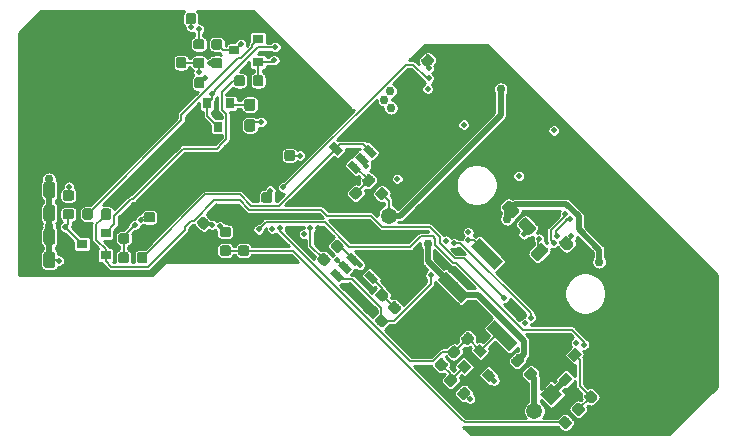
<source format=gbr>
G04 #@! TF.GenerationSoftware,KiCad,Pcbnew,5.1.2*
G04 #@! TF.CreationDate,2019-08-08T06:06:32-07:00*
G04 #@! TF.ProjectId,totoro,746f746f-726f-42e6-9b69-6361645f7063,rev?*
G04 #@! TF.SameCoordinates,Original*
G04 #@! TF.FileFunction,Copper,L4,Bot*
G04 #@! TF.FilePolarity,Positive*
%FSLAX46Y46*%
G04 Gerber Fmt 4.6, Leading zero omitted, Abs format (unit mm)*
G04 Created by KiCad (PCBNEW 5.1.2) date 2019-08-08 06:06:32*
%MOMM*%
%LPD*%
G04 APERTURE LIST*
%ADD10C,0.100000*%
%ADD11C,0.875000*%
%ADD12C,0.500000*%
%ADD13C,1.680000*%
%ADD14C,0.975000*%
%ADD15C,0.950000*%
%ADD16C,1.350000*%
%ADD17C,1.350000*%
%ADD18C,1.000000*%
%ADD19C,1.100000*%
%ADD20C,1.100000*%
%ADD21R,0.900000X0.800000*%
%ADD22R,0.800000X0.900000*%
%ADD23C,0.800000*%
%ADD24C,0.650000*%
%ADD25C,0.508000*%
%ADD26C,0.762000*%
%ADD27C,0.203200*%
%ADD28C,0.508000*%
%ADD29C,0.254000*%
G04 APERTURE END LIST*
D10*
G36*
X144068760Y-99947779D02*
G01*
X144089995Y-99950929D01*
X144110819Y-99956145D01*
X144131031Y-99963377D01*
X144150437Y-99972556D01*
X144168850Y-99983592D01*
X144186093Y-99996380D01*
X144201999Y-100010796D01*
X144216415Y-100026702D01*
X144229203Y-100043945D01*
X144240239Y-100062358D01*
X144249418Y-100081764D01*
X144256650Y-100101976D01*
X144261866Y-100122800D01*
X144265016Y-100144035D01*
X144266069Y-100165476D01*
X144266069Y-100602976D01*
X144265016Y-100624417D01*
X144261866Y-100645652D01*
X144256650Y-100666476D01*
X144249418Y-100686688D01*
X144240239Y-100706094D01*
X144229203Y-100724507D01*
X144216415Y-100741750D01*
X144201999Y-100757656D01*
X144186093Y-100772072D01*
X144168850Y-100784860D01*
X144150437Y-100795896D01*
X144131031Y-100805075D01*
X144110819Y-100812307D01*
X144089995Y-100817523D01*
X144068760Y-100820673D01*
X144047319Y-100821726D01*
X143534819Y-100821726D01*
X143513378Y-100820673D01*
X143492143Y-100817523D01*
X143471319Y-100812307D01*
X143451107Y-100805075D01*
X143431701Y-100795896D01*
X143413288Y-100784860D01*
X143396045Y-100772072D01*
X143380139Y-100757656D01*
X143365723Y-100741750D01*
X143352935Y-100724507D01*
X143341899Y-100706094D01*
X143332720Y-100686688D01*
X143325488Y-100666476D01*
X143320272Y-100645652D01*
X143317122Y-100624417D01*
X143316069Y-100602976D01*
X143316069Y-100165476D01*
X143317122Y-100144035D01*
X143320272Y-100122800D01*
X143325488Y-100101976D01*
X143332720Y-100081764D01*
X143341899Y-100062358D01*
X143352935Y-100043945D01*
X143365723Y-100026702D01*
X143380139Y-100010796D01*
X143396045Y-99996380D01*
X143413288Y-99983592D01*
X143431701Y-99972556D01*
X143451107Y-99963377D01*
X143471319Y-99956145D01*
X143492143Y-99950929D01*
X143513378Y-99947779D01*
X143534819Y-99946726D01*
X144047319Y-99946726D01*
X144068760Y-99947779D01*
X144068760Y-99947779D01*
G37*
D11*
X143791069Y-100384226D03*
D10*
G36*
X144068760Y-101522779D02*
G01*
X144089995Y-101525929D01*
X144110819Y-101531145D01*
X144131031Y-101538377D01*
X144150437Y-101547556D01*
X144168850Y-101558592D01*
X144186093Y-101571380D01*
X144201999Y-101585796D01*
X144216415Y-101601702D01*
X144229203Y-101618945D01*
X144240239Y-101637358D01*
X144249418Y-101656764D01*
X144256650Y-101676976D01*
X144261866Y-101697800D01*
X144265016Y-101719035D01*
X144266069Y-101740476D01*
X144266069Y-102177976D01*
X144265016Y-102199417D01*
X144261866Y-102220652D01*
X144256650Y-102241476D01*
X144249418Y-102261688D01*
X144240239Y-102281094D01*
X144229203Y-102299507D01*
X144216415Y-102316750D01*
X144201999Y-102332656D01*
X144186093Y-102347072D01*
X144168850Y-102359860D01*
X144150437Y-102370896D01*
X144131031Y-102380075D01*
X144110819Y-102387307D01*
X144089995Y-102392523D01*
X144068760Y-102395673D01*
X144047319Y-102396726D01*
X143534819Y-102396726D01*
X143513378Y-102395673D01*
X143492143Y-102392523D01*
X143471319Y-102387307D01*
X143451107Y-102380075D01*
X143431701Y-102370896D01*
X143413288Y-102359860D01*
X143396045Y-102347072D01*
X143380139Y-102332656D01*
X143365723Y-102316750D01*
X143352935Y-102299507D01*
X143341899Y-102281094D01*
X143332720Y-102261688D01*
X143325488Y-102241476D01*
X143320272Y-102220652D01*
X143317122Y-102199417D01*
X143316069Y-102177976D01*
X143316069Y-101740476D01*
X143317122Y-101719035D01*
X143320272Y-101697800D01*
X143325488Y-101676976D01*
X143332720Y-101656764D01*
X143341899Y-101637358D01*
X143352935Y-101618945D01*
X143365723Y-101601702D01*
X143380139Y-101585796D01*
X143396045Y-101571380D01*
X143413288Y-101558592D01*
X143431701Y-101547556D01*
X143451107Y-101538377D01*
X143471319Y-101531145D01*
X143492143Y-101525929D01*
X143513378Y-101522779D01*
X143534819Y-101521726D01*
X144047319Y-101521726D01*
X144068760Y-101522779D01*
X144068760Y-101522779D01*
G37*
D11*
X143791069Y-101959226D03*
D10*
G36*
X137651907Y-100286191D02*
G01*
X137673142Y-100289341D01*
X137693966Y-100294557D01*
X137714178Y-100301789D01*
X137733584Y-100310968D01*
X137751997Y-100322004D01*
X137769240Y-100334792D01*
X137785146Y-100349208D01*
X137799562Y-100365114D01*
X137812350Y-100382357D01*
X137823386Y-100400770D01*
X137832565Y-100420176D01*
X137839797Y-100440388D01*
X137845013Y-100461212D01*
X137848163Y-100482447D01*
X137849216Y-100503888D01*
X137849216Y-100941388D01*
X137848163Y-100962829D01*
X137845013Y-100984064D01*
X137839797Y-101004888D01*
X137832565Y-101025100D01*
X137823386Y-101044506D01*
X137812350Y-101062919D01*
X137799562Y-101080162D01*
X137785146Y-101096068D01*
X137769240Y-101110484D01*
X137751997Y-101123272D01*
X137733584Y-101134308D01*
X137714178Y-101143487D01*
X137693966Y-101150719D01*
X137673142Y-101155935D01*
X137651907Y-101159085D01*
X137630466Y-101160138D01*
X137117966Y-101160138D01*
X137096525Y-101159085D01*
X137075290Y-101155935D01*
X137054466Y-101150719D01*
X137034254Y-101143487D01*
X137014848Y-101134308D01*
X136996435Y-101123272D01*
X136979192Y-101110484D01*
X136963286Y-101096068D01*
X136948870Y-101080162D01*
X136936082Y-101062919D01*
X136925046Y-101044506D01*
X136915867Y-101025100D01*
X136908635Y-101004888D01*
X136903419Y-100984064D01*
X136900269Y-100962829D01*
X136899216Y-100941388D01*
X136899216Y-100503888D01*
X136900269Y-100482447D01*
X136903419Y-100461212D01*
X136908635Y-100440388D01*
X136915867Y-100420176D01*
X136925046Y-100400770D01*
X136936082Y-100382357D01*
X136948870Y-100365114D01*
X136963286Y-100349208D01*
X136979192Y-100334792D01*
X136996435Y-100322004D01*
X137014848Y-100310968D01*
X137034254Y-100301789D01*
X137054466Y-100294557D01*
X137075290Y-100289341D01*
X137096525Y-100286191D01*
X137117966Y-100285138D01*
X137630466Y-100285138D01*
X137651907Y-100286191D01*
X137651907Y-100286191D01*
G37*
D11*
X137374216Y-100722638D03*
D10*
G36*
X137651907Y-98711191D02*
G01*
X137673142Y-98714341D01*
X137693966Y-98719557D01*
X137714178Y-98726789D01*
X137733584Y-98735968D01*
X137751997Y-98747004D01*
X137769240Y-98759792D01*
X137785146Y-98774208D01*
X137799562Y-98790114D01*
X137812350Y-98807357D01*
X137823386Y-98825770D01*
X137832565Y-98845176D01*
X137839797Y-98865388D01*
X137845013Y-98886212D01*
X137848163Y-98907447D01*
X137849216Y-98928888D01*
X137849216Y-99366388D01*
X137848163Y-99387829D01*
X137845013Y-99409064D01*
X137839797Y-99429888D01*
X137832565Y-99450100D01*
X137823386Y-99469506D01*
X137812350Y-99487919D01*
X137799562Y-99505162D01*
X137785146Y-99521068D01*
X137769240Y-99535484D01*
X137751997Y-99548272D01*
X137733584Y-99559308D01*
X137714178Y-99568487D01*
X137693966Y-99575719D01*
X137673142Y-99580935D01*
X137651907Y-99584085D01*
X137630466Y-99585138D01*
X137117966Y-99585138D01*
X137096525Y-99584085D01*
X137075290Y-99580935D01*
X137054466Y-99575719D01*
X137034254Y-99568487D01*
X137014848Y-99559308D01*
X136996435Y-99548272D01*
X136979192Y-99535484D01*
X136963286Y-99521068D01*
X136948870Y-99505162D01*
X136936082Y-99487919D01*
X136925046Y-99469506D01*
X136915867Y-99450100D01*
X136908635Y-99429888D01*
X136903419Y-99409064D01*
X136900269Y-99387829D01*
X136899216Y-99366388D01*
X136899216Y-98928888D01*
X136900269Y-98907447D01*
X136903419Y-98886212D01*
X136908635Y-98865388D01*
X136915867Y-98845176D01*
X136925046Y-98825770D01*
X136936082Y-98807357D01*
X136948870Y-98790114D01*
X136963286Y-98774208D01*
X136979192Y-98759792D01*
X136996435Y-98747004D01*
X137014848Y-98735968D01*
X137034254Y-98726789D01*
X137054466Y-98719557D01*
X137075290Y-98714341D01*
X137096525Y-98711191D01*
X137117966Y-98710138D01*
X137630466Y-98710138D01*
X137651907Y-98711191D01*
X137651907Y-98711191D01*
G37*
D11*
X137374216Y-99147638D03*
D10*
G36*
X143064042Y-97976190D02*
G01*
X143085277Y-97979340D01*
X143106101Y-97984556D01*
X143126313Y-97991788D01*
X143145719Y-98000967D01*
X143164132Y-98012003D01*
X143181375Y-98024791D01*
X143197281Y-98039207D01*
X143559674Y-98401600D01*
X143574090Y-98417506D01*
X143586878Y-98434749D01*
X143597914Y-98453162D01*
X143607093Y-98472568D01*
X143614325Y-98492780D01*
X143619541Y-98513604D01*
X143622691Y-98534839D01*
X143623744Y-98556280D01*
X143622691Y-98577721D01*
X143619541Y-98598956D01*
X143614325Y-98619780D01*
X143607093Y-98639992D01*
X143597914Y-98659398D01*
X143586878Y-98677811D01*
X143574090Y-98695054D01*
X143559674Y-98710960D01*
X143250315Y-99020319D01*
X143234409Y-99034735D01*
X143217166Y-99047523D01*
X143198753Y-99058559D01*
X143179347Y-99067738D01*
X143159135Y-99074970D01*
X143138311Y-99080186D01*
X143117076Y-99083336D01*
X143095635Y-99084389D01*
X143074194Y-99083336D01*
X143052959Y-99080186D01*
X143032135Y-99074970D01*
X143011923Y-99067738D01*
X142992517Y-99058559D01*
X142974104Y-99047523D01*
X142956861Y-99034735D01*
X142940955Y-99020319D01*
X142578562Y-98657926D01*
X142564146Y-98642020D01*
X142551358Y-98624777D01*
X142540322Y-98606364D01*
X142531143Y-98586958D01*
X142523911Y-98566746D01*
X142518695Y-98545922D01*
X142515545Y-98524687D01*
X142514492Y-98503246D01*
X142515545Y-98481805D01*
X142518695Y-98460570D01*
X142523911Y-98439746D01*
X142531143Y-98419534D01*
X142540322Y-98400128D01*
X142551358Y-98381715D01*
X142564146Y-98364472D01*
X142578562Y-98348566D01*
X142887921Y-98039207D01*
X142903827Y-98024791D01*
X142921070Y-98012003D01*
X142939483Y-98000967D01*
X142958889Y-97991788D01*
X142979101Y-97984556D01*
X142999925Y-97979340D01*
X143021160Y-97976190D01*
X143042601Y-97975137D01*
X143064042Y-97976190D01*
X143064042Y-97976190D01*
G37*
D11*
X143069118Y-98529763D03*
D10*
G36*
X141950348Y-99089884D02*
G01*
X141971583Y-99093034D01*
X141992407Y-99098250D01*
X142012619Y-99105482D01*
X142032025Y-99114661D01*
X142050438Y-99125697D01*
X142067681Y-99138485D01*
X142083587Y-99152901D01*
X142445980Y-99515294D01*
X142460396Y-99531200D01*
X142473184Y-99548443D01*
X142484220Y-99566856D01*
X142493399Y-99586262D01*
X142500631Y-99606474D01*
X142505847Y-99627298D01*
X142508997Y-99648533D01*
X142510050Y-99669974D01*
X142508997Y-99691415D01*
X142505847Y-99712650D01*
X142500631Y-99733474D01*
X142493399Y-99753686D01*
X142484220Y-99773092D01*
X142473184Y-99791505D01*
X142460396Y-99808748D01*
X142445980Y-99824654D01*
X142136621Y-100134013D01*
X142120715Y-100148429D01*
X142103472Y-100161217D01*
X142085059Y-100172253D01*
X142065653Y-100181432D01*
X142045441Y-100188664D01*
X142024617Y-100193880D01*
X142003382Y-100197030D01*
X141981941Y-100198083D01*
X141960500Y-100197030D01*
X141939265Y-100193880D01*
X141918441Y-100188664D01*
X141898229Y-100181432D01*
X141878823Y-100172253D01*
X141860410Y-100161217D01*
X141843167Y-100148429D01*
X141827261Y-100134013D01*
X141464868Y-99771620D01*
X141450452Y-99755714D01*
X141437664Y-99738471D01*
X141426628Y-99720058D01*
X141417449Y-99700652D01*
X141410217Y-99680440D01*
X141405001Y-99659616D01*
X141401851Y-99638381D01*
X141400798Y-99616940D01*
X141401851Y-99595499D01*
X141405001Y-99574264D01*
X141410217Y-99553440D01*
X141417449Y-99533228D01*
X141426628Y-99513822D01*
X141437664Y-99495409D01*
X141450452Y-99478166D01*
X141464868Y-99462260D01*
X141774227Y-99152901D01*
X141790133Y-99138485D01*
X141807376Y-99125697D01*
X141825789Y-99114661D01*
X141845195Y-99105482D01*
X141865407Y-99098250D01*
X141886231Y-99093034D01*
X141907466Y-99089884D01*
X141928907Y-99088831D01*
X141950348Y-99089884D01*
X141950348Y-99089884D01*
G37*
D11*
X141955424Y-99643457D03*
D10*
G36*
X162077220Y-86432673D02*
G01*
X162098455Y-86435823D01*
X162119279Y-86441039D01*
X162139491Y-86448271D01*
X162158897Y-86457450D01*
X162177310Y-86468486D01*
X162194553Y-86481274D01*
X162210459Y-86495690D01*
X162519818Y-86805049D01*
X162534234Y-86820955D01*
X162547022Y-86838198D01*
X162558058Y-86856611D01*
X162567237Y-86876017D01*
X162574469Y-86896229D01*
X162579685Y-86917053D01*
X162582835Y-86938288D01*
X162583888Y-86959729D01*
X162582835Y-86981170D01*
X162579685Y-87002405D01*
X162574469Y-87023229D01*
X162567237Y-87043441D01*
X162558058Y-87062847D01*
X162547022Y-87081260D01*
X162534234Y-87098503D01*
X162519818Y-87114409D01*
X162157425Y-87476802D01*
X162141519Y-87491218D01*
X162124276Y-87504006D01*
X162105863Y-87515042D01*
X162086457Y-87524221D01*
X162066245Y-87531453D01*
X162045421Y-87536669D01*
X162024186Y-87539819D01*
X162002745Y-87540872D01*
X161981304Y-87539819D01*
X161960069Y-87536669D01*
X161939245Y-87531453D01*
X161919033Y-87524221D01*
X161899627Y-87515042D01*
X161881214Y-87504006D01*
X161863971Y-87491218D01*
X161848065Y-87476802D01*
X161538706Y-87167443D01*
X161524290Y-87151537D01*
X161511502Y-87134294D01*
X161500466Y-87115881D01*
X161491287Y-87096475D01*
X161484055Y-87076263D01*
X161478839Y-87055439D01*
X161475689Y-87034204D01*
X161474636Y-87012763D01*
X161475689Y-86991322D01*
X161478839Y-86970087D01*
X161484055Y-86949263D01*
X161491287Y-86929051D01*
X161500466Y-86909645D01*
X161511502Y-86891232D01*
X161524290Y-86873989D01*
X161538706Y-86858083D01*
X161901099Y-86495690D01*
X161917005Y-86481274D01*
X161934248Y-86468486D01*
X161952661Y-86457450D01*
X161972067Y-86448271D01*
X161992279Y-86441039D01*
X162013103Y-86435823D01*
X162034338Y-86432673D01*
X162055779Y-86431620D01*
X162077220Y-86432673D01*
X162077220Y-86432673D01*
G37*
D11*
X162029262Y-86986246D03*
D10*
G36*
X160963526Y-85318979D02*
G01*
X160984761Y-85322129D01*
X161005585Y-85327345D01*
X161025797Y-85334577D01*
X161045203Y-85343756D01*
X161063616Y-85354792D01*
X161080859Y-85367580D01*
X161096765Y-85381996D01*
X161406124Y-85691355D01*
X161420540Y-85707261D01*
X161433328Y-85724504D01*
X161444364Y-85742917D01*
X161453543Y-85762323D01*
X161460775Y-85782535D01*
X161465991Y-85803359D01*
X161469141Y-85824594D01*
X161470194Y-85846035D01*
X161469141Y-85867476D01*
X161465991Y-85888711D01*
X161460775Y-85909535D01*
X161453543Y-85929747D01*
X161444364Y-85949153D01*
X161433328Y-85967566D01*
X161420540Y-85984809D01*
X161406124Y-86000715D01*
X161043731Y-86363108D01*
X161027825Y-86377524D01*
X161010582Y-86390312D01*
X160992169Y-86401348D01*
X160972763Y-86410527D01*
X160952551Y-86417759D01*
X160931727Y-86422975D01*
X160910492Y-86426125D01*
X160889051Y-86427178D01*
X160867610Y-86426125D01*
X160846375Y-86422975D01*
X160825551Y-86417759D01*
X160805339Y-86410527D01*
X160785933Y-86401348D01*
X160767520Y-86390312D01*
X160750277Y-86377524D01*
X160734371Y-86363108D01*
X160425012Y-86053749D01*
X160410596Y-86037843D01*
X160397808Y-86020600D01*
X160386772Y-86002187D01*
X160377593Y-85982781D01*
X160370361Y-85962569D01*
X160365145Y-85941745D01*
X160361995Y-85920510D01*
X160360942Y-85899069D01*
X160361995Y-85877628D01*
X160365145Y-85856393D01*
X160370361Y-85835569D01*
X160377593Y-85815357D01*
X160386772Y-85795951D01*
X160397808Y-85777538D01*
X160410596Y-85760295D01*
X160425012Y-85744389D01*
X160787405Y-85381996D01*
X160803311Y-85367580D01*
X160820554Y-85354792D01*
X160838967Y-85343756D01*
X160858373Y-85334577D01*
X160878585Y-85327345D01*
X160899409Y-85322129D01*
X160920644Y-85318979D01*
X160942085Y-85317926D01*
X160963526Y-85318979D01*
X160963526Y-85318979D01*
G37*
D11*
X160915568Y-85872552D03*
D10*
G36*
X147579687Y-95458500D02*
G01*
X147600922Y-95461650D01*
X147621746Y-95466866D01*
X147641958Y-95474098D01*
X147661364Y-95483277D01*
X147679777Y-95494313D01*
X147697020Y-95507101D01*
X147712926Y-95521517D01*
X147727342Y-95537423D01*
X147740130Y-95554666D01*
X147751166Y-95573079D01*
X147760345Y-95592485D01*
X147767577Y-95612697D01*
X147772793Y-95633521D01*
X147775943Y-95654756D01*
X147776996Y-95676197D01*
X147776996Y-96113697D01*
X147775943Y-96135138D01*
X147772793Y-96156373D01*
X147767577Y-96177197D01*
X147760345Y-96197409D01*
X147751166Y-96216815D01*
X147740130Y-96235228D01*
X147727342Y-96252471D01*
X147712926Y-96268377D01*
X147697020Y-96282793D01*
X147679777Y-96295581D01*
X147661364Y-96306617D01*
X147641958Y-96315796D01*
X147621746Y-96323028D01*
X147600922Y-96328244D01*
X147579687Y-96331394D01*
X147558246Y-96332447D01*
X147045746Y-96332447D01*
X147024305Y-96331394D01*
X147003070Y-96328244D01*
X146982246Y-96323028D01*
X146962034Y-96315796D01*
X146942628Y-96306617D01*
X146924215Y-96295581D01*
X146906972Y-96282793D01*
X146891066Y-96268377D01*
X146876650Y-96252471D01*
X146863862Y-96235228D01*
X146852826Y-96216815D01*
X146843647Y-96197409D01*
X146836415Y-96177197D01*
X146831199Y-96156373D01*
X146828049Y-96135138D01*
X146826996Y-96113697D01*
X146826996Y-95676197D01*
X146828049Y-95654756D01*
X146831199Y-95633521D01*
X146836415Y-95612697D01*
X146843647Y-95592485D01*
X146852826Y-95573079D01*
X146863862Y-95554666D01*
X146876650Y-95537423D01*
X146891066Y-95521517D01*
X146906972Y-95507101D01*
X146924215Y-95494313D01*
X146942628Y-95483277D01*
X146962034Y-95474098D01*
X146982246Y-95466866D01*
X147003070Y-95461650D01*
X147024305Y-95458500D01*
X147045746Y-95457447D01*
X147558246Y-95457447D01*
X147579687Y-95458500D01*
X147579687Y-95458500D01*
G37*
D11*
X147301996Y-95894947D03*
D10*
G36*
X147579687Y-97033500D02*
G01*
X147600922Y-97036650D01*
X147621746Y-97041866D01*
X147641958Y-97049098D01*
X147661364Y-97058277D01*
X147679777Y-97069313D01*
X147697020Y-97082101D01*
X147712926Y-97096517D01*
X147727342Y-97112423D01*
X147740130Y-97129666D01*
X147751166Y-97148079D01*
X147760345Y-97167485D01*
X147767577Y-97187697D01*
X147772793Y-97208521D01*
X147775943Y-97229756D01*
X147776996Y-97251197D01*
X147776996Y-97688697D01*
X147775943Y-97710138D01*
X147772793Y-97731373D01*
X147767577Y-97752197D01*
X147760345Y-97772409D01*
X147751166Y-97791815D01*
X147740130Y-97810228D01*
X147727342Y-97827471D01*
X147712926Y-97843377D01*
X147697020Y-97857793D01*
X147679777Y-97870581D01*
X147661364Y-97881617D01*
X147641958Y-97890796D01*
X147621746Y-97898028D01*
X147600922Y-97903244D01*
X147579687Y-97906394D01*
X147558246Y-97907447D01*
X147045746Y-97907447D01*
X147024305Y-97906394D01*
X147003070Y-97903244D01*
X146982246Y-97898028D01*
X146962034Y-97890796D01*
X146942628Y-97881617D01*
X146924215Y-97870581D01*
X146906972Y-97857793D01*
X146891066Y-97843377D01*
X146876650Y-97827471D01*
X146863862Y-97810228D01*
X146852826Y-97791815D01*
X146843647Y-97772409D01*
X146836415Y-97752197D01*
X146831199Y-97731373D01*
X146828049Y-97710138D01*
X146826996Y-97688697D01*
X146826996Y-97251197D01*
X146828049Y-97229756D01*
X146831199Y-97208521D01*
X146836415Y-97187697D01*
X146843647Y-97167485D01*
X146852826Y-97148079D01*
X146863862Y-97129666D01*
X146876650Y-97112423D01*
X146891066Y-97096517D01*
X146906972Y-97082101D01*
X146924215Y-97069313D01*
X146942628Y-97058277D01*
X146962034Y-97049098D01*
X146982246Y-97041866D01*
X147003070Y-97036650D01*
X147024305Y-97033500D01*
X147045746Y-97032447D01*
X147558246Y-97032447D01*
X147579687Y-97033500D01*
X147579687Y-97033500D01*
G37*
D11*
X147301996Y-97469947D03*
D10*
G36*
X140256375Y-87291883D02*
G01*
X140277610Y-87295033D01*
X140298434Y-87300249D01*
X140318646Y-87307481D01*
X140338052Y-87316660D01*
X140356465Y-87327696D01*
X140373708Y-87340484D01*
X140389614Y-87354900D01*
X140404030Y-87370806D01*
X140416818Y-87388049D01*
X140427854Y-87406462D01*
X140437033Y-87425868D01*
X140444265Y-87446080D01*
X140449481Y-87466904D01*
X140452631Y-87488139D01*
X140453684Y-87509580D01*
X140453684Y-88022080D01*
X140452631Y-88043521D01*
X140449481Y-88064756D01*
X140444265Y-88085580D01*
X140437033Y-88105792D01*
X140427854Y-88125198D01*
X140416818Y-88143611D01*
X140404030Y-88160854D01*
X140389614Y-88176760D01*
X140373708Y-88191176D01*
X140356465Y-88203964D01*
X140338052Y-88215000D01*
X140318646Y-88224179D01*
X140298434Y-88231411D01*
X140277610Y-88236627D01*
X140256375Y-88239777D01*
X140234934Y-88240830D01*
X139797434Y-88240830D01*
X139775993Y-88239777D01*
X139754758Y-88236627D01*
X139733934Y-88231411D01*
X139713722Y-88224179D01*
X139694316Y-88215000D01*
X139675903Y-88203964D01*
X139658660Y-88191176D01*
X139642754Y-88176760D01*
X139628338Y-88160854D01*
X139615550Y-88143611D01*
X139604514Y-88125198D01*
X139595335Y-88105792D01*
X139588103Y-88085580D01*
X139582887Y-88064756D01*
X139579737Y-88043521D01*
X139578684Y-88022080D01*
X139578684Y-87509580D01*
X139579737Y-87488139D01*
X139582887Y-87466904D01*
X139588103Y-87446080D01*
X139595335Y-87425868D01*
X139604514Y-87406462D01*
X139615550Y-87388049D01*
X139628338Y-87370806D01*
X139642754Y-87354900D01*
X139658660Y-87340484D01*
X139675903Y-87327696D01*
X139694316Y-87316660D01*
X139713722Y-87307481D01*
X139733934Y-87300249D01*
X139754758Y-87295033D01*
X139775993Y-87291883D01*
X139797434Y-87290830D01*
X140234934Y-87290830D01*
X140256375Y-87291883D01*
X140256375Y-87291883D01*
G37*
D11*
X140016184Y-87765830D03*
D10*
G36*
X141831375Y-87291883D02*
G01*
X141852610Y-87295033D01*
X141873434Y-87300249D01*
X141893646Y-87307481D01*
X141913052Y-87316660D01*
X141931465Y-87327696D01*
X141948708Y-87340484D01*
X141964614Y-87354900D01*
X141979030Y-87370806D01*
X141991818Y-87388049D01*
X142002854Y-87406462D01*
X142012033Y-87425868D01*
X142019265Y-87446080D01*
X142024481Y-87466904D01*
X142027631Y-87488139D01*
X142028684Y-87509580D01*
X142028684Y-88022080D01*
X142027631Y-88043521D01*
X142024481Y-88064756D01*
X142019265Y-88085580D01*
X142012033Y-88105792D01*
X142002854Y-88125198D01*
X141991818Y-88143611D01*
X141979030Y-88160854D01*
X141964614Y-88176760D01*
X141948708Y-88191176D01*
X141931465Y-88203964D01*
X141913052Y-88215000D01*
X141893646Y-88224179D01*
X141873434Y-88231411D01*
X141852610Y-88236627D01*
X141831375Y-88239777D01*
X141809934Y-88240830D01*
X141372434Y-88240830D01*
X141350993Y-88239777D01*
X141329758Y-88236627D01*
X141308934Y-88231411D01*
X141288722Y-88224179D01*
X141269316Y-88215000D01*
X141250903Y-88203964D01*
X141233660Y-88191176D01*
X141217754Y-88176760D01*
X141203338Y-88160854D01*
X141190550Y-88143611D01*
X141179514Y-88125198D01*
X141170335Y-88105792D01*
X141163103Y-88085580D01*
X141157887Y-88064756D01*
X141154737Y-88043521D01*
X141153684Y-88022080D01*
X141153684Y-87509580D01*
X141154737Y-87488139D01*
X141157887Y-87466904D01*
X141163103Y-87446080D01*
X141170335Y-87425868D01*
X141179514Y-87406462D01*
X141190550Y-87388049D01*
X141203338Y-87370806D01*
X141217754Y-87354900D01*
X141233660Y-87340484D01*
X141250903Y-87327696D01*
X141269316Y-87316660D01*
X141288722Y-87307481D01*
X141308934Y-87300249D01*
X141329758Y-87295033D01*
X141350993Y-87291883D01*
X141372434Y-87290830D01*
X141809934Y-87290830D01*
X141831375Y-87291883D01*
X141831375Y-87291883D01*
G37*
D11*
X141591184Y-87765830D03*
D10*
G36*
X142679903Y-81861303D02*
G01*
X142701138Y-81864453D01*
X142721962Y-81869669D01*
X142742174Y-81876901D01*
X142761580Y-81886080D01*
X142779993Y-81897116D01*
X142797236Y-81909904D01*
X142813142Y-81924320D01*
X142827558Y-81940226D01*
X142840346Y-81957469D01*
X142851382Y-81975882D01*
X142860561Y-81995288D01*
X142867793Y-82015500D01*
X142873009Y-82036324D01*
X142876159Y-82057559D01*
X142877212Y-82079000D01*
X142877212Y-82591500D01*
X142876159Y-82612941D01*
X142873009Y-82634176D01*
X142867793Y-82655000D01*
X142860561Y-82675212D01*
X142851382Y-82694618D01*
X142840346Y-82713031D01*
X142827558Y-82730274D01*
X142813142Y-82746180D01*
X142797236Y-82760596D01*
X142779993Y-82773384D01*
X142761580Y-82784420D01*
X142742174Y-82793599D01*
X142721962Y-82800831D01*
X142701138Y-82806047D01*
X142679903Y-82809197D01*
X142658462Y-82810250D01*
X142220962Y-82810250D01*
X142199521Y-82809197D01*
X142178286Y-82806047D01*
X142157462Y-82800831D01*
X142137250Y-82793599D01*
X142117844Y-82784420D01*
X142099431Y-82773384D01*
X142082188Y-82760596D01*
X142066282Y-82746180D01*
X142051866Y-82730274D01*
X142039078Y-82713031D01*
X142028042Y-82694618D01*
X142018863Y-82675212D01*
X142011631Y-82655000D01*
X142006415Y-82634176D01*
X142003265Y-82612941D01*
X142002212Y-82591500D01*
X142002212Y-82079000D01*
X142003265Y-82057559D01*
X142006415Y-82036324D01*
X142011631Y-82015500D01*
X142018863Y-81995288D01*
X142028042Y-81975882D01*
X142039078Y-81957469D01*
X142051866Y-81940226D01*
X142066282Y-81924320D01*
X142082188Y-81909904D01*
X142099431Y-81897116D01*
X142117844Y-81886080D01*
X142137250Y-81876901D01*
X142157462Y-81869669D01*
X142178286Y-81864453D01*
X142199521Y-81861303D01*
X142220962Y-81860250D01*
X142658462Y-81860250D01*
X142679903Y-81861303D01*
X142679903Y-81861303D01*
G37*
D11*
X142439712Y-82335250D03*
D10*
G36*
X141104903Y-81861303D02*
G01*
X141126138Y-81864453D01*
X141146962Y-81869669D01*
X141167174Y-81876901D01*
X141186580Y-81886080D01*
X141204993Y-81897116D01*
X141222236Y-81909904D01*
X141238142Y-81924320D01*
X141252558Y-81940226D01*
X141265346Y-81957469D01*
X141276382Y-81975882D01*
X141285561Y-81995288D01*
X141292793Y-82015500D01*
X141298009Y-82036324D01*
X141301159Y-82057559D01*
X141302212Y-82079000D01*
X141302212Y-82591500D01*
X141301159Y-82612941D01*
X141298009Y-82634176D01*
X141292793Y-82655000D01*
X141285561Y-82675212D01*
X141276382Y-82694618D01*
X141265346Y-82713031D01*
X141252558Y-82730274D01*
X141238142Y-82746180D01*
X141222236Y-82760596D01*
X141204993Y-82773384D01*
X141186580Y-82784420D01*
X141167174Y-82793599D01*
X141146962Y-82800831D01*
X141126138Y-82806047D01*
X141104903Y-82809197D01*
X141083462Y-82810250D01*
X140645962Y-82810250D01*
X140624521Y-82809197D01*
X140603286Y-82806047D01*
X140582462Y-82800831D01*
X140562250Y-82793599D01*
X140542844Y-82784420D01*
X140524431Y-82773384D01*
X140507188Y-82760596D01*
X140491282Y-82746180D01*
X140476866Y-82730274D01*
X140464078Y-82713031D01*
X140453042Y-82694618D01*
X140443863Y-82675212D01*
X140436631Y-82655000D01*
X140431415Y-82634176D01*
X140428265Y-82612941D01*
X140427212Y-82591500D01*
X140427212Y-82079000D01*
X140428265Y-82057559D01*
X140431415Y-82036324D01*
X140436631Y-82015500D01*
X140443863Y-81995288D01*
X140453042Y-81975882D01*
X140464078Y-81957469D01*
X140476866Y-81940226D01*
X140491282Y-81924320D01*
X140507188Y-81909904D01*
X140524431Y-81897116D01*
X140542844Y-81886080D01*
X140562250Y-81876901D01*
X140582462Y-81869669D01*
X140603286Y-81864453D01*
X140624521Y-81861303D01*
X140645962Y-81860250D01*
X141083462Y-81860250D01*
X141104903Y-81861303D01*
X141104903Y-81861303D01*
G37*
D11*
X140864712Y-82335250D03*
D12*
X161431403Y-89970589D03*
X162265789Y-89136203D03*
X162265789Y-90804975D03*
X163100175Y-89970589D03*
D10*
G36*
X162290293Y-88887407D02*
G01*
X162314562Y-88891007D01*
X162338360Y-88896968D01*
X162361460Y-88905233D01*
X162383638Y-88915723D01*
X162404682Y-88928336D01*
X162424387Y-88942950D01*
X162442566Y-88959426D01*
X163276952Y-89793812D01*
X163293428Y-89811991D01*
X163308042Y-89831696D01*
X163320655Y-89852740D01*
X163331145Y-89874918D01*
X163339410Y-89898018D01*
X163345371Y-89921816D01*
X163348971Y-89946085D01*
X163350175Y-89970589D01*
X163348971Y-89995093D01*
X163345371Y-90019362D01*
X163339410Y-90043160D01*
X163331145Y-90066260D01*
X163320655Y-90088438D01*
X163308042Y-90109482D01*
X163293428Y-90129187D01*
X163276952Y-90147366D01*
X162442566Y-90981752D01*
X162424387Y-90998228D01*
X162404682Y-91012842D01*
X162383638Y-91025455D01*
X162361460Y-91035945D01*
X162338360Y-91044210D01*
X162314562Y-91050171D01*
X162290293Y-91053771D01*
X162265789Y-91054975D01*
X162241285Y-91053771D01*
X162217016Y-91050171D01*
X162193218Y-91044210D01*
X162170118Y-91035945D01*
X162147940Y-91025455D01*
X162126896Y-91012842D01*
X162107191Y-90998228D01*
X162089012Y-90981752D01*
X161254626Y-90147366D01*
X161238150Y-90129187D01*
X161223536Y-90109482D01*
X161210923Y-90088438D01*
X161200433Y-90066260D01*
X161192168Y-90043160D01*
X161186207Y-90019362D01*
X161182607Y-89995093D01*
X161181403Y-89970589D01*
X161182607Y-89946085D01*
X161186207Y-89921816D01*
X161192168Y-89898018D01*
X161200433Y-89874918D01*
X161210923Y-89852740D01*
X161223536Y-89831696D01*
X161238150Y-89811991D01*
X161254626Y-89793812D01*
X162089012Y-88959426D01*
X162107191Y-88942950D01*
X162126896Y-88928336D01*
X162147940Y-88915723D01*
X162170118Y-88905233D01*
X162193218Y-88896968D01*
X162217016Y-88891007D01*
X162241285Y-88887407D01*
X162265789Y-88886203D01*
X162290293Y-88887407D01*
X162290293Y-88887407D01*
G37*
D13*
X162265789Y-89970589D03*
D10*
G36*
X127280039Y-96126456D02*
G01*
X127303700Y-96129966D01*
X127326904Y-96135778D01*
X127349426Y-96143836D01*
X127371050Y-96154064D01*
X127391567Y-96166361D01*
X127410780Y-96180611D01*
X127428504Y-96196675D01*
X127444568Y-96214399D01*
X127458818Y-96233612D01*
X127471115Y-96254129D01*
X127481343Y-96275753D01*
X127489401Y-96298275D01*
X127495213Y-96321479D01*
X127498723Y-96345140D01*
X127499897Y-96369032D01*
X127499897Y-97281532D01*
X127498723Y-97305424D01*
X127495213Y-97329085D01*
X127489401Y-97352289D01*
X127481343Y-97374811D01*
X127471115Y-97396435D01*
X127458818Y-97416952D01*
X127444568Y-97436165D01*
X127428504Y-97453889D01*
X127410780Y-97469953D01*
X127391567Y-97484203D01*
X127371050Y-97496500D01*
X127349426Y-97506728D01*
X127326904Y-97514786D01*
X127303700Y-97520598D01*
X127280039Y-97524108D01*
X127256147Y-97525282D01*
X126768647Y-97525282D01*
X126744755Y-97524108D01*
X126721094Y-97520598D01*
X126697890Y-97514786D01*
X126675368Y-97506728D01*
X126653744Y-97496500D01*
X126633227Y-97484203D01*
X126614014Y-97469953D01*
X126596290Y-97453889D01*
X126580226Y-97436165D01*
X126565976Y-97416952D01*
X126553679Y-97396435D01*
X126543451Y-97374811D01*
X126535393Y-97352289D01*
X126529581Y-97329085D01*
X126526071Y-97305424D01*
X126524897Y-97281532D01*
X126524897Y-96369032D01*
X126526071Y-96345140D01*
X126529581Y-96321479D01*
X126535393Y-96298275D01*
X126543451Y-96275753D01*
X126553679Y-96254129D01*
X126565976Y-96233612D01*
X126580226Y-96214399D01*
X126596290Y-96196675D01*
X126614014Y-96180611D01*
X126633227Y-96166361D01*
X126653744Y-96154064D01*
X126675368Y-96143836D01*
X126697890Y-96135778D01*
X126721094Y-96129966D01*
X126744755Y-96126456D01*
X126768647Y-96125282D01*
X127256147Y-96125282D01*
X127280039Y-96126456D01*
X127280039Y-96126456D01*
G37*
D14*
X127012397Y-96825282D03*
D10*
G36*
X129155039Y-96126456D02*
G01*
X129178700Y-96129966D01*
X129201904Y-96135778D01*
X129224426Y-96143836D01*
X129246050Y-96154064D01*
X129266567Y-96166361D01*
X129285780Y-96180611D01*
X129303504Y-96196675D01*
X129319568Y-96214399D01*
X129333818Y-96233612D01*
X129346115Y-96254129D01*
X129356343Y-96275753D01*
X129364401Y-96298275D01*
X129370213Y-96321479D01*
X129373723Y-96345140D01*
X129374897Y-96369032D01*
X129374897Y-97281532D01*
X129373723Y-97305424D01*
X129370213Y-97329085D01*
X129364401Y-97352289D01*
X129356343Y-97374811D01*
X129346115Y-97396435D01*
X129333818Y-97416952D01*
X129319568Y-97436165D01*
X129303504Y-97453889D01*
X129285780Y-97469953D01*
X129266567Y-97484203D01*
X129246050Y-97496500D01*
X129224426Y-97506728D01*
X129201904Y-97514786D01*
X129178700Y-97520598D01*
X129155039Y-97524108D01*
X129131147Y-97525282D01*
X128643647Y-97525282D01*
X128619755Y-97524108D01*
X128596094Y-97520598D01*
X128572890Y-97514786D01*
X128550368Y-97506728D01*
X128528744Y-97496500D01*
X128508227Y-97484203D01*
X128489014Y-97469953D01*
X128471290Y-97453889D01*
X128455226Y-97436165D01*
X128440976Y-97416952D01*
X128428679Y-97396435D01*
X128418451Y-97374811D01*
X128410393Y-97352289D01*
X128404581Y-97329085D01*
X128401071Y-97305424D01*
X128399897Y-97281532D01*
X128399897Y-96369032D01*
X128401071Y-96345140D01*
X128404581Y-96321479D01*
X128410393Y-96298275D01*
X128418451Y-96275753D01*
X128428679Y-96254129D01*
X128440976Y-96233612D01*
X128455226Y-96214399D01*
X128471290Y-96196675D01*
X128489014Y-96180611D01*
X128508227Y-96166361D01*
X128528744Y-96154064D01*
X128550368Y-96143836D01*
X128572890Y-96135778D01*
X128596094Y-96129966D01*
X128619755Y-96126456D01*
X128643647Y-96125282D01*
X129131147Y-96125282D01*
X129155039Y-96126456D01*
X129155039Y-96126456D01*
G37*
D14*
X128887397Y-96825282D03*
D10*
G36*
X162086836Y-108879918D02*
G01*
X162108071Y-108883068D01*
X162128895Y-108888284D01*
X162149107Y-108895516D01*
X162168513Y-108904695D01*
X162186926Y-108915731D01*
X162204169Y-108928519D01*
X162220075Y-108942935D01*
X162529434Y-109252294D01*
X162543850Y-109268200D01*
X162556638Y-109285443D01*
X162567674Y-109303856D01*
X162576853Y-109323262D01*
X162584085Y-109343474D01*
X162589301Y-109364298D01*
X162592451Y-109385533D01*
X162593504Y-109406974D01*
X162592451Y-109428415D01*
X162589301Y-109449650D01*
X162584085Y-109470474D01*
X162576853Y-109490686D01*
X162567674Y-109510092D01*
X162556638Y-109528505D01*
X162543850Y-109545748D01*
X162529434Y-109561654D01*
X162167041Y-109924047D01*
X162151135Y-109938463D01*
X162133892Y-109951251D01*
X162115479Y-109962287D01*
X162096073Y-109971466D01*
X162075861Y-109978698D01*
X162055037Y-109983914D01*
X162033802Y-109987064D01*
X162012361Y-109988117D01*
X161990920Y-109987064D01*
X161969685Y-109983914D01*
X161948861Y-109978698D01*
X161928649Y-109971466D01*
X161909243Y-109962287D01*
X161890830Y-109951251D01*
X161873587Y-109938463D01*
X161857681Y-109924047D01*
X161548322Y-109614688D01*
X161533906Y-109598782D01*
X161521118Y-109581539D01*
X161510082Y-109563126D01*
X161500903Y-109543720D01*
X161493671Y-109523508D01*
X161488455Y-109502684D01*
X161485305Y-109481449D01*
X161484252Y-109460008D01*
X161485305Y-109438567D01*
X161488455Y-109417332D01*
X161493671Y-109396508D01*
X161500903Y-109376296D01*
X161510082Y-109356890D01*
X161521118Y-109338477D01*
X161533906Y-109321234D01*
X161548322Y-109305328D01*
X161910715Y-108942935D01*
X161926621Y-108928519D01*
X161943864Y-108915731D01*
X161962277Y-108904695D01*
X161981683Y-108895516D01*
X162001895Y-108888284D01*
X162022719Y-108883068D01*
X162043954Y-108879918D01*
X162065395Y-108878865D01*
X162086836Y-108879918D01*
X162086836Y-108879918D01*
G37*
D11*
X162038878Y-109433491D03*
D10*
G36*
X163200530Y-109993612D02*
G01*
X163221765Y-109996762D01*
X163242589Y-110001978D01*
X163262801Y-110009210D01*
X163282207Y-110018389D01*
X163300620Y-110029425D01*
X163317863Y-110042213D01*
X163333769Y-110056629D01*
X163643128Y-110365988D01*
X163657544Y-110381894D01*
X163670332Y-110399137D01*
X163681368Y-110417550D01*
X163690547Y-110436956D01*
X163697779Y-110457168D01*
X163702995Y-110477992D01*
X163706145Y-110499227D01*
X163707198Y-110520668D01*
X163706145Y-110542109D01*
X163702995Y-110563344D01*
X163697779Y-110584168D01*
X163690547Y-110604380D01*
X163681368Y-110623786D01*
X163670332Y-110642199D01*
X163657544Y-110659442D01*
X163643128Y-110675348D01*
X163280735Y-111037741D01*
X163264829Y-111052157D01*
X163247586Y-111064945D01*
X163229173Y-111075981D01*
X163209767Y-111085160D01*
X163189555Y-111092392D01*
X163168731Y-111097608D01*
X163147496Y-111100758D01*
X163126055Y-111101811D01*
X163104614Y-111100758D01*
X163083379Y-111097608D01*
X163062555Y-111092392D01*
X163042343Y-111085160D01*
X163022937Y-111075981D01*
X163004524Y-111064945D01*
X162987281Y-111052157D01*
X162971375Y-111037741D01*
X162662016Y-110728382D01*
X162647600Y-110712476D01*
X162634812Y-110695233D01*
X162623776Y-110676820D01*
X162614597Y-110657414D01*
X162607365Y-110637202D01*
X162602149Y-110616378D01*
X162598999Y-110595143D01*
X162597946Y-110573702D01*
X162598999Y-110552261D01*
X162602149Y-110531026D01*
X162607365Y-110510202D01*
X162614597Y-110489990D01*
X162623776Y-110470584D01*
X162634812Y-110452171D01*
X162647600Y-110434928D01*
X162662016Y-110419022D01*
X163024409Y-110056629D01*
X163040315Y-110042213D01*
X163057558Y-110029425D01*
X163075971Y-110018389D01*
X163095377Y-110009210D01*
X163115589Y-110001978D01*
X163136413Y-109996762D01*
X163157648Y-109993612D01*
X163179089Y-109992559D01*
X163200530Y-109993612D01*
X163200530Y-109993612D01*
G37*
D11*
X163152572Y-110547185D03*
D10*
G36*
X146131478Y-89092317D02*
G01*
X146154533Y-89095736D01*
X146177142Y-89101400D01*
X146199086Y-89109252D01*
X146220156Y-89119217D01*
X146240147Y-89131199D01*
X146258867Y-89145083D01*
X146276137Y-89160735D01*
X146291789Y-89178005D01*
X146305673Y-89196725D01*
X146317655Y-89216716D01*
X146327620Y-89237786D01*
X146335472Y-89259730D01*
X146341136Y-89282339D01*
X146344555Y-89305394D01*
X146345699Y-89328673D01*
X146345699Y-89903673D01*
X146344555Y-89926952D01*
X146341136Y-89950007D01*
X146335472Y-89972616D01*
X146327620Y-89994560D01*
X146317655Y-90015630D01*
X146305673Y-90035621D01*
X146291789Y-90054341D01*
X146276137Y-90071611D01*
X146258867Y-90087263D01*
X146240147Y-90101147D01*
X146220156Y-90113129D01*
X146199086Y-90123094D01*
X146177142Y-90130946D01*
X146154533Y-90136610D01*
X146131478Y-90140029D01*
X146108199Y-90141173D01*
X145633199Y-90141173D01*
X145609920Y-90140029D01*
X145586865Y-90136610D01*
X145564256Y-90130946D01*
X145542312Y-90123094D01*
X145521242Y-90113129D01*
X145501251Y-90101147D01*
X145482531Y-90087263D01*
X145465261Y-90071611D01*
X145449609Y-90054341D01*
X145435725Y-90035621D01*
X145423743Y-90015630D01*
X145413778Y-89994560D01*
X145405926Y-89972616D01*
X145400262Y-89950007D01*
X145396843Y-89926952D01*
X145395699Y-89903673D01*
X145395699Y-89328673D01*
X145396843Y-89305394D01*
X145400262Y-89282339D01*
X145405926Y-89259730D01*
X145413778Y-89237786D01*
X145423743Y-89216716D01*
X145435725Y-89196725D01*
X145449609Y-89178005D01*
X145465261Y-89160735D01*
X145482531Y-89145083D01*
X145501251Y-89131199D01*
X145521242Y-89119217D01*
X145542312Y-89109252D01*
X145564256Y-89101400D01*
X145586865Y-89095736D01*
X145609920Y-89092317D01*
X145633199Y-89091173D01*
X146108199Y-89091173D01*
X146131478Y-89092317D01*
X146131478Y-89092317D01*
G37*
D15*
X145870699Y-89616173D03*
D10*
G36*
X146131478Y-90842317D02*
G01*
X146154533Y-90845736D01*
X146177142Y-90851400D01*
X146199086Y-90859252D01*
X146220156Y-90869217D01*
X146240147Y-90881199D01*
X146258867Y-90895083D01*
X146276137Y-90910735D01*
X146291789Y-90928005D01*
X146305673Y-90946725D01*
X146317655Y-90966716D01*
X146327620Y-90987786D01*
X146335472Y-91009730D01*
X146341136Y-91032339D01*
X146344555Y-91055394D01*
X146345699Y-91078673D01*
X146345699Y-91653673D01*
X146344555Y-91676952D01*
X146341136Y-91700007D01*
X146335472Y-91722616D01*
X146327620Y-91744560D01*
X146317655Y-91765630D01*
X146305673Y-91785621D01*
X146291789Y-91804341D01*
X146276137Y-91821611D01*
X146258867Y-91837263D01*
X146240147Y-91851147D01*
X146220156Y-91863129D01*
X146199086Y-91873094D01*
X146177142Y-91880946D01*
X146154533Y-91886610D01*
X146131478Y-91890029D01*
X146108199Y-91891173D01*
X145633199Y-91891173D01*
X145609920Y-91890029D01*
X145586865Y-91886610D01*
X145564256Y-91880946D01*
X145542312Y-91873094D01*
X145521242Y-91863129D01*
X145501251Y-91851147D01*
X145482531Y-91837263D01*
X145465261Y-91821611D01*
X145449609Y-91804341D01*
X145435725Y-91785621D01*
X145423743Y-91765630D01*
X145413778Y-91744560D01*
X145405926Y-91722616D01*
X145400262Y-91700007D01*
X145396843Y-91676952D01*
X145395699Y-91653673D01*
X145395699Y-91078673D01*
X145396843Y-91055394D01*
X145400262Y-91032339D01*
X145405926Y-91009730D01*
X145413778Y-90987786D01*
X145423743Y-90966716D01*
X145435725Y-90946725D01*
X145449609Y-90928005D01*
X145465261Y-90910735D01*
X145482531Y-90895083D01*
X145501251Y-90881199D01*
X145521242Y-90869217D01*
X145542312Y-90859252D01*
X145564256Y-90851400D01*
X145586865Y-90845736D01*
X145609920Y-90842317D01*
X145633199Y-90841173D01*
X146108199Y-90841173D01*
X146131478Y-90842317D01*
X146131478Y-90842317D01*
G37*
D15*
X145870699Y-91366173D03*
D10*
G36*
X173888872Y-101973120D02*
G01*
X173911927Y-101976539D01*
X173934536Y-101982203D01*
X173956480Y-101990055D01*
X173977550Y-102000020D01*
X173997541Y-102012002D01*
X174016261Y-102025886D01*
X174033531Y-102041538D01*
X174440117Y-102448124D01*
X174455769Y-102465394D01*
X174469653Y-102484114D01*
X174481635Y-102504105D01*
X174491600Y-102525175D01*
X174499452Y-102547119D01*
X174505116Y-102569728D01*
X174508535Y-102592783D01*
X174509679Y-102616062D01*
X174508535Y-102639341D01*
X174505116Y-102662396D01*
X174499452Y-102685005D01*
X174491600Y-102706949D01*
X174481635Y-102728019D01*
X174469653Y-102748010D01*
X174455769Y-102766730D01*
X174440117Y-102784000D01*
X174104241Y-103119876D01*
X174086971Y-103135528D01*
X174068251Y-103149412D01*
X174048260Y-103161394D01*
X174027190Y-103171359D01*
X174005246Y-103179211D01*
X173982637Y-103184875D01*
X173959582Y-103188294D01*
X173936303Y-103189438D01*
X173913024Y-103188294D01*
X173889969Y-103184875D01*
X173867360Y-103179211D01*
X173845416Y-103171359D01*
X173824346Y-103161394D01*
X173804355Y-103149412D01*
X173785635Y-103135528D01*
X173768365Y-103119876D01*
X173361779Y-102713290D01*
X173346127Y-102696020D01*
X173332243Y-102677300D01*
X173320261Y-102657309D01*
X173310296Y-102636239D01*
X173302444Y-102614295D01*
X173296780Y-102591686D01*
X173293361Y-102568631D01*
X173292217Y-102545352D01*
X173293361Y-102522073D01*
X173296780Y-102499018D01*
X173302444Y-102476409D01*
X173310296Y-102454465D01*
X173320261Y-102433395D01*
X173332243Y-102413404D01*
X173346127Y-102394684D01*
X173361779Y-102377414D01*
X173697655Y-102041538D01*
X173714925Y-102025886D01*
X173733645Y-102012002D01*
X173753636Y-102000020D01*
X173774706Y-101990055D01*
X173796650Y-101982203D01*
X173819259Y-101976539D01*
X173842314Y-101973120D01*
X173865593Y-101971976D01*
X173888872Y-101973120D01*
X173888872Y-101973120D01*
G37*
D15*
X173900948Y-102580707D03*
D10*
G36*
X172651436Y-100735684D02*
G01*
X172674491Y-100739103D01*
X172697100Y-100744767D01*
X172719044Y-100752619D01*
X172740114Y-100762584D01*
X172760105Y-100774566D01*
X172778825Y-100788450D01*
X172796095Y-100804102D01*
X173202681Y-101210688D01*
X173218333Y-101227958D01*
X173232217Y-101246678D01*
X173244199Y-101266669D01*
X173254164Y-101287739D01*
X173262016Y-101309683D01*
X173267680Y-101332292D01*
X173271099Y-101355347D01*
X173272243Y-101378626D01*
X173271099Y-101401905D01*
X173267680Y-101424960D01*
X173262016Y-101447569D01*
X173254164Y-101469513D01*
X173244199Y-101490583D01*
X173232217Y-101510574D01*
X173218333Y-101529294D01*
X173202681Y-101546564D01*
X172866805Y-101882440D01*
X172849535Y-101898092D01*
X172830815Y-101911976D01*
X172810824Y-101923958D01*
X172789754Y-101933923D01*
X172767810Y-101941775D01*
X172745201Y-101947439D01*
X172722146Y-101950858D01*
X172698867Y-101952002D01*
X172675588Y-101950858D01*
X172652533Y-101947439D01*
X172629924Y-101941775D01*
X172607980Y-101933923D01*
X172586910Y-101923958D01*
X172566919Y-101911976D01*
X172548199Y-101898092D01*
X172530929Y-101882440D01*
X172124343Y-101475854D01*
X172108691Y-101458584D01*
X172094807Y-101439864D01*
X172082825Y-101419873D01*
X172072860Y-101398803D01*
X172065008Y-101376859D01*
X172059344Y-101354250D01*
X172055925Y-101331195D01*
X172054781Y-101307916D01*
X172055925Y-101284637D01*
X172059344Y-101261582D01*
X172065008Y-101238973D01*
X172072860Y-101217029D01*
X172082825Y-101195959D01*
X172094807Y-101175968D01*
X172108691Y-101157248D01*
X172124343Y-101139978D01*
X172460219Y-100804102D01*
X172477489Y-100788450D01*
X172496209Y-100774566D01*
X172516200Y-100762584D01*
X172537270Y-100752619D01*
X172559214Y-100744767D01*
X172581823Y-100739103D01*
X172604878Y-100735684D01*
X172628157Y-100734540D01*
X172651436Y-100735684D01*
X172651436Y-100735684D01*
G37*
D15*
X172663512Y-101343271D03*
D16*
X157633533Y-99016606D03*
D17*
X157633533Y-99016606D02*
X157633533Y-99016606D01*
D16*
X156219319Y-100430820D03*
D10*
G36*
X157173913Y-100430820D02*
G01*
X156219319Y-101385414D01*
X155264725Y-100430820D01*
X156219319Y-99476226D01*
X157173913Y-100430820D01*
X157173913Y-100430820D01*
G37*
D16*
X169971132Y-115548763D03*
D17*
X169971132Y-115548763D02*
X169971132Y-115548763D01*
D16*
X171385346Y-114134549D03*
D10*
G36*
X170430752Y-114134549D02*
G01*
X171385346Y-113179955D01*
X172339940Y-114134549D01*
X171385346Y-115089143D01*
X170430752Y-114134549D01*
X170430752Y-114134549D01*
G37*
D18*
X163116439Y-105058127D03*
D10*
G36*
X161772936Y-104421731D02*
G01*
X162480043Y-103714624D01*
X164459942Y-105694523D01*
X163752835Y-106401630D01*
X161772936Y-104421731D01*
X161772936Y-104421731D01*
G37*
D18*
X167217658Y-109159346D03*
D10*
G36*
X165874155Y-108522950D02*
G01*
X166581262Y-107815843D01*
X168561161Y-109795742D01*
X167854054Y-110502849D01*
X165874155Y-108522950D01*
X165874155Y-108522950D01*
G37*
D18*
X165944866Y-102229700D03*
D10*
G36*
X164601363Y-101593304D02*
G01*
X165308470Y-100886197D01*
X167288369Y-102866096D01*
X166581262Y-103573203D01*
X164601363Y-101593304D01*
X164601363Y-101593304D01*
G37*
D18*
X170046085Y-106330919D03*
D10*
G36*
X168702582Y-105694523D02*
G01*
X169409689Y-104987416D01*
X171389588Y-106967315D01*
X170682481Y-107674422D01*
X168702582Y-105694523D01*
X168702582Y-105694523D01*
G37*
G36*
X129155039Y-98102113D02*
G01*
X129178700Y-98105623D01*
X129201904Y-98111435D01*
X129224426Y-98119493D01*
X129246050Y-98129721D01*
X129266567Y-98142018D01*
X129285780Y-98156268D01*
X129303504Y-98172332D01*
X129319568Y-98190056D01*
X129333818Y-98209269D01*
X129346115Y-98229786D01*
X129356343Y-98251410D01*
X129364401Y-98273932D01*
X129370213Y-98297136D01*
X129373723Y-98320797D01*
X129374897Y-98344689D01*
X129374897Y-99257189D01*
X129373723Y-99281081D01*
X129370213Y-99304742D01*
X129364401Y-99327946D01*
X129356343Y-99350468D01*
X129346115Y-99372092D01*
X129333818Y-99392609D01*
X129319568Y-99411822D01*
X129303504Y-99429546D01*
X129285780Y-99445610D01*
X129266567Y-99459860D01*
X129246050Y-99472157D01*
X129224426Y-99482385D01*
X129201904Y-99490443D01*
X129178700Y-99496255D01*
X129155039Y-99499765D01*
X129131147Y-99500939D01*
X128643647Y-99500939D01*
X128619755Y-99499765D01*
X128596094Y-99496255D01*
X128572890Y-99490443D01*
X128550368Y-99482385D01*
X128528744Y-99472157D01*
X128508227Y-99459860D01*
X128489014Y-99445610D01*
X128471290Y-99429546D01*
X128455226Y-99411822D01*
X128440976Y-99392609D01*
X128428679Y-99372092D01*
X128418451Y-99350468D01*
X128410393Y-99327946D01*
X128404581Y-99304742D01*
X128401071Y-99281081D01*
X128399897Y-99257189D01*
X128399897Y-98344689D01*
X128401071Y-98320797D01*
X128404581Y-98297136D01*
X128410393Y-98273932D01*
X128418451Y-98251410D01*
X128428679Y-98229786D01*
X128440976Y-98209269D01*
X128455226Y-98190056D01*
X128471290Y-98172332D01*
X128489014Y-98156268D01*
X128508227Y-98142018D01*
X128528744Y-98129721D01*
X128550368Y-98119493D01*
X128572890Y-98111435D01*
X128596094Y-98105623D01*
X128619755Y-98102113D01*
X128643647Y-98100939D01*
X129131147Y-98100939D01*
X129155039Y-98102113D01*
X129155039Y-98102113D01*
G37*
D14*
X128887397Y-98800939D03*
D10*
G36*
X127280039Y-98102113D02*
G01*
X127303700Y-98105623D01*
X127326904Y-98111435D01*
X127349426Y-98119493D01*
X127371050Y-98129721D01*
X127391567Y-98142018D01*
X127410780Y-98156268D01*
X127428504Y-98172332D01*
X127444568Y-98190056D01*
X127458818Y-98209269D01*
X127471115Y-98229786D01*
X127481343Y-98251410D01*
X127489401Y-98273932D01*
X127495213Y-98297136D01*
X127498723Y-98320797D01*
X127499897Y-98344689D01*
X127499897Y-99257189D01*
X127498723Y-99281081D01*
X127495213Y-99304742D01*
X127489401Y-99327946D01*
X127481343Y-99350468D01*
X127471115Y-99372092D01*
X127458818Y-99392609D01*
X127444568Y-99411822D01*
X127428504Y-99429546D01*
X127410780Y-99445610D01*
X127391567Y-99459860D01*
X127371050Y-99472157D01*
X127349426Y-99482385D01*
X127326904Y-99490443D01*
X127303700Y-99496255D01*
X127280039Y-99499765D01*
X127256147Y-99500939D01*
X126768647Y-99500939D01*
X126744755Y-99499765D01*
X126721094Y-99496255D01*
X126697890Y-99490443D01*
X126675368Y-99482385D01*
X126653744Y-99472157D01*
X126633227Y-99459860D01*
X126614014Y-99445610D01*
X126596290Y-99429546D01*
X126580226Y-99411822D01*
X126565976Y-99392609D01*
X126553679Y-99372092D01*
X126543451Y-99350468D01*
X126535393Y-99327946D01*
X126529581Y-99304742D01*
X126526071Y-99281081D01*
X126524897Y-99257189D01*
X126524897Y-98344689D01*
X126526071Y-98320797D01*
X126529581Y-98297136D01*
X126535393Y-98273932D01*
X126543451Y-98251410D01*
X126553679Y-98229786D01*
X126565976Y-98209269D01*
X126580226Y-98190056D01*
X126596290Y-98172332D01*
X126614014Y-98156268D01*
X126633227Y-98142018D01*
X126653744Y-98129721D01*
X126675368Y-98119493D01*
X126697890Y-98111435D01*
X126721094Y-98105623D01*
X126744755Y-98102113D01*
X126768647Y-98100939D01*
X127256147Y-98100939D01*
X127280039Y-98102113D01*
X127280039Y-98102113D01*
G37*
D14*
X127012397Y-98800939D03*
D10*
G36*
X129155039Y-100077769D02*
G01*
X129178700Y-100081279D01*
X129201904Y-100087091D01*
X129224426Y-100095149D01*
X129246050Y-100105377D01*
X129266567Y-100117674D01*
X129285780Y-100131924D01*
X129303504Y-100147988D01*
X129319568Y-100165712D01*
X129333818Y-100184925D01*
X129346115Y-100205442D01*
X129356343Y-100227066D01*
X129364401Y-100249588D01*
X129370213Y-100272792D01*
X129373723Y-100296453D01*
X129374897Y-100320345D01*
X129374897Y-101232845D01*
X129373723Y-101256737D01*
X129370213Y-101280398D01*
X129364401Y-101303602D01*
X129356343Y-101326124D01*
X129346115Y-101347748D01*
X129333818Y-101368265D01*
X129319568Y-101387478D01*
X129303504Y-101405202D01*
X129285780Y-101421266D01*
X129266567Y-101435516D01*
X129246050Y-101447813D01*
X129224426Y-101458041D01*
X129201904Y-101466099D01*
X129178700Y-101471911D01*
X129155039Y-101475421D01*
X129131147Y-101476595D01*
X128643647Y-101476595D01*
X128619755Y-101475421D01*
X128596094Y-101471911D01*
X128572890Y-101466099D01*
X128550368Y-101458041D01*
X128528744Y-101447813D01*
X128508227Y-101435516D01*
X128489014Y-101421266D01*
X128471290Y-101405202D01*
X128455226Y-101387478D01*
X128440976Y-101368265D01*
X128428679Y-101347748D01*
X128418451Y-101326124D01*
X128410393Y-101303602D01*
X128404581Y-101280398D01*
X128401071Y-101256737D01*
X128399897Y-101232845D01*
X128399897Y-100320345D01*
X128401071Y-100296453D01*
X128404581Y-100272792D01*
X128410393Y-100249588D01*
X128418451Y-100227066D01*
X128428679Y-100205442D01*
X128440976Y-100184925D01*
X128455226Y-100165712D01*
X128471290Y-100147988D01*
X128489014Y-100131924D01*
X128508227Y-100117674D01*
X128528744Y-100105377D01*
X128550368Y-100095149D01*
X128572890Y-100087091D01*
X128596094Y-100081279D01*
X128619755Y-100077769D01*
X128643647Y-100076595D01*
X129131147Y-100076595D01*
X129155039Y-100077769D01*
X129155039Y-100077769D01*
G37*
D14*
X128887397Y-100776595D03*
D10*
G36*
X127280039Y-100077769D02*
G01*
X127303700Y-100081279D01*
X127326904Y-100087091D01*
X127349426Y-100095149D01*
X127371050Y-100105377D01*
X127391567Y-100117674D01*
X127410780Y-100131924D01*
X127428504Y-100147988D01*
X127444568Y-100165712D01*
X127458818Y-100184925D01*
X127471115Y-100205442D01*
X127481343Y-100227066D01*
X127489401Y-100249588D01*
X127495213Y-100272792D01*
X127498723Y-100296453D01*
X127499897Y-100320345D01*
X127499897Y-101232845D01*
X127498723Y-101256737D01*
X127495213Y-101280398D01*
X127489401Y-101303602D01*
X127481343Y-101326124D01*
X127471115Y-101347748D01*
X127458818Y-101368265D01*
X127444568Y-101387478D01*
X127428504Y-101405202D01*
X127410780Y-101421266D01*
X127391567Y-101435516D01*
X127371050Y-101447813D01*
X127349426Y-101458041D01*
X127326904Y-101466099D01*
X127303700Y-101471911D01*
X127280039Y-101475421D01*
X127256147Y-101476595D01*
X126768647Y-101476595D01*
X126744755Y-101475421D01*
X126721094Y-101471911D01*
X126697890Y-101466099D01*
X126675368Y-101458041D01*
X126653744Y-101447813D01*
X126633227Y-101435516D01*
X126614014Y-101421266D01*
X126596290Y-101405202D01*
X126580226Y-101387478D01*
X126565976Y-101368265D01*
X126553679Y-101347748D01*
X126543451Y-101326124D01*
X126535393Y-101303602D01*
X126529581Y-101280398D01*
X126526071Y-101256737D01*
X126524897Y-101232845D01*
X126524897Y-100320345D01*
X126526071Y-100296453D01*
X126529581Y-100272792D01*
X126535393Y-100249588D01*
X126543451Y-100227066D01*
X126553679Y-100205442D01*
X126565976Y-100184925D01*
X126580226Y-100165712D01*
X126596290Y-100147988D01*
X126614014Y-100131924D01*
X126633227Y-100117674D01*
X126653744Y-100105377D01*
X126675368Y-100095149D01*
X126697890Y-100087091D01*
X126721094Y-100081279D01*
X126744755Y-100077769D01*
X126768647Y-100076595D01*
X127256147Y-100076595D01*
X127280039Y-100077769D01*
X127280039Y-100077769D01*
G37*
D14*
X127012397Y-100776595D03*
D10*
G36*
X127280039Y-102053426D02*
G01*
X127303700Y-102056936D01*
X127326904Y-102062748D01*
X127349426Y-102070806D01*
X127371050Y-102081034D01*
X127391567Y-102093331D01*
X127410780Y-102107581D01*
X127428504Y-102123645D01*
X127444568Y-102141369D01*
X127458818Y-102160582D01*
X127471115Y-102181099D01*
X127481343Y-102202723D01*
X127489401Y-102225245D01*
X127495213Y-102248449D01*
X127498723Y-102272110D01*
X127499897Y-102296002D01*
X127499897Y-103208502D01*
X127498723Y-103232394D01*
X127495213Y-103256055D01*
X127489401Y-103279259D01*
X127481343Y-103301781D01*
X127471115Y-103323405D01*
X127458818Y-103343922D01*
X127444568Y-103363135D01*
X127428504Y-103380859D01*
X127410780Y-103396923D01*
X127391567Y-103411173D01*
X127371050Y-103423470D01*
X127349426Y-103433698D01*
X127326904Y-103441756D01*
X127303700Y-103447568D01*
X127280039Y-103451078D01*
X127256147Y-103452252D01*
X126768647Y-103452252D01*
X126744755Y-103451078D01*
X126721094Y-103447568D01*
X126697890Y-103441756D01*
X126675368Y-103433698D01*
X126653744Y-103423470D01*
X126633227Y-103411173D01*
X126614014Y-103396923D01*
X126596290Y-103380859D01*
X126580226Y-103363135D01*
X126565976Y-103343922D01*
X126553679Y-103323405D01*
X126543451Y-103301781D01*
X126535393Y-103279259D01*
X126529581Y-103256055D01*
X126526071Y-103232394D01*
X126524897Y-103208502D01*
X126524897Y-102296002D01*
X126526071Y-102272110D01*
X126529581Y-102248449D01*
X126535393Y-102225245D01*
X126543451Y-102202723D01*
X126553679Y-102181099D01*
X126565976Y-102160582D01*
X126580226Y-102141369D01*
X126596290Y-102123645D01*
X126614014Y-102107581D01*
X126633227Y-102093331D01*
X126653744Y-102081034D01*
X126675368Y-102070806D01*
X126697890Y-102062748D01*
X126721094Y-102056936D01*
X126744755Y-102053426D01*
X126768647Y-102052252D01*
X127256147Y-102052252D01*
X127280039Y-102053426D01*
X127280039Y-102053426D01*
G37*
D14*
X127012397Y-102752252D03*
D10*
G36*
X129155039Y-102053426D02*
G01*
X129178700Y-102056936D01*
X129201904Y-102062748D01*
X129224426Y-102070806D01*
X129246050Y-102081034D01*
X129266567Y-102093331D01*
X129285780Y-102107581D01*
X129303504Y-102123645D01*
X129319568Y-102141369D01*
X129333818Y-102160582D01*
X129346115Y-102181099D01*
X129356343Y-102202723D01*
X129364401Y-102225245D01*
X129370213Y-102248449D01*
X129373723Y-102272110D01*
X129374897Y-102296002D01*
X129374897Y-103208502D01*
X129373723Y-103232394D01*
X129370213Y-103256055D01*
X129364401Y-103279259D01*
X129356343Y-103301781D01*
X129346115Y-103323405D01*
X129333818Y-103343922D01*
X129319568Y-103363135D01*
X129303504Y-103380859D01*
X129285780Y-103396923D01*
X129266567Y-103411173D01*
X129246050Y-103423470D01*
X129224426Y-103433698D01*
X129201904Y-103441756D01*
X129178700Y-103447568D01*
X129155039Y-103451078D01*
X129131147Y-103452252D01*
X128643647Y-103452252D01*
X128619755Y-103451078D01*
X128596094Y-103447568D01*
X128572890Y-103441756D01*
X128550368Y-103433698D01*
X128528744Y-103423470D01*
X128508227Y-103411173D01*
X128489014Y-103396923D01*
X128471290Y-103380859D01*
X128455226Y-103363135D01*
X128440976Y-103343922D01*
X128428679Y-103323405D01*
X128418451Y-103301781D01*
X128410393Y-103279259D01*
X128404581Y-103256055D01*
X128401071Y-103232394D01*
X128399897Y-103208502D01*
X128399897Y-102296002D01*
X128401071Y-102272110D01*
X128404581Y-102248449D01*
X128410393Y-102225245D01*
X128418451Y-102202723D01*
X128428679Y-102181099D01*
X128440976Y-102160582D01*
X128455226Y-102141369D01*
X128471290Y-102123645D01*
X128489014Y-102107581D01*
X128508227Y-102093331D01*
X128528744Y-102081034D01*
X128550368Y-102070806D01*
X128572890Y-102062748D01*
X128596094Y-102056936D01*
X128619755Y-102053426D01*
X128643647Y-102052252D01*
X129131147Y-102052252D01*
X129155039Y-102053426D01*
X129155039Y-102053426D01*
G37*
D14*
X128887397Y-102752252D03*
D10*
G36*
X169220884Y-99160605D02*
G01*
X169244545Y-99164115D01*
X169267749Y-99169927D01*
X169290271Y-99177985D01*
X169311895Y-99188213D01*
X169332412Y-99200510D01*
X169351625Y-99214760D01*
X169369349Y-99230824D01*
X170014584Y-99876059D01*
X170030648Y-99893783D01*
X170044898Y-99912996D01*
X170057195Y-99933513D01*
X170067423Y-99955137D01*
X170075481Y-99977659D01*
X170081293Y-100000863D01*
X170084803Y-100024524D01*
X170085977Y-100048416D01*
X170084803Y-100072308D01*
X170081293Y-100095969D01*
X170075481Y-100119173D01*
X170067423Y-100141695D01*
X170057195Y-100163319D01*
X170044898Y-100183836D01*
X170030648Y-100203049D01*
X170014584Y-100220773D01*
X169669869Y-100565488D01*
X169652145Y-100581552D01*
X169632932Y-100595802D01*
X169612415Y-100608099D01*
X169590791Y-100618327D01*
X169568269Y-100626385D01*
X169545065Y-100632197D01*
X169521404Y-100635707D01*
X169497512Y-100636881D01*
X169473620Y-100635707D01*
X169449959Y-100632197D01*
X169426755Y-100626385D01*
X169404233Y-100618327D01*
X169382609Y-100608099D01*
X169362092Y-100595802D01*
X169342879Y-100581552D01*
X169325155Y-100565488D01*
X168679920Y-99920253D01*
X168663856Y-99902529D01*
X168649606Y-99883316D01*
X168637309Y-99862799D01*
X168627081Y-99841175D01*
X168619023Y-99818653D01*
X168613211Y-99795449D01*
X168609701Y-99771788D01*
X168608527Y-99747896D01*
X168609701Y-99724004D01*
X168613211Y-99700343D01*
X168619023Y-99677139D01*
X168627081Y-99654617D01*
X168637309Y-99632993D01*
X168649606Y-99612476D01*
X168663856Y-99593263D01*
X168679920Y-99575539D01*
X169024635Y-99230824D01*
X169042359Y-99214760D01*
X169061572Y-99200510D01*
X169082089Y-99188213D01*
X169103713Y-99177985D01*
X169126235Y-99169927D01*
X169149439Y-99164115D01*
X169173100Y-99160605D01*
X169196992Y-99159431D01*
X169220884Y-99160605D01*
X169220884Y-99160605D01*
G37*
D14*
X169347252Y-99898156D03*
D10*
G36*
X167895058Y-100486431D02*
G01*
X167918719Y-100489941D01*
X167941923Y-100495753D01*
X167964445Y-100503811D01*
X167986069Y-100514039D01*
X168006586Y-100526336D01*
X168025799Y-100540586D01*
X168043523Y-100556650D01*
X168688758Y-101201885D01*
X168704822Y-101219609D01*
X168719072Y-101238822D01*
X168731369Y-101259339D01*
X168741597Y-101280963D01*
X168749655Y-101303485D01*
X168755467Y-101326689D01*
X168758977Y-101350350D01*
X168760151Y-101374242D01*
X168758977Y-101398134D01*
X168755467Y-101421795D01*
X168749655Y-101444999D01*
X168741597Y-101467521D01*
X168731369Y-101489145D01*
X168719072Y-101509662D01*
X168704822Y-101528875D01*
X168688758Y-101546599D01*
X168344043Y-101891314D01*
X168326319Y-101907378D01*
X168307106Y-101921628D01*
X168286589Y-101933925D01*
X168264965Y-101944153D01*
X168242443Y-101952211D01*
X168219239Y-101958023D01*
X168195578Y-101961533D01*
X168171686Y-101962707D01*
X168147794Y-101961533D01*
X168124133Y-101958023D01*
X168100929Y-101952211D01*
X168078407Y-101944153D01*
X168056783Y-101933925D01*
X168036266Y-101921628D01*
X168017053Y-101907378D01*
X167999329Y-101891314D01*
X167354094Y-101246079D01*
X167338030Y-101228355D01*
X167323780Y-101209142D01*
X167311483Y-101188625D01*
X167301255Y-101167001D01*
X167293197Y-101144479D01*
X167287385Y-101121275D01*
X167283875Y-101097614D01*
X167282701Y-101073722D01*
X167283875Y-101049830D01*
X167287385Y-101026169D01*
X167293197Y-101002965D01*
X167301255Y-100980443D01*
X167311483Y-100958819D01*
X167323780Y-100938302D01*
X167338030Y-100919089D01*
X167354094Y-100901365D01*
X167698809Y-100556650D01*
X167716533Y-100540586D01*
X167735746Y-100526336D01*
X167756263Y-100514039D01*
X167777887Y-100503811D01*
X167800409Y-100495753D01*
X167823613Y-100489941D01*
X167847274Y-100486431D01*
X167871166Y-100485257D01*
X167895058Y-100486431D01*
X167895058Y-100486431D01*
G37*
D14*
X168021426Y-101223982D03*
D10*
G36*
X166494138Y-99049590D02*
G01*
X166517799Y-99053100D01*
X166541003Y-99058912D01*
X166563525Y-99066970D01*
X166585149Y-99077198D01*
X166605666Y-99089495D01*
X166624879Y-99103745D01*
X166642603Y-99119809D01*
X167287838Y-99765044D01*
X167303902Y-99782768D01*
X167318152Y-99801981D01*
X167330449Y-99822498D01*
X167340677Y-99844122D01*
X167348735Y-99866644D01*
X167354547Y-99889848D01*
X167358057Y-99913509D01*
X167359231Y-99937401D01*
X167358057Y-99961293D01*
X167354547Y-99984954D01*
X167348735Y-100008158D01*
X167340677Y-100030680D01*
X167330449Y-100052304D01*
X167318152Y-100072821D01*
X167303902Y-100092034D01*
X167287838Y-100109758D01*
X166943123Y-100454473D01*
X166925399Y-100470537D01*
X166906186Y-100484787D01*
X166885669Y-100497084D01*
X166864045Y-100507312D01*
X166841523Y-100515370D01*
X166818319Y-100521182D01*
X166794658Y-100524692D01*
X166770766Y-100525866D01*
X166746874Y-100524692D01*
X166723213Y-100521182D01*
X166700009Y-100515370D01*
X166677487Y-100507312D01*
X166655863Y-100497084D01*
X166635346Y-100484787D01*
X166616133Y-100470537D01*
X166598409Y-100454473D01*
X165953174Y-99809238D01*
X165937110Y-99791514D01*
X165922860Y-99772301D01*
X165910563Y-99751784D01*
X165900335Y-99730160D01*
X165892277Y-99707638D01*
X165886465Y-99684434D01*
X165882955Y-99660773D01*
X165881781Y-99636881D01*
X165882955Y-99612989D01*
X165886465Y-99589328D01*
X165892277Y-99566124D01*
X165900335Y-99543602D01*
X165910563Y-99521978D01*
X165922860Y-99501461D01*
X165937110Y-99482248D01*
X165953174Y-99464524D01*
X166297889Y-99119809D01*
X166315613Y-99103745D01*
X166334826Y-99089495D01*
X166355343Y-99077198D01*
X166376967Y-99066970D01*
X166399489Y-99058912D01*
X166422693Y-99053100D01*
X166446354Y-99049590D01*
X166470246Y-99048416D01*
X166494138Y-99049590D01*
X166494138Y-99049590D01*
G37*
D14*
X166620506Y-99787141D03*
D10*
G36*
X167819964Y-97723764D02*
G01*
X167843625Y-97727274D01*
X167866829Y-97733086D01*
X167889351Y-97741144D01*
X167910975Y-97751372D01*
X167931492Y-97763669D01*
X167950705Y-97777919D01*
X167968429Y-97793983D01*
X168613664Y-98439218D01*
X168629728Y-98456942D01*
X168643978Y-98476155D01*
X168656275Y-98496672D01*
X168666503Y-98518296D01*
X168674561Y-98540818D01*
X168680373Y-98564022D01*
X168683883Y-98587683D01*
X168685057Y-98611575D01*
X168683883Y-98635467D01*
X168680373Y-98659128D01*
X168674561Y-98682332D01*
X168666503Y-98704854D01*
X168656275Y-98726478D01*
X168643978Y-98746995D01*
X168629728Y-98766208D01*
X168613664Y-98783932D01*
X168268949Y-99128647D01*
X168251225Y-99144711D01*
X168232012Y-99158961D01*
X168211495Y-99171258D01*
X168189871Y-99181486D01*
X168167349Y-99189544D01*
X168144145Y-99195356D01*
X168120484Y-99198866D01*
X168096592Y-99200040D01*
X168072700Y-99198866D01*
X168049039Y-99195356D01*
X168025835Y-99189544D01*
X168003313Y-99181486D01*
X167981689Y-99171258D01*
X167961172Y-99158961D01*
X167941959Y-99144711D01*
X167924235Y-99128647D01*
X167279000Y-98483412D01*
X167262936Y-98465688D01*
X167248686Y-98446475D01*
X167236389Y-98425958D01*
X167226161Y-98404334D01*
X167218103Y-98381812D01*
X167212291Y-98358608D01*
X167208781Y-98334947D01*
X167207607Y-98311055D01*
X167208781Y-98287163D01*
X167212291Y-98263502D01*
X167218103Y-98240298D01*
X167226161Y-98217776D01*
X167236389Y-98196152D01*
X167248686Y-98175635D01*
X167262936Y-98156422D01*
X167279000Y-98138698D01*
X167623715Y-97793983D01*
X167641439Y-97777919D01*
X167660652Y-97763669D01*
X167681169Y-97751372D01*
X167702793Y-97741144D01*
X167725315Y-97733086D01*
X167748519Y-97727274D01*
X167772180Y-97723764D01*
X167796072Y-97722590D01*
X167819964Y-97723764D01*
X167819964Y-97723764D01*
G37*
D14*
X167946332Y-98461315D03*
D10*
G36*
X170566366Y-101351788D02*
G01*
X170590027Y-101355298D01*
X170613231Y-101361110D01*
X170635753Y-101369168D01*
X170657377Y-101379396D01*
X170677894Y-101391693D01*
X170697107Y-101405943D01*
X170714831Y-101422007D01*
X171059546Y-101766722D01*
X171075610Y-101784446D01*
X171089860Y-101803659D01*
X171102157Y-101824176D01*
X171112385Y-101845800D01*
X171120443Y-101868322D01*
X171126255Y-101891526D01*
X171129765Y-101915187D01*
X171130939Y-101939079D01*
X171129765Y-101962971D01*
X171126255Y-101986632D01*
X171120443Y-102009836D01*
X171112385Y-102032358D01*
X171102157Y-102053982D01*
X171089860Y-102074499D01*
X171075610Y-102093712D01*
X171059546Y-102111436D01*
X170414311Y-102756671D01*
X170396587Y-102772735D01*
X170377374Y-102786985D01*
X170356857Y-102799282D01*
X170335233Y-102809510D01*
X170312711Y-102817568D01*
X170289507Y-102823380D01*
X170265846Y-102826890D01*
X170241954Y-102828064D01*
X170218062Y-102826890D01*
X170194401Y-102823380D01*
X170171197Y-102817568D01*
X170148675Y-102809510D01*
X170127051Y-102799282D01*
X170106534Y-102786985D01*
X170087321Y-102772735D01*
X170069597Y-102756671D01*
X169724882Y-102411956D01*
X169708818Y-102394232D01*
X169694568Y-102375019D01*
X169682271Y-102354502D01*
X169672043Y-102332878D01*
X169663985Y-102310356D01*
X169658173Y-102287152D01*
X169654663Y-102263491D01*
X169653489Y-102239599D01*
X169654663Y-102215707D01*
X169658173Y-102192046D01*
X169663985Y-102168842D01*
X169672043Y-102146320D01*
X169682271Y-102124696D01*
X169694568Y-102104179D01*
X169708818Y-102084966D01*
X169724882Y-102067242D01*
X170370117Y-101422007D01*
X170387841Y-101405943D01*
X170407054Y-101391693D01*
X170427571Y-101379396D01*
X170449195Y-101369168D01*
X170471717Y-101361110D01*
X170494921Y-101355298D01*
X170518582Y-101351788D01*
X170542474Y-101350614D01*
X170566366Y-101351788D01*
X170566366Y-101351788D01*
G37*
D14*
X170392214Y-102089339D03*
D10*
G36*
X171892192Y-102677614D02*
G01*
X171915853Y-102681124D01*
X171939057Y-102686936D01*
X171961579Y-102694994D01*
X171983203Y-102705222D01*
X172003720Y-102717519D01*
X172022933Y-102731769D01*
X172040657Y-102747833D01*
X172385372Y-103092548D01*
X172401436Y-103110272D01*
X172415686Y-103129485D01*
X172427983Y-103150002D01*
X172438211Y-103171626D01*
X172446269Y-103194148D01*
X172452081Y-103217352D01*
X172455591Y-103241013D01*
X172456765Y-103264905D01*
X172455591Y-103288797D01*
X172452081Y-103312458D01*
X172446269Y-103335662D01*
X172438211Y-103358184D01*
X172427983Y-103379808D01*
X172415686Y-103400325D01*
X172401436Y-103419538D01*
X172385372Y-103437262D01*
X171740137Y-104082497D01*
X171722413Y-104098561D01*
X171703200Y-104112811D01*
X171682683Y-104125108D01*
X171661059Y-104135336D01*
X171638537Y-104143394D01*
X171615333Y-104149206D01*
X171591672Y-104152716D01*
X171567780Y-104153890D01*
X171543888Y-104152716D01*
X171520227Y-104149206D01*
X171497023Y-104143394D01*
X171474501Y-104135336D01*
X171452877Y-104125108D01*
X171432360Y-104112811D01*
X171413147Y-104098561D01*
X171395423Y-104082497D01*
X171050708Y-103737782D01*
X171034644Y-103720058D01*
X171020394Y-103700845D01*
X171008097Y-103680328D01*
X170997869Y-103658704D01*
X170989811Y-103636182D01*
X170983999Y-103612978D01*
X170980489Y-103589317D01*
X170979315Y-103565425D01*
X170980489Y-103541533D01*
X170983999Y-103517872D01*
X170989811Y-103494668D01*
X170997869Y-103472146D01*
X171008097Y-103450522D01*
X171020394Y-103430005D01*
X171034644Y-103410792D01*
X171050708Y-103393068D01*
X171695943Y-102747833D01*
X171713667Y-102731769D01*
X171732880Y-102717519D01*
X171753397Y-102705222D01*
X171775021Y-102694994D01*
X171797543Y-102686936D01*
X171820747Y-102681124D01*
X171844408Y-102677614D01*
X171868300Y-102676440D01*
X171892192Y-102677614D01*
X171892192Y-102677614D01*
G37*
D14*
X171718040Y-103415165D03*
D10*
G36*
X145613364Y-99947779D02*
G01*
X145634599Y-99950929D01*
X145655423Y-99956145D01*
X145675635Y-99963377D01*
X145695041Y-99972556D01*
X145713454Y-99983592D01*
X145730697Y-99996380D01*
X145746603Y-100010796D01*
X145761019Y-100026702D01*
X145773807Y-100043945D01*
X145784843Y-100062358D01*
X145794022Y-100081764D01*
X145801254Y-100101976D01*
X145806470Y-100122800D01*
X145809620Y-100144035D01*
X145810673Y-100165476D01*
X145810673Y-100602976D01*
X145809620Y-100624417D01*
X145806470Y-100645652D01*
X145801254Y-100666476D01*
X145794022Y-100686688D01*
X145784843Y-100706094D01*
X145773807Y-100724507D01*
X145761019Y-100741750D01*
X145746603Y-100757656D01*
X145730697Y-100772072D01*
X145713454Y-100784860D01*
X145695041Y-100795896D01*
X145675635Y-100805075D01*
X145655423Y-100812307D01*
X145634599Y-100817523D01*
X145613364Y-100820673D01*
X145591923Y-100821726D01*
X145079423Y-100821726D01*
X145057982Y-100820673D01*
X145036747Y-100817523D01*
X145015923Y-100812307D01*
X144995711Y-100805075D01*
X144976305Y-100795896D01*
X144957892Y-100784860D01*
X144940649Y-100772072D01*
X144924743Y-100757656D01*
X144910327Y-100741750D01*
X144897539Y-100724507D01*
X144886503Y-100706094D01*
X144877324Y-100686688D01*
X144870092Y-100666476D01*
X144864876Y-100645652D01*
X144861726Y-100624417D01*
X144860673Y-100602976D01*
X144860673Y-100165476D01*
X144861726Y-100144035D01*
X144864876Y-100122800D01*
X144870092Y-100101976D01*
X144877324Y-100081764D01*
X144886503Y-100062358D01*
X144897539Y-100043945D01*
X144910327Y-100026702D01*
X144924743Y-100010796D01*
X144940649Y-99996380D01*
X144957892Y-99983592D01*
X144976305Y-99972556D01*
X144995711Y-99963377D01*
X145015923Y-99956145D01*
X145036747Y-99950929D01*
X145057982Y-99947779D01*
X145079423Y-99946726D01*
X145591923Y-99946726D01*
X145613364Y-99947779D01*
X145613364Y-99947779D01*
G37*
D11*
X145335673Y-100384226D03*
D10*
G36*
X145613364Y-101522779D02*
G01*
X145634599Y-101525929D01*
X145655423Y-101531145D01*
X145675635Y-101538377D01*
X145695041Y-101547556D01*
X145713454Y-101558592D01*
X145730697Y-101571380D01*
X145746603Y-101585796D01*
X145761019Y-101601702D01*
X145773807Y-101618945D01*
X145784843Y-101637358D01*
X145794022Y-101656764D01*
X145801254Y-101676976D01*
X145806470Y-101697800D01*
X145809620Y-101719035D01*
X145810673Y-101740476D01*
X145810673Y-102177976D01*
X145809620Y-102199417D01*
X145806470Y-102220652D01*
X145801254Y-102241476D01*
X145794022Y-102261688D01*
X145784843Y-102281094D01*
X145773807Y-102299507D01*
X145761019Y-102316750D01*
X145746603Y-102332656D01*
X145730697Y-102347072D01*
X145713454Y-102359860D01*
X145695041Y-102370896D01*
X145675635Y-102380075D01*
X145655423Y-102387307D01*
X145634599Y-102392523D01*
X145613364Y-102395673D01*
X145591923Y-102396726D01*
X145079423Y-102396726D01*
X145057982Y-102395673D01*
X145036747Y-102392523D01*
X145015923Y-102387307D01*
X144995711Y-102380075D01*
X144976305Y-102370896D01*
X144957892Y-102359860D01*
X144940649Y-102347072D01*
X144924743Y-102332656D01*
X144910327Y-102316750D01*
X144897539Y-102299507D01*
X144886503Y-102281094D01*
X144877324Y-102261688D01*
X144870092Y-102241476D01*
X144864876Y-102220652D01*
X144861726Y-102199417D01*
X144860673Y-102177976D01*
X144860673Y-101740476D01*
X144861726Y-101719035D01*
X144864876Y-101697800D01*
X144870092Y-101676976D01*
X144877324Y-101656764D01*
X144886503Y-101637358D01*
X144897539Y-101618945D01*
X144910327Y-101601702D01*
X144924743Y-101585796D01*
X144940649Y-101571380D01*
X144957892Y-101558592D01*
X144976305Y-101547556D01*
X144995711Y-101538377D01*
X145015923Y-101531145D01*
X145036747Y-101525929D01*
X145057982Y-101522779D01*
X145079423Y-101521726D01*
X145591923Y-101521726D01*
X145613364Y-101522779D01*
X145613364Y-101522779D01*
G37*
D11*
X145335673Y-101959226D03*
D10*
G36*
X138717711Y-85575028D02*
G01*
X138738946Y-85578178D01*
X138759770Y-85583394D01*
X138779982Y-85590626D01*
X138799388Y-85599805D01*
X138817801Y-85610841D01*
X138835044Y-85623629D01*
X138850950Y-85638045D01*
X138865366Y-85653951D01*
X138878154Y-85671194D01*
X138889190Y-85689607D01*
X138898369Y-85709013D01*
X138905601Y-85729225D01*
X138910817Y-85750049D01*
X138913967Y-85771284D01*
X138915020Y-85792725D01*
X138915020Y-86305225D01*
X138913967Y-86326666D01*
X138910817Y-86347901D01*
X138905601Y-86368725D01*
X138898369Y-86388937D01*
X138889190Y-86408343D01*
X138878154Y-86426756D01*
X138865366Y-86443999D01*
X138850950Y-86459905D01*
X138835044Y-86474321D01*
X138817801Y-86487109D01*
X138799388Y-86498145D01*
X138779982Y-86507324D01*
X138759770Y-86514556D01*
X138738946Y-86519772D01*
X138717711Y-86522922D01*
X138696270Y-86523975D01*
X138258770Y-86523975D01*
X138237329Y-86522922D01*
X138216094Y-86519772D01*
X138195270Y-86514556D01*
X138175058Y-86507324D01*
X138155652Y-86498145D01*
X138137239Y-86487109D01*
X138119996Y-86474321D01*
X138104090Y-86459905D01*
X138089674Y-86443999D01*
X138076886Y-86426756D01*
X138065850Y-86408343D01*
X138056671Y-86388937D01*
X138049439Y-86368725D01*
X138044223Y-86347901D01*
X138041073Y-86326666D01*
X138040020Y-86305225D01*
X138040020Y-85792725D01*
X138041073Y-85771284D01*
X138044223Y-85750049D01*
X138049439Y-85729225D01*
X138056671Y-85709013D01*
X138065850Y-85689607D01*
X138076886Y-85671194D01*
X138089674Y-85653951D01*
X138104090Y-85638045D01*
X138119996Y-85623629D01*
X138137239Y-85610841D01*
X138155652Y-85599805D01*
X138175058Y-85590626D01*
X138195270Y-85583394D01*
X138216094Y-85578178D01*
X138237329Y-85575028D01*
X138258770Y-85573975D01*
X138696270Y-85573975D01*
X138717711Y-85575028D01*
X138717711Y-85575028D01*
G37*
D11*
X138477520Y-86048975D03*
D10*
G36*
X140292711Y-85575028D02*
G01*
X140313946Y-85578178D01*
X140334770Y-85583394D01*
X140354982Y-85590626D01*
X140374388Y-85599805D01*
X140392801Y-85610841D01*
X140410044Y-85623629D01*
X140425950Y-85638045D01*
X140440366Y-85653951D01*
X140453154Y-85671194D01*
X140464190Y-85689607D01*
X140473369Y-85709013D01*
X140480601Y-85729225D01*
X140485817Y-85750049D01*
X140488967Y-85771284D01*
X140490020Y-85792725D01*
X140490020Y-86305225D01*
X140488967Y-86326666D01*
X140485817Y-86347901D01*
X140480601Y-86368725D01*
X140473369Y-86388937D01*
X140464190Y-86408343D01*
X140453154Y-86426756D01*
X140440366Y-86443999D01*
X140425950Y-86459905D01*
X140410044Y-86474321D01*
X140392801Y-86487109D01*
X140374388Y-86498145D01*
X140354982Y-86507324D01*
X140334770Y-86514556D01*
X140313946Y-86519772D01*
X140292711Y-86522922D01*
X140271270Y-86523975D01*
X139833770Y-86523975D01*
X139812329Y-86522922D01*
X139791094Y-86519772D01*
X139770270Y-86514556D01*
X139750058Y-86507324D01*
X139730652Y-86498145D01*
X139712239Y-86487109D01*
X139694996Y-86474321D01*
X139679090Y-86459905D01*
X139664674Y-86443999D01*
X139651886Y-86426756D01*
X139640850Y-86408343D01*
X139631671Y-86388937D01*
X139624439Y-86368725D01*
X139619223Y-86347901D01*
X139616073Y-86326666D01*
X139615020Y-86305225D01*
X139615020Y-85792725D01*
X139616073Y-85771284D01*
X139619223Y-85750049D01*
X139624439Y-85729225D01*
X139631671Y-85709013D01*
X139640850Y-85689607D01*
X139651886Y-85671194D01*
X139664674Y-85653951D01*
X139679090Y-85638045D01*
X139694996Y-85623629D01*
X139712239Y-85610841D01*
X139730652Y-85599805D01*
X139750058Y-85590626D01*
X139770270Y-85583394D01*
X139791094Y-85578178D01*
X139812329Y-85575028D01*
X139833770Y-85573975D01*
X140271270Y-85573975D01*
X140292711Y-85575028D01*
X140292711Y-85575028D01*
G37*
D11*
X140052520Y-86048975D03*
D10*
G36*
X174727359Y-113797705D02*
G01*
X174748594Y-113800855D01*
X174769418Y-113806071D01*
X174789630Y-113813303D01*
X174809036Y-113822482D01*
X174827449Y-113833518D01*
X174844692Y-113846306D01*
X174860598Y-113860722D01*
X175222991Y-114223115D01*
X175237407Y-114239021D01*
X175250195Y-114256264D01*
X175261231Y-114274677D01*
X175270410Y-114294083D01*
X175277642Y-114314295D01*
X175282858Y-114335119D01*
X175286008Y-114356354D01*
X175287061Y-114377795D01*
X175286008Y-114399236D01*
X175282858Y-114420471D01*
X175277642Y-114441295D01*
X175270410Y-114461507D01*
X175261231Y-114480913D01*
X175250195Y-114499326D01*
X175237407Y-114516569D01*
X175222991Y-114532475D01*
X174913632Y-114841834D01*
X174897726Y-114856250D01*
X174880483Y-114869038D01*
X174862070Y-114880074D01*
X174842664Y-114889253D01*
X174822452Y-114896485D01*
X174801628Y-114901701D01*
X174780393Y-114904851D01*
X174758952Y-114905904D01*
X174737511Y-114904851D01*
X174716276Y-114901701D01*
X174695452Y-114896485D01*
X174675240Y-114889253D01*
X174655834Y-114880074D01*
X174637421Y-114869038D01*
X174620178Y-114856250D01*
X174604272Y-114841834D01*
X174241879Y-114479441D01*
X174227463Y-114463535D01*
X174214675Y-114446292D01*
X174203639Y-114427879D01*
X174194460Y-114408473D01*
X174187228Y-114388261D01*
X174182012Y-114367437D01*
X174178862Y-114346202D01*
X174177809Y-114324761D01*
X174178862Y-114303320D01*
X174182012Y-114282085D01*
X174187228Y-114261261D01*
X174194460Y-114241049D01*
X174203639Y-114221643D01*
X174214675Y-114203230D01*
X174227463Y-114185987D01*
X174241879Y-114170081D01*
X174551238Y-113860722D01*
X174567144Y-113846306D01*
X174584387Y-113833518D01*
X174602800Y-113822482D01*
X174622206Y-113813303D01*
X174642418Y-113806071D01*
X174663242Y-113800855D01*
X174684477Y-113797705D01*
X174705918Y-113796652D01*
X174727359Y-113797705D01*
X174727359Y-113797705D01*
G37*
D11*
X174732435Y-114351278D03*
D10*
G36*
X175841053Y-112684011D02*
G01*
X175862288Y-112687161D01*
X175883112Y-112692377D01*
X175903324Y-112699609D01*
X175922730Y-112708788D01*
X175941143Y-112719824D01*
X175958386Y-112732612D01*
X175974292Y-112747028D01*
X176336685Y-113109421D01*
X176351101Y-113125327D01*
X176363889Y-113142570D01*
X176374925Y-113160983D01*
X176384104Y-113180389D01*
X176391336Y-113200601D01*
X176396552Y-113221425D01*
X176399702Y-113242660D01*
X176400755Y-113264101D01*
X176399702Y-113285542D01*
X176396552Y-113306777D01*
X176391336Y-113327601D01*
X176384104Y-113347813D01*
X176374925Y-113367219D01*
X176363889Y-113385632D01*
X176351101Y-113402875D01*
X176336685Y-113418781D01*
X176027326Y-113728140D01*
X176011420Y-113742556D01*
X175994177Y-113755344D01*
X175975764Y-113766380D01*
X175956358Y-113775559D01*
X175936146Y-113782791D01*
X175915322Y-113788007D01*
X175894087Y-113791157D01*
X175872646Y-113792210D01*
X175851205Y-113791157D01*
X175829970Y-113788007D01*
X175809146Y-113782791D01*
X175788934Y-113775559D01*
X175769528Y-113766380D01*
X175751115Y-113755344D01*
X175733872Y-113742556D01*
X175717966Y-113728140D01*
X175355573Y-113365747D01*
X175341157Y-113349841D01*
X175328369Y-113332598D01*
X175317333Y-113314185D01*
X175308154Y-113294779D01*
X175300922Y-113274567D01*
X175295706Y-113253743D01*
X175292556Y-113232508D01*
X175291503Y-113211067D01*
X175292556Y-113189626D01*
X175295706Y-113168391D01*
X175300922Y-113147567D01*
X175308154Y-113127355D01*
X175317333Y-113107949D01*
X175328369Y-113089536D01*
X175341157Y-113072293D01*
X175355573Y-113056387D01*
X175664932Y-112747028D01*
X175680838Y-112732612D01*
X175698081Y-112719824D01*
X175716494Y-112708788D01*
X175735900Y-112699609D01*
X175756112Y-112692377D01*
X175776936Y-112687161D01*
X175798171Y-112684011D01*
X175819612Y-112682958D01*
X175841053Y-112684011D01*
X175841053Y-112684011D01*
G37*
D11*
X175846129Y-113237584D03*
D10*
G36*
X135480390Y-100494225D02*
G01*
X135501625Y-100497375D01*
X135522449Y-100502591D01*
X135542661Y-100509823D01*
X135562067Y-100519002D01*
X135580480Y-100530038D01*
X135597723Y-100542826D01*
X135613629Y-100557242D01*
X135628045Y-100573148D01*
X135640833Y-100590391D01*
X135651869Y-100608804D01*
X135661048Y-100628210D01*
X135668280Y-100648422D01*
X135673496Y-100669246D01*
X135676646Y-100690481D01*
X135677699Y-100711922D01*
X135677699Y-101149422D01*
X135676646Y-101170863D01*
X135673496Y-101192098D01*
X135668280Y-101212922D01*
X135661048Y-101233134D01*
X135651869Y-101252540D01*
X135640833Y-101270953D01*
X135628045Y-101288196D01*
X135613629Y-101304102D01*
X135597723Y-101318518D01*
X135580480Y-101331306D01*
X135562067Y-101342342D01*
X135542661Y-101351521D01*
X135522449Y-101358753D01*
X135501625Y-101363969D01*
X135480390Y-101367119D01*
X135458949Y-101368172D01*
X134946449Y-101368172D01*
X134925008Y-101367119D01*
X134903773Y-101363969D01*
X134882949Y-101358753D01*
X134862737Y-101351521D01*
X134843331Y-101342342D01*
X134824918Y-101331306D01*
X134807675Y-101318518D01*
X134791769Y-101304102D01*
X134777353Y-101288196D01*
X134764565Y-101270953D01*
X134753529Y-101252540D01*
X134744350Y-101233134D01*
X134737118Y-101212922D01*
X134731902Y-101192098D01*
X134728752Y-101170863D01*
X134727699Y-101149422D01*
X134727699Y-100711922D01*
X134728752Y-100690481D01*
X134731902Y-100669246D01*
X134737118Y-100648422D01*
X134744350Y-100628210D01*
X134753529Y-100608804D01*
X134764565Y-100590391D01*
X134777353Y-100573148D01*
X134791769Y-100557242D01*
X134807675Y-100542826D01*
X134824918Y-100530038D01*
X134843331Y-100519002D01*
X134862737Y-100509823D01*
X134882949Y-100502591D01*
X134903773Y-100497375D01*
X134925008Y-100494225D01*
X134946449Y-100493172D01*
X135458949Y-100493172D01*
X135480390Y-100494225D01*
X135480390Y-100494225D01*
G37*
D11*
X135202699Y-100930672D03*
D10*
G36*
X135480390Y-98919225D02*
G01*
X135501625Y-98922375D01*
X135522449Y-98927591D01*
X135542661Y-98934823D01*
X135562067Y-98944002D01*
X135580480Y-98955038D01*
X135597723Y-98967826D01*
X135613629Y-98982242D01*
X135628045Y-98998148D01*
X135640833Y-99015391D01*
X135651869Y-99033804D01*
X135661048Y-99053210D01*
X135668280Y-99073422D01*
X135673496Y-99094246D01*
X135676646Y-99115481D01*
X135677699Y-99136922D01*
X135677699Y-99574422D01*
X135676646Y-99595863D01*
X135673496Y-99617098D01*
X135668280Y-99637922D01*
X135661048Y-99658134D01*
X135651869Y-99677540D01*
X135640833Y-99695953D01*
X135628045Y-99713196D01*
X135613629Y-99729102D01*
X135597723Y-99743518D01*
X135580480Y-99756306D01*
X135562067Y-99767342D01*
X135542661Y-99776521D01*
X135522449Y-99783753D01*
X135501625Y-99788969D01*
X135480390Y-99792119D01*
X135458949Y-99793172D01*
X134946449Y-99793172D01*
X134925008Y-99792119D01*
X134903773Y-99788969D01*
X134882949Y-99783753D01*
X134862737Y-99776521D01*
X134843331Y-99767342D01*
X134824918Y-99756306D01*
X134807675Y-99743518D01*
X134791769Y-99729102D01*
X134777353Y-99713196D01*
X134764565Y-99695953D01*
X134753529Y-99677540D01*
X134744350Y-99658134D01*
X134737118Y-99637922D01*
X134731902Y-99617098D01*
X134728752Y-99595863D01*
X134727699Y-99574422D01*
X134727699Y-99136922D01*
X134728752Y-99115481D01*
X134731902Y-99094246D01*
X134737118Y-99073422D01*
X134744350Y-99053210D01*
X134753529Y-99033804D01*
X134764565Y-99015391D01*
X134777353Y-98998148D01*
X134791769Y-98982242D01*
X134807675Y-98967826D01*
X134824918Y-98955038D01*
X134843331Y-98944002D01*
X134862737Y-98934823D01*
X134882949Y-98927591D01*
X134903773Y-98922375D01*
X134925008Y-98919225D01*
X134946449Y-98918172D01*
X135458949Y-98918172D01*
X135480390Y-98919225D01*
X135480390Y-98919225D01*
G37*
D11*
X135202699Y-99355672D03*
D19*
X175013510Y-99822001D03*
D20*
X175154931Y-99680580D02*
X174872089Y-99963422D01*
D19*
X171591113Y-96399605D03*
D20*
X171732534Y-96258184D02*
X171449692Y-96541026D01*
D16*
X177354033Y-97919884D03*
D17*
X177477777Y-97796140D02*
X177230289Y-98043628D01*
D16*
X173493230Y-94059081D03*
D17*
X173616974Y-93935337D02*
X173369486Y-94182825D01*
D21*
X133662699Y-100463173D03*
X133662699Y-102363173D03*
X131662699Y-101413173D03*
X144563371Y-85025226D03*
X146563371Y-85975226D03*
X146563371Y-84075226D03*
D22*
X142253699Y-89491173D03*
X144153699Y-89491173D03*
X143203699Y-91491173D03*
D23*
X166104672Y-112529417D03*
D10*
G36*
X165503631Y-112494062D02*
G01*
X166069317Y-111928376D01*
X166705713Y-112564772D01*
X166140027Y-113130458D01*
X165503631Y-112494062D01*
X165503631Y-112494062D01*
G37*
D23*
X165362210Y-110443452D03*
D10*
G36*
X164761169Y-110408097D02*
G01*
X165326855Y-109842411D01*
X165963251Y-110478807D01*
X165397565Y-111044493D01*
X164761169Y-110408097D01*
X164761169Y-110408097D01*
G37*
D23*
X164018707Y-111786955D03*
D10*
G36*
X163417666Y-111751600D02*
G01*
X163983352Y-111185914D01*
X164619748Y-111822310D01*
X164054062Y-112387996D01*
X163417666Y-111751600D01*
X163417666Y-111751600D01*
G37*
D23*
X172623489Y-112853979D03*
D10*
G36*
X172658844Y-112252938D02*
G01*
X173224530Y-112818624D01*
X172588134Y-113455020D01*
X172022448Y-112889334D01*
X172658844Y-112252938D01*
X172658844Y-112252938D01*
G37*
D23*
X174709454Y-112111517D03*
D10*
G36*
X174744809Y-111510476D02*
G01*
X175310495Y-112076162D01*
X174674099Y-112712558D01*
X174108413Y-112146872D01*
X174744809Y-111510476D01*
X174744809Y-111510476D01*
G37*
D23*
X173365951Y-110768014D03*
D10*
G36*
X173401306Y-110166973D02*
G01*
X173966992Y-110732659D01*
X173330596Y-111369055D01*
X172764910Y-110803369D01*
X173401306Y-110166973D01*
X173401306Y-110166973D01*
G37*
G36*
X145237377Y-87101672D02*
G01*
X145258612Y-87104822D01*
X145279436Y-87110038D01*
X145299648Y-87117270D01*
X145319054Y-87126449D01*
X145337467Y-87137485D01*
X145354710Y-87150273D01*
X145370616Y-87164689D01*
X145385032Y-87180595D01*
X145397820Y-87197838D01*
X145408856Y-87216251D01*
X145418035Y-87235657D01*
X145425267Y-87255869D01*
X145430483Y-87276693D01*
X145433633Y-87297928D01*
X145434686Y-87319369D01*
X145434686Y-87831869D01*
X145433633Y-87853310D01*
X145430483Y-87874545D01*
X145425267Y-87895369D01*
X145418035Y-87915581D01*
X145408856Y-87934987D01*
X145397820Y-87953400D01*
X145385032Y-87970643D01*
X145370616Y-87986549D01*
X145354710Y-88000965D01*
X145337467Y-88013753D01*
X145319054Y-88024789D01*
X145299648Y-88033968D01*
X145279436Y-88041200D01*
X145258612Y-88046416D01*
X145237377Y-88049566D01*
X145215936Y-88050619D01*
X144778436Y-88050619D01*
X144756995Y-88049566D01*
X144735760Y-88046416D01*
X144714936Y-88041200D01*
X144694724Y-88033968D01*
X144675318Y-88024789D01*
X144656905Y-88013753D01*
X144639662Y-88000965D01*
X144623756Y-87986549D01*
X144609340Y-87970643D01*
X144596552Y-87953400D01*
X144585516Y-87934987D01*
X144576337Y-87915581D01*
X144569105Y-87895369D01*
X144563889Y-87874545D01*
X144560739Y-87853310D01*
X144559686Y-87831869D01*
X144559686Y-87319369D01*
X144560739Y-87297928D01*
X144563889Y-87276693D01*
X144569105Y-87255869D01*
X144576337Y-87235657D01*
X144585516Y-87216251D01*
X144596552Y-87197838D01*
X144609340Y-87180595D01*
X144623756Y-87164689D01*
X144639662Y-87150273D01*
X144656905Y-87137485D01*
X144675318Y-87126449D01*
X144694724Y-87117270D01*
X144714936Y-87110038D01*
X144735760Y-87104822D01*
X144756995Y-87101672D01*
X144778436Y-87100619D01*
X145215936Y-87100619D01*
X145237377Y-87101672D01*
X145237377Y-87101672D01*
G37*
D11*
X144997186Y-87575619D03*
D10*
G36*
X146812377Y-87101672D02*
G01*
X146833612Y-87104822D01*
X146854436Y-87110038D01*
X146874648Y-87117270D01*
X146894054Y-87126449D01*
X146912467Y-87137485D01*
X146929710Y-87150273D01*
X146945616Y-87164689D01*
X146960032Y-87180595D01*
X146972820Y-87197838D01*
X146983856Y-87216251D01*
X146993035Y-87235657D01*
X147000267Y-87255869D01*
X147005483Y-87276693D01*
X147008633Y-87297928D01*
X147009686Y-87319369D01*
X147009686Y-87831869D01*
X147008633Y-87853310D01*
X147005483Y-87874545D01*
X147000267Y-87895369D01*
X146993035Y-87915581D01*
X146983856Y-87934987D01*
X146972820Y-87953400D01*
X146960032Y-87970643D01*
X146945616Y-87986549D01*
X146929710Y-88000965D01*
X146912467Y-88013753D01*
X146894054Y-88024789D01*
X146874648Y-88033968D01*
X146854436Y-88041200D01*
X146833612Y-88046416D01*
X146812377Y-88049566D01*
X146790936Y-88050619D01*
X146353436Y-88050619D01*
X146331995Y-88049566D01*
X146310760Y-88046416D01*
X146289936Y-88041200D01*
X146269724Y-88033968D01*
X146250318Y-88024789D01*
X146231905Y-88013753D01*
X146214662Y-88000965D01*
X146198756Y-87986549D01*
X146184340Y-87970643D01*
X146171552Y-87953400D01*
X146160516Y-87934987D01*
X146151337Y-87915581D01*
X146144105Y-87895369D01*
X146138889Y-87874545D01*
X146135739Y-87853310D01*
X146134686Y-87831869D01*
X146134686Y-87319369D01*
X146135739Y-87297928D01*
X146138889Y-87276693D01*
X146144105Y-87255869D01*
X146151337Y-87235657D01*
X146160516Y-87216251D01*
X146171552Y-87197838D01*
X146184340Y-87180595D01*
X146198756Y-87164689D01*
X146214662Y-87150273D01*
X146231905Y-87137485D01*
X146250318Y-87126449D01*
X146269724Y-87117270D01*
X146289936Y-87110038D01*
X146310760Y-87104822D01*
X146331995Y-87101672D01*
X146353436Y-87100619D01*
X146790936Y-87100619D01*
X146812377Y-87101672D01*
X146812377Y-87101672D01*
G37*
D11*
X146572186Y-87575619D03*
D10*
G36*
X130781390Y-96861726D02*
G01*
X130802625Y-96864876D01*
X130823449Y-96870092D01*
X130843661Y-96877324D01*
X130863067Y-96886503D01*
X130881480Y-96897539D01*
X130898723Y-96910327D01*
X130914629Y-96924743D01*
X130929045Y-96940649D01*
X130941833Y-96957892D01*
X130952869Y-96976305D01*
X130962048Y-96995711D01*
X130969280Y-97015923D01*
X130974496Y-97036747D01*
X130977646Y-97057982D01*
X130978699Y-97079423D01*
X130978699Y-97516923D01*
X130977646Y-97538364D01*
X130974496Y-97559599D01*
X130969280Y-97580423D01*
X130962048Y-97600635D01*
X130952869Y-97620041D01*
X130941833Y-97638454D01*
X130929045Y-97655697D01*
X130914629Y-97671603D01*
X130898723Y-97686019D01*
X130881480Y-97698807D01*
X130863067Y-97709843D01*
X130843661Y-97719022D01*
X130823449Y-97726254D01*
X130802625Y-97731470D01*
X130781390Y-97734620D01*
X130759949Y-97735673D01*
X130247449Y-97735673D01*
X130226008Y-97734620D01*
X130204773Y-97731470D01*
X130183949Y-97726254D01*
X130163737Y-97719022D01*
X130144331Y-97709843D01*
X130125918Y-97698807D01*
X130108675Y-97686019D01*
X130092769Y-97671603D01*
X130078353Y-97655697D01*
X130065565Y-97638454D01*
X130054529Y-97620041D01*
X130045350Y-97600635D01*
X130038118Y-97580423D01*
X130032902Y-97559599D01*
X130029752Y-97538364D01*
X130028699Y-97516923D01*
X130028699Y-97079423D01*
X130029752Y-97057982D01*
X130032902Y-97036747D01*
X130038118Y-97015923D01*
X130045350Y-96995711D01*
X130054529Y-96976305D01*
X130065565Y-96957892D01*
X130078353Y-96940649D01*
X130092769Y-96924743D01*
X130108675Y-96910327D01*
X130125918Y-96897539D01*
X130144331Y-96886503D01*
X130163737Y-96877324D01*
X130183949Y-96870092D01*
X130204773Y-96864876D01*
X130226008Y-96861726D01*
X130247449Y-96860673D01*
X130759949Y-96860673D01*
X130781390Y-96861726D01*
X130781390Y-96861726D01*
G37*
D11*
X130503699Y-97298173D03*
D10*
G36*
X130781390Y-98436726D02*
G01*
X130802625Y-98439876D01*
X130823449Y-98445092D01*
X130843661Y-98452324D01*
X130863067Y-98461503D01*
X130881480Y-98472539D01*
X130898723Y-98485327D01*
X130914629Y-98499743D01*
X130929045Y-98515649D01*
X130941833Y-98532892D01*
X130952869Y-98551305D01*
X130962048Y-98570711D01*
X130969280Y-98590923D01*
X130974496Y-98611747D01*
X130977646Y-98632982D01*
X130978699Y-98654423D01*
X130978699Y-99091923D01*
X130977646Y-99113364D01*
X130974496Y-99134599D01*
X130969280Y-99155423D01*
X130962048Y-99175635D01*
X130952869Y-99195041D01*
X130941833Y-99213454D01*
X130929045Y-99230697D01*
X130914629Y-99246603D01*
X130898723Y-99261019D01*
X130881480Y-99273807D01*
X130863067Y-99284843D01*
X130843661Y-99294022D01*
X130823449Y-99301254D01*
X130802625Y-99306470D01*
X130781390Y-99309620D01*
X130759949Y-99310673D01*
X130247449Y-99310673D01*
X130226008Y-99309620D01*
X130204773Y-99306470D01*
X130183949Y-99301254D01*
X130163737Y-99294022D01*
X130144331Y-99284843D01*
X130125918Y-99273807D01*
X130108675Y-99261019D01*
X130092769Y-99246603D01*
X130078353Y-99230697D01*
X130065565Y-99213454D01*
X130054529Y-99195041D01*
X130045350Y-99175635D01*
X130038118Y-99155423D01*
X130032902Y-99134599D01*
X130029752Y-99113364D01*
X130028699Y-99091923D01*
X130028699Y-98654423D01*
X130029752Y-98632982D01*
X130032902Y-98611747D01*
X130038118Y-98590923D01*
X130045350Y-98570711D01*
X130054529Y-98551305D01*
X130065565Y-98532892D01*
X130078353Y-98515649D01*
X130092769Y-98499743D01*
X130108675Y-98485327D01*
X130125918Y-98472539D01*
X130144331Y-98461503D01*
X130163737Y-98452324D01*
X130183949Y-98445092D01*
X130204773Y-98439876D01*
X130226008Y-98436726D01*
X130247449Y-98435673D01*
X130759949Y-98435673D01*
X130781390Y-98436726D01*
X130781390Y-98436726D01*
G37*
D11*
X130503699Y-98873173D03*
D10*
G36*
X133944390Y-98399226D02*
G01*
X133965625Y-98402376D01*
X133986449Y-98407592D01*
X134006661Y-98414824D01*
X134026067Y-98424003D01*
X134044480Y-98435039D01*
X134061723Y-98447827D01*
X134077629Y-98462243D01*
X134092045Y-98478149D01*
X134104833Y-98495392D01*
X134115869Y-98513805D01*
X134125048Y-98533211D01*
X134132280Y-98553423D01*
X134137496Y-98574247D01*
X134140646Y-98595482D01*
X134141699Y-98616923D01*
X134141699Y-99129423D01*
X134140646Y-99150864D01*
X134137496Y-99172099D01*
X134132280Y-99192923D01*
X134125048Y-99213135D01*
X134115869Y-99232541D01*
X134104833Y-99250954D01*
X134092045Y-99268197D01*
X134077629Y-99284103D01*
X134061723Y-99298519D01*
X134044480Y-99311307D01*
X134026067Y-99322343D01*
X134006661Y-99331522D01*
X133986449Y-99338754D01*
X133965625Y-99343970D01*
X133944390Y-99347120D01*
X133922949Y-99348173D01*
X133485449Y-99348173D01*
X133464008Y-99347120D01*
X133442773Y-99343970D01*
X133421949Y-99338754D01*
X133401737Y-99331522D01*
X133382331Y-99322343D01*
X133363918Y-99311307D01*
X133346675Y-99298519D01*
X133330769Y-99284103D01*
X133316353Y-99268197D01*
X133303565Y-99250954D01*
X133292529Y-99232541D01*
X133283350Y-99213135D01*
X133276118Y-99192923D01*
X133270902Y-99172099D01*
X133267752Y-99150864D01*
X133266699Y-99129423D01*
X133266699Y-98616923D01*
X133267752Y-98595482D01*
X133270902Y-98574247D01*
X133276118Y-98553423D01*
X133283350Y-98533211D01*
X133292529Y-98513805D01*
X133303565Y-98495392D01*
X133316353Y-98478149D01*
X133330769Y-98462243D01*
X133346675Y-98447827D01*
X133363918Y-98435039D01*
X133382331Y-98424003D01*
X133401737Y-98414824D01*
X133421949Y-98407592D01*
X133442773Y-98402376D01*
X133464008Y-98399226D01*
X133485449Y-98398173D01*
X133922949Y-98398173D01*
X133944390Y-98399226D01*
X133944390Y-98399226D01*
G37*
D11*
X133704199Y-98873173D03*
D10*
G36*
X132369390Y-98399226D02*
G01*
X132390625Y-98402376D01*
X132411449Y-98407592D01*
X132431661Y-98414824D01*
X132451067Y-98424003D01*
X132469480Y-98435039D01*
X132486723Y-98447827D01*
X132502629Y-98462243D01*
X132517045Y-98478149D01*
X132529833Y-98495392D01*
X132540869Y-98513805D01*
X132550048Y-98533211D01*
X132557280Y-98553423D01*
X132562496Y-98574247D01*
X132565646Y-98595482D01*
X132566699Y-98616923D01*
X132566699Y-99129423D01*
X132565646Y-99150864D01*
X132562496Y-99172099D01*
X132557280Y-99192923D01*
X132550048Y-99213135D01*
X132540869Y-99232541D01*
X132529833Y-99250954D01*
X132517045Y-99268197D01*
X132502629Y-99284103D01*
X132486723Y-99298519D01*
X132469480Y-99311307D01*
X132451067Y-99322343D01*
X132431661Y-99331522D01*
X132411449Y-99338754D01*
X132390625Y-99343970D01*
X132369390Y-99347120D01*
X132347949Y-99348173D01*
X131910449Y-99348173D01*
X131889008Y-99347120D01*
X131867773Y-99343970D01*
X131846949Y-99338754D01*
X131826737Y-99331522D01*
X131807331Y-99322343D01*
X131788918Y-99311307D01*
X131771675Y-99298519D01*
X131755769Y-99284103D01*
X131741353Y-99268197D01*
X131728565Y-99250954D01*
X131717529Y-99232541D01*
X131708350Y-99213135D01*
X131701118Y-99192923D01*
X131695902Y-99172099D01*
X131692752Y-99150864D01*
X131691699Y-99129423D01*
X131691699Y-98616923D01*
X131692752Y-98595482D01*
X131695902Y-98574247D01*
X131701118Y-98553423D01*
X131708350Y-98533211D01*
X131717529Y-98513805D01*
X131728565Y-98495392D01*
X131741353Y-98478149D01*
X131755769Y-98462243D01*
X131771675Y-98447827D01*
X131788918Y-98435039D01*
X131807331Y-98424003D01*
X131826737Y-98414824D01*
X131846949Y-98407592D01*
X131867773Y-98402376D01*
X131889008Y-98399226D01*
X131910449Y-98398173D01*
X132347949Y-98398173D01*
X132369390Y-98399226D01*
X132369390Y-98399226D01*
G37*
D11*
X132129199Y-98873173D03*
D10*
G36*
X143350339Y-84070687D02*
G01*
X143371574Y-84073837D01*
X143392398Y-84079053D01*
X143412610Y-84086285D01*
X143432016Y-84095464D01*
X143450429Y-84106500D01*
X143467672Y-84119288D01*
X143483578Y-84133704D01*
X143497994Y-84149610D01*
X143510782Y-84166853D01*
X143521818Y-84185266D01*
X143530997Y-84204672D01*
X143538229Y-84224884D01*
X143543445Y-84245708D01*
X143546595Y-84266943D01*
X143547648Y-84288384D01*
X143547648Y-84725884D01*
X143546595Y-84747325D01*
X143543445Y-84768560D01*
X143538229Y-84789384D01*
X143530997Y-84809596D01*
X143521818Y-84829002D01*
X143510782Y-84847415D01*
X143497994Y-84864658D01*
X143483578Y-84880564D01*
X143467672Y-84894980D01*
X143450429Y-84907768D01*
X143432016Y-84918804D01*
X143412610Y-84927983D01*
X143392398Y-84935215D01*
X143371574Y-84940431D01*
X143350339Y-84943581D01*
X143328898Y-84944634D01*
X142816398Y-84944634D01*
X142794957Y-84943581D01*
X142773722Y-84940431D01*
X142752898Y-84935215D01*
X142732686Y-84927983D01*
X142713280Y-84918804D01*
X142694867Y-84907768D01*
X142677624Y-84894980D01*
X142661718Y-84880564D01*
X142647302Y-84864658D01*
X142634514Y-84847415D01*
X142623478Y-84829002D01*
X142614299Y-84809596D01*
X142607067Y-84789384D01*
X142601851Y-84768560D01*
X142598701Y-84747325D01*
X142597648Y-84725884D01*
X142597648Y-84288384D01*
X142598701Y-84266943D01*
X142601851Y-84245708D01*
X142607067Y-84224884D01*
X142614299Y-84204672D01*
X142623478Y-84185266D01*
X142634514Y-84166853D01*
X142647302Y-84149610D01*
X142661718Y-84133704D01*
X142677624Y-84119288D01*
X142694867Y-84106500D01*
X142713280Y-84095464D01*
X142732686Y-84086285D01*
X142752898Y-84079053D01*
X142773722Y-84073837D01*
X142794957Y-84070687D01*
X142816398Y-84069634D01*
X143328898Y-84069634D01*
X143350339Y-84070687D01*
X143350339Y-84070687D01*
G37*
D11*
X143072648Y-84507134D03*
D10*
G36*
X143350339Y-85645687D02*
G01*
X143371574Y-85648837D01*
X143392398Y-85654053D01*
X143412610Y-85661285D01*
X143432016Y-85670464D01*
X143450429Y-85681500D01*
X143467672Y-85694288D01*
X143483578Y-85708704D01*
X143497994Y-85724610D01*
X143510782Y-85741853D01*
X143521818Y-85760266D01*
X143530997Y-85779672D01*
X143538229Y-85799884D01*
X143543445Y-85820708D01*
X143546595Y-85841943D01*
X143547648Y-85863384D01*
X143547648Y-86300884D01*
X143546595Y-86322325D01*
X143543445Y-86343560D01*
X143538229Y-86364384D01*
X143530997Y-86384596D01*
X143521818Y-86404002D01*
X143510782Y-86422415D01*
X143497994Y-86439658D01*
X143483578Y-86455564D01*
X143467672Y-86469980D01*
X143450429Y-86482768D01*
X143432016Y-86493804D01*
X143412610Y-86502983D01*
X143392398Y-86510215D01*
X143371574Y-86515431D01*
X143350339Y-86518581D01*
X143328898Y-86519634D01*
X142816398Y-86519634D01*
X142794957Y-86518581D01*
X142773722Y-86515431D01*
X142752898Y-86510215D01*
X142732686Y-86502983D01*
X142713280Y-86493804D01*
X142694867Y-86482768D01*
X142677624Y-86469980D01*
X142661718Y-86455564D01*
X142647302Y-86439658D01*
X142634514Y-86422415D01*
X142623478Y-86404002D01*
X142614299Y-86384596D01*
X142607067Y-86364384D01*
X142601851Y-86343560D01*
X142598701Y-86322325D01*
X142597648Y-86300884D01*
X142597648Y-85863384D01*
X142598701Y-85841943D01*
X142601851Y-85820708D01*
X142607067Y-85799884D01*
X142614299Y-85779672D01*
X142623478Y-85760266D01*
X142634514Y-85741853D01*
X142647302Y-85724610D01*
X142661718Y-85708704D01*
X142677624Y-85694288D01*
X142694867Y-85681500D01*
X142713280Y-85670464D01*
X142732686Y-85661285D01*
X142752898Y-85654053D01*
X142773722Y-85648837D01*
X142794957Y-85645687D01*
X142816398Y-85644634D01*
X143328898Y-85644634D01*
X143350339Y-85645687D01*
X143350339Y-85645687D01*
G37*
D11*
X143072648Y-86082134D03*
D10*
G36*
X149473034Y-93439481D02*
G01*
X149494269Y-93442631D01*
X149515093Y-93447847D01*
X149535305Y-93455079D01*
X149554711Y-93464258D01*
X149573124Y-93475294D01*
X149590367Y-93488082D01*
X149606273Y-93502498D01*
X149620689Y-93518404D01*
X149633477Y-93535647D01*
X149644513Y-93554060D01*
X149653692Y-93573466D01*
X149660924Y-93593678D01*
X149666140Y-93614502D01*
X149669290Y-93635737D01*
X149670343Y-93657178D01*
X149670343Y-94169678D01*
X149669290Y-94191119D01*
X149666140Y-94212354D01*
X149660924Y-94233178D01*
X149653692Y-94253390D01*
X149644513Y-94272796D01*
X149633477Y-94291209D01*
X149620689Y-94308452D01*
X149606273Y-94324358D01*
X149590367Y-94338774D01*
X149573124Y-94351562D01*
X149554711Y-94362598D01*
X149535305Y-94371777D01*
X149515093Y-94379009D01*
X149494269Y-94384225D01*
X149473034Y-94387375D01*
X149451593Y-94388428D01*
X149014093Y-94388428D01*
X148992652Y-94387375D01*
X148971417Y-94384225D01*
X148950593Y-94379009D01*
X148930381Y-94371777D01*
X148910975Y-94362598D01*
X148892562Y-94351562D01*
X148875319Y-94338774D01*
X148859413Y-94324358D01*
X148844997Y-94308452D01*
X148832209Y-94291209D01*
X148821173Y-94272796D01*
X148811994Y-94253390D01*
X148804762Y-94233178D01*
X148799546Y-94212354D01*
X148796396Y-94191119D01*
X148795343Y-94169678D01*
X148795343Y-93657178D01*
X148796396Y-93635737D01*
X148799546Y-93614502D01*
X148804762Y-93593678D01*
X148811994Y-93573466D01*
X148821173Y-93554060D01*
X148832209Y-93535647D01*
X148844997Y-93518404D01*
X148859413Y-93502498D01*
X148875319Y-93488082D01*
X148892562Y-93475294D01*
X148910975Y-93464258D01*
X148930381Y-93455079D01*
X148950593Y-93447847D01*
X148971417Y-93442631D01*
X148992652Y-93439481D01*
X149014093Y-93438428D01*
X149451593Y-93438428D01*
X149473034Y-93439481D01*
X149473034Y-93439481D01*
G37*
D11*
X149232843Y-93913428D03*
D10*
G36*
X147898034Y-93439481D02*
G01*
X147919269Y-93442631D01*
X147940093Y-93447847D01*
X147960305Y-93455079D01*
X147979711Y-93464258D01*
X147998124Y-93475294D01*
X148015367Y-93488082D01*
X148031273Y-93502498D01*
X148045689Y-93518404D01*
X148058477Y-93535647D01*
X148069513Y-93554060D01*
X148078692Y-93573466D01*
X148085924Y-93593678D01*
X148091140Y-93614502D01*
X148094290Y-93635737D01*
X148095343Y-93657178D01*
X148095343Y-94169678D01*
X148094290Y-94191119D01*
X148091140Y-94212354D01*
X148085924Y-94233178D01*
X148078692Y-94253390D01*
X148069513Y-94272796D01*
X148058477Y-94291209D01*
X148045689Y-94308452D01*
X148031273Y-94324358D01*
X148015367Y-94338774D01*
X147998124Y-94351562D01*
X147979711Y-94362598D01*
X147960305Y-94371777D01*
X147940093Y-94379009D01*
X147919269Y-94384225D01*
X147898034Y-94387375D01*
X147876593Y-94388428D01*
X147439093Y-94388428D01*
X147417652Y-94387375D01*
X147396417Y-94384225D01*
X147375593Y-94379009D01*
X147355381Y-94371777D01*
X147335975Y-94362598D01*
X147317562Y-94351562D01*
X147300319Y-94338774D01*
X147284413Y-94324358D01*
X147269997Y-94308452D01*
X147257209Y-94291209D01*
X147246173Y-94272796D01*
X147236994Y-94253390D01*
X147229762Y-94233178D01*
X147224546Y-94212354D01*
X147221396Y-94191119D01*
X147220343Y-94169678D01*
X147220343Y-93657178D01*
X147221396Y-93635737D01*
X147224546Y-93614502D01*
X147229762Y-93593678D01*
X147236994Y-93573466D01*
X147246173Y-93554060D01*
X147257209Y-93535647D01*
X147269997Y-93518404D01*
X147284413Y-93502498D01*
X147300319Y-93488082D01*
X147317562Y-93475294D01*
X147335975Y-93464258D01*
X147355381Y-93455079D01*
X147375593Y-93447847D01*
X147396417Y-93442631D01*
X147417652Y-93439481D01*
X147439093Y-93438428D01*
X147876593Y-93438428D01*
X147898034Y-93439481D01*
X147898034Y-93439481D01*
G37*
D11*
X147657843Y-93913428D03*
D10*
G36*
X164044674Y-113495912D02*
G01*
X164065909Y-113499062D01*
X164086733Y-113504278D01*
X164106945Y-113511510D01*
X164126351Y-113520689D01*
X164144764Y-113531725D01*
X164162007Y-113544513D01*
X164177913Y-113558929D01*
X164487272Y-113868288D01*
X164501688Y-113884194D01*
X164514476Y-113901437D01*
X164525512Y-113919850D01*
X164534691Y-113939256D01*
X164541923Y-113959468D01*
X164547139Y-113980292D01*
X164550289Y-114001527D01*
X164551342Y-114022968D01*
X164550289Y-114044409D01*
X164547139Y-114065644D01*
X164541923Y-114086468D01*
X164534691Y-114106680D01*
X164525512Y-114126086D01*
X164514476Y-114144499D01*
X164501688Y-114161742D01*
X164487272Y-114177648D01*
X164124879Y-114540041D01*
X164108973Y-114554457D01*
X164091730Y-114567245D01*
X164073317Y-114578281D01*
X164053911Y-114587460D01*
X164033699Y-114594692D01*
X164012875Y-114599908D01*
X163991640Y-114603058D01*
X163970199Y-114604111D01*
X163948758Y-114603058D01*
X163927523Y-114599908D01*
X163906699Y-114594692D01*
X163886487Y-114587460D01*
X163867081Y-114578281D01*
X163848668Y-114567245D01*
X163831425Y-114554457D01*
X163815519Y-114540041D01*
X163506160Y-114230682D01*
X163491744Y-114214776D01*
X163478956Y-114197533D01*
X163467920Y-114179120D01*
X163458741Y-114159714D01*
X163451509Y-114139502D01*
X163446293Y-114118678D01*
X163443143Y-114097443D01*
X163442090Y-114076002D01*
X163443143Y-114054561D01*
X163446293Y-114033326D01*
X163451509Y-114012502D01*
X163458741Y-113992290D01*
X163467920Y-113972884D01*
X163478956Y-113954471D01*
X163491744Y-113937228D01*
X163506160Y-113921322D01*
X163868553Y-113558929D01*
X163884459Y-113544513D01*
X163901702Y-113531725D01*
X163920115Y-113520689D01*
X163939521Y-113511510D01*
X163959733Y-113504278D01*
X163980557Y-113499062D01*
X164001792Y-113495912D01*
X164023233Y-113494859D01*
X164044674Y-113495912D01*
X164044674Y-113495912D01*
G37*
D11*
X163996716Y-114049485D03*
D10*
G36*
X162930980Y-112382218D02*
G01*
X162952215Y-112385368D01*
X162973039Y-112390584D01*
X162993251Y-112397816D01*
X163012657Y-112406995D01*
X163031070Y-112418031D01*
X163048313Y-112430819D01*
X163064219Y-112445235D01*
X163373578Y-112754594D01*
X163387994Y-112770500D01*
X163400782Y-112787743D01*
X163411818Y-112806156D01*
X163420997Y-112825562D01*
X163428229Y-112845774D01*
X163433445Y-112866598D01*
X163436595Y-112887833D01*
X163437648Y-112909274D01*
X163436595Y-112930715D01*
X163433445Y-112951950D01*
X163428229Y-112972774D01*
X163420997Y-112992986D01*
X163411818Y-113012392D01*
X163400782Y-113030805D01*
X163387994Y-113048048D01*
X163373578Y-113063954D01*
X163011185Y-113426347D01*
X162995279Y-113440763D01*
X162978036Y-113453551D01*
X162959623Y-113464587D01*
X162940217Y-113473766D01*
X162920005Y-113480998D01*
X162899181Y-113486214D01*
X162877946Y-113489364D01*
X162856505Y-113490417D01*
X162835064Y-113489364D01*
X162813829Y-113486214D01*
X162793005Y-113480998D01*
X162772793Y-113473766D01*
X162753387Y-113464587D01*
X162734974Y-113453551D01*
X162717731Y-113440763D01*
X162701825Y-113426347D01*
X162392466Y-113116988D01*
X162378050Y-113101082D01*
X162365262Y-113083839D01*
X162354226Y-113065426D01*
X162345047Y-113046020D01*
X162337815Y-113025808D01*
X162332599Y-113004984D01*
X162329449Y-112983749D01*
X162328396Y-112962308D01*
X162329449Y-112940867D01*
X162332599Y-112919632D01*
X162337815Y-112898808D01*
X162345047Y-112878596D01*
X162354226Y-112859190D01*
X162365262Y-112840777D01*
X162378050Y-112823534D01*
X162392466Y-112807628D01*
X162754859Y-112445235D01*
X162770765Y-112430819D01*
X162788008Y-112418031D01*
X162806421Y-112406995D01*
X162825827Y-112397816D01*
X162846039Y-112390584D01*
X162866863Y-112385368D01*
X162888098Y-112382218D01*
X162909539Y-112381165D01*
X162930980Y-112382218D01*
X162930980Y-112382218D01*
G37*
D11*
X162883022Y-112935791D03*
D10*
G36*
X162122900Y-111071243D02*
G01*
X162144135Y-111074393D01*
X162164959Y-111079609D01*
X162185171Y-111086841D01*
X162204577Y-111096020D01*
X162222990Y-111107056D01*
X162240233Y-111119844D01*
X162256139Y-111134260D01*
X162565498Y-111443619D01*
X162579914Y-111459525D01*
X162592702Y-111476768D01*
X162603738Y-111495181D01*
X162612917Y-111514587D01*
X162620149Y-111534799D01*
X162625365Y-111555623D01*
X162628515Y-111576858D01*
X162629568Y-111598299D01*
X162628515Y-111619740D01*
X162625365Y-111640975D01*
X162620149Y-111661799D01*
X162612917Y-111682011D01*
X162603738Y-111701417D01*
X162592702Y-111719830D01*
X162579914Y-111737073D01*
X162565498Y-111752979D01*
X162203105Y-112115372D01*
X162187199Y-112129788D01*
X162169956Y-112142576D01*
X162151543Y-112153612D01*
X162132137Y-112162791D01*
X162111925Y-112170023D01*
X162091101Y-112175239D01*
X162069866Y-112178389D01*
X162048425Y-112179442D01*
X162026984Y-112178389D01*
X162005749Y-112175239D01*
X161984925Y-112170023D01*
X161964713Y-112162791D01*
X161945307Y-112153612D01*
X161926894Y-112142576D01*
X161909651Y-112129788D01*
X161893745Y-112115372D01*
X161584386Y-111806013D01*
X161569970Y-111790107D01*
X161557182Y-111772864D01*
X161546146Y-111754451D01*
X161536967Y-111735045D01*
X161529735Y-111714833D01*
X161524519Y-111694009D01*
X161521369Y-111672774D01*
X161520316Y-111651333D01*
X161521369Y-111629892D01*
X161524519Y-111608657D01*
X161529735Y-111587833D01*
X161536967Y-111567621D01*
X161546146Y-111548215D01*
X161557182Y-111529802D01*
X161569970Y-111512559D01*
X161584386Y-111496653D01*
X161946779Y-111134260D01*
X161962685Y-111119844D01*
X161979928Y-111107056D01*
X161998341Y-111096020D01*
X162017747Y-111086841D01*
X162037959Y-111079609D01*
X162058783Y-111074393D01*
X162080018Y-111071243D01*
X162101459Y-111070190D01*
X162122900Y-111071243D01*
X162122900Y-111071243D01*
G37*
D11*
X162074942Y-111624816D03*
D10*
G36*
X161009206Y-109957549D02*
G01*
X161030441Y-109960699D01*
X161051265Y-109965915D01*
X161071477Y-109973147D01*
X161090883Y-109982326D01*
X161109296Y-109993362D01*
X161126539Y-110006150D01*
X161142445Y-110020566D01*
X161451804Y-110329925D01*
X161466220Y-110345831D01*
X161479008Y-110363074D01*
X161490044Y-110381487D01*
X161499223Y-110400893D01*
X161506455Y-110421105D01*
X161511671Y-110441929D01*
X161514821Y-110463164D01*
X161515874Y-110484605D01*
X161514821Y-110506046D01*
X161511671Y-110527281D01*
X161506455Y-110548105D01*
X161499223Y-110568317D01*
X161490044Y-110587723D01*
X161479008Y-110606136D01*
X161466220Y-110623379D01*
X161451804Y-110639285D01*
X161089411Y-111001678D01*
X161073505Y-111016094D01*
X161056262Y-111028882D01*
X161037849Y-111039918D01*
X161018443Y-111049097D01*
X160998231Y-111056329D01*
X160977407Y-111061545D01*
X160956172Y-111064695D01*
X160934731Y-111065748D01*
X160913290Y-111064695D01*
X160892055Y-111061545D01*
X160871231Y-111056329D01*
X160851019Y-111049097D01*
X160831613Y-111039918D01*
X160813200Y-111028882D01*
X160795957Y-111016094D01*
X160780051Y-111001678D01*
X160470692Y-110692319D01*
X160456276Y-110676413D01*
X160443488Y-110659170D01*
X160432452Y-110640757D01*
X160423273Y-110621351D01*
X160416041Y-110601139D01*
X160410825Y-110580315D01*
X160407675Y-110559080D01*
X160406622Y-110537639D01*
X160407675Y-110516198D01*
X160410825Y-110494963D01*
X160416041Y-110474139D01*
X160423273Y-110453927D01*
X160432452Y-110434521D01*
X160443488Y-110416108D01*
X160456276Y-110398865D01*
X160470692Y-110382959D01*
X160833085Y-110020566D01*
X160848991Y-110006150D01*
X160866234Y-109993362D01*
X160884647Y-109982326D01*
X160904053Y-109973147D01*
X160924265Y-109965915D01*
X160945089Y-109960699D01*
X160966324Y-109957549D01*
X160987765Y-109956496D01*
X161009206Y-109957549D01*
X161009206Y-109957549D01*
G37*
D11*
X160961248Y-110511122D03*
D10*
G36*
X163236309Y-107730445D02*
G01*
X163257544Y-107733595D01*
X163278368Y-107738811D01*
X163298580Y-107746043D01*
X163317986Y-107755222D01*
X163336399Y-107766258D01*
X163353642Y-107779046D01*
X163369548Y-107793462D01*
X163678907Y-108102821D01*
X163693323Y-108118727D01*
X163706111Y-108135970D01*
X163717147Y-108154383D01*
X163726326Y-108173789D01*
X163733558Y-108194001D01*
X163738774Y-108214825D01*
X163741924Y-108236060D01*
X163742977Y-108257501D01*
X163741924Y-108278942D01*
X163738774Y-108300177D01*
X163733558Y-108321001D01*
X163726326Y-108341213D01*
X163717147Y-108360619D01*
X163706111Y-108379032D01*
X163693323Y-108396275D01*
X163678907Y-108412181D01*
X163316514Y-108774574D01*
X163300608Y-108788990D01*
X163283365Y-108801778D01*
X163264952Y-108812814D01*
X163245546Y-108821993D01*
X163225334Y-108829225D01*
X163204510Y-108834441D01*
X163183275Y-108837591D01*
X163161834Y-108838644D01*
X163140393Y-108837591D01*
X163119158Y-108834441D01*
X163098334Y-108829225D01*
X163078122Y-108821993D01*
X163058716Y-108812814D01*
X163040303Y-108801778D01*
X163023060Y-108788990D01*
X163007154Y-108774574D01*
X162697795Y-108465215D01*
X162683379Y-108449309D01*
X162670591Y-108432066D01*
X162659555Y-108413653D01*
X162650376Y-108394247D01*
X162643144Y-108374035D01*
X162637928Y-108353211D01*
X162634778Y-108331976D01*
X162633725Y-108310535D01*
X162634778Y-108289094D01*
X162637928Y-108267859D01*
X162643144Y-108247035D01*
X162650376Y-108226823D01*
X162659555Y-108207417D01*
X162670591Y-108189004D01*
X162683379Y-108171761D01*
X162697795Y-108155855D01*
X163060188Y-107793462D01*
X163076094Y-107779046D01*
X163093337Y-107766258D01*
X163111750Y-107755222D01*
X163131156Y-107746043D01*
X163151368Y-107738811D01*
X163172192Y-107733595D01*
X163193427Y-107730445D01*
X163214868Y-107729392D01*
X163236309Y-107730445D01*
X163236309Y-107730445D01*
G37*
D11*
X163188351Y-108284018D03*
D10*
G36*
X164350003Y-108844139D02*
G01*
X164371238Y-108847289D01*
X164392062Y-108852505D01*
X164412274Y-108859737D01*
X164431680Y-108868916D01*
X164450093Y-108879952D01*
X164467336Y-108892740D01*
X164483242Y-108907156D01*
X164792601Y-109216515D01*
X164807017Y-109232421D01*
X164819805Y-109249664D01*
X164830841Y-109268077D01*
X164840020Y-109287483D01*
X164847252Y-109307695D01*
X164852468Y-109328519D01*
X164855618Y-109349754D01*
X164856671Y-109371195D01*
X164855618Y-109392636D01*
X164852468Y-109413871D01*
X164847252Y-109434695D01*
X164840020Y-109454907D01*
X164830841Y-109474313D01*
X164819805Y-109492726D01*
X164807017Y-109509969D01*
X164792601Y-109525875D01*
X164430208Y-109888268D01*
X164414302Y-109902684D01*
X164397059Y-109915472D01*
X164378646Y-109926508D01*
X164359240Y-109935687D01*
X164339028Y-109942919D01*
X164318204Y-109948135D01*
X164296969Y-109951285D01*
X164275528Y-109952338D01*
X164254087Y-109951285D01*
X164232852Y-109948135D01*
X164212028Y-109942919D01*
X164191816Y-109935687D01*
X164172410Y-109926508D01*
X164153997Y-109915472D01*
X164136754Y-109902684D01*
X164120848Y-109888268D01*
X163811489Y-109578909D01*
X163797073Y-109563003D01*
X163784285Y-109545760D01*
X163773249Y-109527347D01*
X163764070Y-109507941D01*
X163756838Y-109487729D01*
X163751622Y-109466905D01*
X163748472Y-109445670D01*
X163747419Y-109424229D01*
X163748472Y-109402788D01*
X163751622Y-109381553D01*
X163756838Y-109360729D01*
X163764070Y-109340517D01*
X163773249Y-109321111D01*
X163784285Y-109302698D01*
X163797073Y-109285455D01*
X163811489Y-109269549D01*
X164173882Y-108907156D01*
X164189788Y-108892740D01*
X164207031Y-108879952D01*
X164225444Y-108868916D01*
X164244850Y-108859737D01*
X164265062Y-108852505D01*
X164285886Y-108847289D01*
X164307121Y-108844139D01*
X164328562Y-108843086D01*
X164350003Y-108844139D01*
X164350003Y-108844139D01*
G37*
D11*
X164302045Y-109397712D03*
D10*
G36*
X141830390Y-85635226D02*
G01*
X141851625Y-85638376D01*
X141872449Y-85643592D01*
X141892661Y-85650824D01*
X141912067Y-85660003D01*
X141930480Y-85671039D01*
X141947723Y-85683827D01*
X141963629Y-85698243D01*
X141978045Y-85714149D01*
X141990833Y-85731392D01*
X142001869Y-85749805D01*
X142011048Y-85769211D01*
X142018280Y-85789423D01*
X142023496Y-85810247D01*
X142026646Y-85831482D01*
X142027699Y-85852923D01*
X142027699Y-86290423D01*
X142026646Y-86311864D01*
X142023496Y-86333099D01*
X142018280Y-86353923D01*
X142011048Y-86374135D01*
X142001869Y-86393541D01*
X141990833Y-86411954D01*
X141978045Y-86429197D01*
X141963629Y-86445103D01*
X141947723Y-86459519D01*
X141930480Y-86472307D01*
X141912067Y-86483343D01*
X141892661Y-86492522D01*
X141872449Y-86499754D01*
X141851625Y-86504970D01*
X141830390Y-86508120D01*
X141808949Y-86509173D01*
X141296449Y-86509173D01*
X141275008Y-86508120D01*
X141253773Y-86504970D01*
X141232949Y-86499754D01*
X141212737Y-86492522D01*
X141193331Y-86483343D01*
X141174918Y-86472307D01*
X141157675Y-86459519D01*
X141141769Y-86445103D01*
X141127353Y-86429197D01*
X141114565Y-86411954D01*
X141103529Y-86393541D01*
X141094350Y-86374135D01*
X141087118Y-86353923D01*
X141081902Y-86333099D01*
X141078752Y-86311864D01*
X141077699Y-86290423D01*
X141077699Y-85852923D01*
X141078752Y-85831482D01*
X141081902Y-85810247D01*
X141087118Y-85789423D01*
X141094350Y-85769211D01*
X141103529Y-85749805D01*
X141114565Y-85731392D01*
X141127353Y-85714149D01*
X141141769Y-85698243D01*
X141157675Y-85683827D01*
X141174918Y-85671039D01*
X141193331Y-85660003D01*
X141212737Y-85650824D01*
X141232949Y-85643592D01*
X141253773Y-85638376D01*
X141275008Y-85635226D01*
X141296449Y-85634173D01*
X141808949Y-85634173D01*
X141830390Y-85635226D01*
X141830390Y-85635226D01*
G37*
D11*
X141552699Y-86071673D03*
D10*
G36*
X141830390Y-84060226D02*
G01*
X141851625Y-84063376D01*
X141872449Y-84068592D01*
X141892661Y-84075824D01*
X141912067Y-84085003D01*
X141930480Y-84096039D01*
X141947723Y-84108827D01*
X141963629Y-84123243D01*
X141978045Y-84139149D01*
X141990833Y-84156392D01*
X142001869Y-84174805D01*
X142011048Y-84194211D01*
X142018280Y-84214423D01*
X142023496Y-84235247D01*
X142026646Y-84256482D01*
X142027699Y-84277923D01*
X142027699Y-84715423D01*
X142026646Y-84736864D01*
X142023496Y-84758099D01*
X142018280Y-84778923D01*
X142011048Y-84799135D01*
X142001869Y-84818541D01*
X141990833Y-84836954D01*
X141978045Y-84854197D01*
X141963629Y-84870103D01*
X141947723Y-84884519D01*
X141930480Y-84897307D01*
X141912067Y-84908343D01*
X141892661Y-84917522D01*
X141872449Y-84924754D01*
X141851625Y-84929970D01*
X141830390Y-84933120D01*
X141808949Y-84934173D01*
X141296449Y-84934173D01*
X141275008Y-84933120D01*
X141253773Y-84929970D01*
X141232949Y-84924754D01*
X141212737Y-84917522D01*
X141193331Y-84908343D01*
X141174918Y-84897307D01*
X141157675Y-84884519D01*
X141141769Y-84870103D01*
X141127353Y-84854197D01*
X141114565Y-84836954D01*
X141103529Y-84818541D01*
X141094350Y-84799135D01*
X141087118Y-84778923D01*
X141081902Y-84758099D01*
X141078752Y-84736864D01*
X141077699Y-84715423D01*
X141077699Y-84277923D01*
X141078752Y-84256482D01*
X141081902Y-84235247D01*
X141087118Y-84214423D01*
X141094350Y-84194211D01*
X141103529Y-84174805D01*
X141114565Y-84156392D01*
X141127353Y-84139149D01*
X141141769Y-84123243D01*
X141157675Y-84108827D01*
X141174918Y-84096039D01*
X141193331Y-84085003D01*
X141212737Y-84075824D01*
X141232949Y-84068592D01*
X141253773Y-84063376D01*
X141275008Y-84060226D01*
X141296449Y-84059173D01*
X141808949Y-84059173D01*
X141830390Y-84060226D01*
X141830390Y-84060226D01*
G37*
D11*
X141552699Y-84496673D03*
D10*
G36*
X172558662Y-115956502D02*
G01*
X172579897Y-115959652D01*
X172600721Y-115964868D01*
X172620933Y-115972100D01*
X172640339Y-115981279D01*
X172658752Y-115992315D01*
X172675995Y-116005103D01*
X172691901Y-116019519D01*
X173054294Y-116381912D01*
X173068710Y-116397818D01*
X173081498Y-116415061D01*
X173092534Y-116433474D01*
X173101713Y-116452880D01*
X173108945Y-116473092D01*
X173114161Y-116493916D01*
X173117311Y-116515151D01*
X173118364Y-116536592D01*
X173117311Y-116558033D01*
X173114161Y-116579268D01*
X173108945Y-116600092D01*
X173101713Y-116620304D01*
X173092534Y-116639710D01*
X173081498Y-116658123D01*
X173068710Y-116675366D01*
X173054294Y-116691272D01*
X172744935Y-117000631D01*
X172729029Y-117015047D01*
X172711786Y-117027835D01*
X172693373Y-117038871D01*
X172673967Y-117048050D01*
X172653755Y-117055282D01*
X172632931Y-117060498D01*
X172611696Y-117063648D01*
X172590255Y-117064701D01*
X172568814Y-117063648D01*
X172547579Y-117060498D01*
X172526755Y-117055282D01*
X172506543Y-117048050D01*
X172487137Y-117038871D01*
X172468724Y-117027835D01*
X172451481Y-117015047D01*
X172435575Y-117000631D01*
X172073182Y-116638238D01*
X172058766Y-116622332D01*
X172045978Y-116605089D01*
X172034942Y-116586676D01*
X172025763Y-116567270D01*
X172018531Y-116547058D01*
X172013315Y-116526234D01*
X172010165Y-116504999D01*
X172009112Y-116483558D01*
X172010165Y-116462117D01*
X172013315Y-116440882D01*
X172018531Y-116420058D01*
X172025763Y-116399846D01*
X172034942Y-116380440D01*
X172045978Y-116362027D01*
X172058766Y-116344784D01*
X172073182Y-116328878D01*
X172382541Y-116019519D01*
X172398447Y-116005103D01*
X172415690Y-115992315D01*
X172434103Y-115981279D01*
X172453509Y-115972100D01*
X172473721Y-115964868D01*
X172494545Y-115959652D01*
X172515780Y-115956502D01*
X172537221Y-115955449D01*
X172558662Y-115956502D01*
X172558662Y-115956502D01*
G37*
D11*
X172563738Y-116510075D03*
D10*
G36*
X173672356Y-114842808D02*
G01*
X173693591Y-114845958D01*
X173714415Y-114851174D01*
X173734627Y-114858406D01*
X173754033Y-114867585D01*
X173772446Y-114878621D01*
X173789689Y-114891409D01*
X173805595Y-114905825D01*
X174167988Y-115268218D01*
X174182404Y-115284124D01*
X174195192Y-115301367D01*
X174206228Y-115319780D01*
X174215407Y-115339186D01*
X174222639Y-115359398D01*
X174227855Y-115380222D01*
X174231005Y-115401457D01*
X174232058Y-115422898D01*
X174231005Y-115444339D01*
X174227855Y-115465574D01*
X174222639Y-115486398D01*
X174215407Y-115506610D01*
X174206228Y-115526016D01*
X174195192Y-115544429D01*
X174182404Y-115561672D01*
X174167988Y-115577578D01*
X173858629Y-115886937D01*
X173842723Y-115901353D01*
X173825480Y-115914141D01*
X173807067Y-115925177D01*
X173787661Y-115934356D01*
X173767449Y-115941588D01*
X173746625Y-115946804D01*
X173725390Y-115949954D01*
X173703949Y-115951007D01*
X173682508Y-115949954D01*
X173661273Y-115946804D01*
X173640449Y-115941588D01*
X173620237Y-115934356D01*
X173600831Y-115925177D01*
X173582418Y-115914141D01*
X173565175Y-115901353D01*
X173549269Y-115886937D01*
X173186876Y-115524544D01*
X173172460Y-115508638D01*
X173159672Y-115491395D01*
X173148636Y-115472982D01*
X173139457Y-115453576D01*
X173132225Y-115433364D01*
X173127009Y-115412540D01*
X173123859Y-115391305D01*
X173122806Y-115369864D01*
X173123859Y-115348423D01*
X173127009Y-115327188D01*
X173132225Y-115306364D01*
X173139457Y-115286152D01*
X173148636Y-115266746D01*
X173159672Y-115248333D01*
X173172460Y-115231090D01*
X173186876Y-115215184D01*
X173496235Y-114905825D01*
X173512141Y-114891409D01*
X173529384Y-114878621D01*
X173547797Y-114867585D01*
X173567203Y-114858406D01*
X173587415Y-114851174D01*
X173608239Y-114845958D01*
X173629474Y-114842808D01*
X173650915Y-114841755D01*
X173672356Y-114842808D01*
X173672356Y-114842808D01*
G37*
D11*
X173677432Y-115396381D03*
D10*
G36*
X152143783Y-102151656D02*
G01*
X152165018Y-102154806D01*
X152185842Y-102160022D01*
X152206054Y-102167254D01*
X152225460Y-102176433D01*
X152243873Y-102187469D01*
X152261116Y-102200257D01*
X152277022Y-102214673D01*
X152639415Y-102577066D01*
X152653831Y-102592972D01*
X152666619Y-102610215D01*
X152677655Y-102628628D01*
X152686834Y-102648034D01*
X152694066Y-102668246D01*
X152699282Y-102689070D01*
X152702432Y-102710305D01*
X152703485Y-102731746D01*
X152702432Y-102753187D01*
X152699282Y-102774422D01*
X152694066Y-102795246D01*
X152686834Y-102815458D01*
X152677655Y-102834864D01*
X152666619Y-102853277D01*
X152653831Y-102870520D01*
X152639415Y-102886426D01*
X152330056Y-103195785D01*
X152314150Y-103210201D01*
X152296907Y-103222989D01*
X152278494Y-103234025D01*
X152259088Y-103243204D01*
X152238876Y-103250436D01*
X152218052Y-103255652D01*
X152196817Y-103258802D01*
X152175376Y-103259855D01*
X152153935Y-103258802D01*
X152132700Y-103255652D01*
X152111876Y-103250436D01*
X152091664Y-103243204D01*
X152072258Y-103234025D01*
X152053845Y-103222989D01*
X152036602Y-103210201D01*
X152020696Y-103195785D01*
X151658303Y-102833392D01*
X151643887Y-102817486D01*
X151631099Y-102800243D01*
X151620063Y-102781830D01*
X151610884Y-102762424D01*
X151603652Y-102742212D01*
X151598436Y-102721388D01*
X151595286Y-102700153D01*
X151594233Y-102678712D01*
X151595286Y-102657271D01*
X151598436Y-102636036D01*
X151603652Y-102615212D01*
X151610884Y-102595000D01*
X151620063Y-102575594D01*
X151631099Y-102557181D01*
X151643887Y-102539938D01*
X151658303Y-102524032D01*
X151967662Y-102214673D01*
X151983568Y-102200257D01*
X152000811Y-102187469D01*
X152019224Y-102176433D01*
X152038630Y-102167254D01*
X152058842Y-102160022D01*
X152079666Y-102154806D01*
X152100901Y-102151656D01*
X152122342Y-102150603D01*
X152143783Y-102151656D01*
X152143783Y-102151656D01*
G37*
D11*
X152148859Y-102705229D03*
D10*
G36*
X153257477Y-101037962D02*
G01*
X153278712Y-101041112D01*
X153299536Y-101046328D01*
X153319748Y-101053560D01*
X153339154Y-101062739D01*
X153357567Y-101073775D01*
X153374810Y-101086563D01*
X153390716Y-101100979D01*
X153753109Y-101463372D01*
X153767525Y-101479278D01*
X153780313Y-101496521D01*
X153791349Y-101514934D01*
X153800528Y-101534340D01*
X153807760Y-101554552D01*
X153812976Y-101575376D01*
X153816126Y-101596611D01*
X153817179Y-101618052D01*
X153816126Y-101639493D01*
X153812976Y-101660728D01*
X153807760Y-101681552D01*
X153800528Y-101701764D01*
X153791349Y-101721170D01*
X153780313Y-101739583D01*
X153767525Y-101756826D01*
X153753109Y-101772732D01*
X153443750Y-102082091D01*
X153427844Y-102096507D01*
X153410601Y-102109295D01*
X153392188Y-102120331D01*
X153372782Y-102129510D01*
X153352570Y-102136742D01*
X153331746Y-102141958D01*
X153310511Y-102145108D01*
X153289070Y-102146161D01*
X153267629Y-102145108D01*
X153246394Y-102141958D01*
X153225570Y-102136742D01*
X153205358Y-102129510D01*
X153185952Y-102120331D01*
X153167539Y-102109295D01*
X153150296Y-102096507D01*
X153134390Y-102082091D01*
X152771997Y-101719698D01*
X152757581Y-101703792D01*
X152744793Y-101686549D01*
X152733757Y-101668136D01*
X152724578Y-101648730D01*
X152717346Y-101628518D01*
X152712130Y-101607694D01*
X152708980Y-101586459D01*
X152707927Y-101565018D01*
X152708980Y-101543577D01*
X152712130Y-101522342D01*
X152717346Y-101501518D01*
X152724578Y-101481306D01*
X152733757Y-101461900D01*
X152744793Y-101443487D01*
X152757581Y-101426244D01*
X152771997Y-101410338D01*
X153081356Y-101100979D01*
X153097262Y-101086563D01*
X153114505Y-101073775D01*
X153132918Y-101062739D01*
X153152324Y-101053560D01*
X153172536Y-101046328D01*
X153193360Y-101041112D01*
X153214595Y-101037962D01*
X153236036Y-101036909D01*
X153257477Y-101037962D01*
X153257477Y-101037962D01*
G37*
D11*
X153262553Y-101591535D03*
D10*
G36*
X168570581Y-110729851D02*
G01*
X168591816Y-110733001D01*
X168612640Y-110738217D01*
X168632852Y-110745449D01*
X168652258Y-110754628D01*
X168670671Y-110765664D01*
X168687914Y-110778452D01*
X168703820Y-110792868D01*
X169013179Y-111102227D01*
X169027595Y-111118133D01*
X169040383Y-111135376D01*
X169051419Y-111153789D01*
X169060598Y-111173195D01*
X169067830Y-111193407D01*
X169073046Y-111214231D01*
X169076196Y-111235466D01*
X169077249Y-111256907D01*
X169076196Y-111278348D01*
X169073046Y-111299583D01*
X169067830Y-111320407D01*
X169060598Y-111340619D01*
X169051419Y-111360025D01*
X169040383Y-111378438D01*
X169027595Y-111395681D01*
X169013179Y-111411587D01*
X168650786Y-111773980D01*
X168634880Y-111788396D01*
X168617637Y-111801184D01*
X168599224Y-111812220D01*
X168579818Y-111821399D01*
X168559606Y-111828631D01*
X168538782Y-111833847D01*
X168517547Y-111836997D01*
X168496106Y-111838050D01*
X168474665Y-111836997D01*
X168453430Y-111833847D01*
X168432606Y-111828631D01*
X168412394Y-111821399D01*
X168392988Y-111812220D01*
X168374575Y-111801184D01*
X168357332Y-111788396D01*
X168341426Y-111773980D01*
X168032067Y-111464621D01*
X168017651Y-111448715D01*
X168004863Y-111431472D01*
X167993827Y-111413059D01*
X167984648Y-111393653D01*
X167977416Y-111373441D01*
X167972200Y-111352617D01*
X167969050Y-111331382D01*
X167967997Y-111309941D01*
X167969050Y-111288500D01*
X167972200Y-111267265D01*
X167977416Y-111246441D01*
X167984648Y-111226229D01*
X167993827Y-111206823D01*
X168004863Y-111188410D01*
X168017651Y-111171167D01*
X168032067Y-111155261D01*
X168394460Y-110792868D01*
X168410366Y-110778452D01*
X168427609Y-110765664D01*
X168446022Y-110754628D01*
X168465428Y-110745449D01*
X168485640Y-110738217D01*
X168506464Y-110733001D01*
X168527699Y-110729851D01*
X168549140Y-110728798D01*
X168570581Y-110729851D01*
X168570581Y-110729851D01*
G37*
D11*
X168522623Y-111283424D03*
D10*
G36*
X169684275Y-111843545D02*
G01*
X169705510Y-111846695D01*
X169726334Y-111851911D01*
X169746546Y-111859143D01*
X169765952Y-111868322D01*
X169784365Y-111879358D01*
X169801608Y-111892146D01*
X169817514Y-111906562D01*
X170126873Y-112215921D01*
X170141289Y-112231827D01*
X170154077Y-112249070D01*
X170165113Y-112267483D01*
X170174292Y-112286889D01*
X170181524Y-112307101D01*
X170186740Y-112327925D01*
X170189890Y-112349160D01*
X170190943Y-112370601D01*
X170189890Y-112392042D01*
X170186740Y-112413277D01*
X170181524Y-112434101D01*
X170174292Y-112454313D01*
X170165113Y-112473719D01*
X170154077Y-112492132D01*
X170141289Y-112509375D01*
X170126873Y-112525281D01*
X169764480Y-112887674D01*
X169748574Y-112902090D01*
X169731331Y-112914878D01*
X169712918Y-112925914D01*
X169693512Y-112935093D01*
X169673300Y-112942325D01*
X169652476Y-112947541D01*
X169631241Y-112950691D01*
X169609800Y-112951744D01*
X169588359Y-112950691D01*
X169567124Y-112947541D01*
X169546300Y-112942325D01*
X169526088Y-112935093D01*
X169506682Y-112925914D01*
X169488269Y-112914878D01*
X169471026Y-112902090D01*
X169455120Y-112887674D01*
X169145761Y-112578315D01*
X169131345Y-112562409D01*
X169118557Y-112545166D01*
X169107521Y-112526753D01*
X169098342Y-112507347D01*
X169091110Y-112487135D01*
X169085894Y-112466311D01*
X169082744Y-112445076D01*
X169081691Y-112423635D01*
X169082744Y-112402194D01*
X169085894Y-112380959D01*
X169091110Y-112360135D01*
X169098342Y-112339923D01*
X169107521Y-112320517D01*
X169118557Y-112302104D01*
X169131345Y-112284861D01*
X169145761Y-112268955D01*
X169508154Y-111906562D01*
X169524060Y-111892146D01*
X169541303Y-111879358D01*
X169559716Y-111868322D01*
X169579122Y-111859143D01*
X169599334Y-111851911D01*
X169620158Y-111846695D01*
X169641393Y-111843545D01*
X169662834Y-111842492D01*
X169684275Y-111843545D01*
X169684275Y-111843545D01*
G37*
D11*
X169636317Y-112397118D03*
D10*
G36*
X136992390Y-102082226D02*
G01*
X137013625Y-102085376D01*
X137034449Y-102090592D01*
X137054661Y-102097824D01*
X137074067Y-102107003D01*
X137092480Y-102118039D01*
X137109723Y-102130827D01*
X137125629Y-102145243D01*
X137140045Y-102161149D01*
X137152833Y-102178392D01*
X137163869Y-102196805D01*
X137173048Y-102216211D01*
X137180280Y-102236423D01*
X137185496Y-102257247D01*
X137188646Y-102278482D01*
X137189699Y-102299923D01*
X137189699Y-102812423D01*
X137188646Y-102833864D01*
X137185496Y-102855099D01*
X137180280Y-102875923D01*
X137173048Y-102896135D01*
X137163869Y-102915541D01*
X137152833Y-102933954D01*
X137140045Y-102951197D01*
X137125629Y-102967103D01*
X137109723Y-102981519D01*
X137092480Y-102994307D01*
X137074067Y-103005343D01*
X137054661Y-103014522D01*
X137034449Y-103021754D01*
X137013625Y-103026970D01*
X136992390Y-103030120D01*
X136970949Y-103031173D01*
X136533449Y-103031173D01*
X136512008Y-103030120D01*
X136490773Y-103026970D01*
X136469949Y-103021754D01*
X136449737Y-103014522D01*
X136430331Y-103005343D01*
X136411918Y-102994307D01*
X136394675Y-102981519D01*
X136378769Y-102967103D01*
X136364353Y-102951197D01*
X136351565Y-102933954D01*
X136340529Y-102915541D01*
X136331350Y-102896135D01*
X136324118Y-102875923D01*
X136318902Y-102855099D01*
X136315752Y-102833864D01*
X136314699Y-102812423D01*
X136314699Y-102299923D01*
X136315752Y-102278482D01*
X136318902Y-102257247D01*
X136324118Y-102236423D01*
X136331350Y-102216211D01*
X136340529Y-102196805D01*
X136351565Y-102178392D01*
X136364353Y-102161149D01*
X136378769Y-102145243D01*
X136394675Y-102130827D01*
X136411918Y-102118039D01*
X136430331Y-102107003D01*
X136449737Y-102097824D01*
X136469949Y-102090592D01*
X136490773Y-102085376D01*
X136512008Y-102082226D01*
X136533449Y-102081173D01*
X136970949Y-102081173D01*
X136992390Y-102082226D01*
X136992390Y-102082226D01*
G37*
D11*
X136752199Y-102556173D03*
D10*
G36*
X135417390Y-102082226D02*
G01*
X135438625Y-102085376D01*
X135459449Y-102090592D01*
X135479661Y-102097824D01*
X135499067Y-102107003D01*
X135517480Y-102118039D01*
X135534723Y-102130827D01*
X135550629Y-102145243D01*
X135565045Y-102161149D01*
X135577833Y-102178392D01*
X135588869Y-102196805D01*
X135598048Y-102216211D01*
X135605280Y-102236423D01*
X135610496Y-102257247D01*
X135613646Y-102278482D01*
X135614699Y-102299923D01*
X135614699Y-102812423D01*
X135613646Y-102833864D01*
X135610496Y-102855099D01*
X135605280Y-102875923D01*
X135598048Y-102896135D01*
X135588869Y-102915541D01*
X135577833Y-102933954D01*
X135565045Y-102951197D01*
X135550629Y-102967103D01*
X135534723Y-102981519D01*
X135517480Y-102994307D01*
X135499067Y-103005343D01*
X135479661Y-103014522D01*
X135459449Y-103021754D01*
X135438625Y-103026970D01*
X135417390Y-103030120D01*
X135395949Y-103031173D01*
X134958449Y-103031173D01*
X134937008Y-103030120D01*
X134915773Y-103026970D01*
X134894949Y-103021754D01*
X134874737Y-103014522D01*
X134855331Y-103005343D01*
X134836918Y-102994307D01*
X134819675Y-102981519D01*
X134803769Y-102967103D01*
X134789353Y-102951197D01*
X134776565Y-102933954D01*
X134765529Y-102915541D01*
X134756350Y-102896135D01*
X134749118Y-102875923D01*
X134743902Y-102855099D01*
X134740752Y-102833864D01*
X134739699Y-102812423D01*
X134739699Y-102299923D01*
X134740752Y-102278482D01*
X134743902Y-102257247D01*
X134749118Y-102236423D01*
X134756350Y-102216211D01*
X134765529Y-102196805D01*
X134776565Y-102178392D01*
X134789353Y-102161149D01*
X134803769Y-102145243D01*
X134819675Y-102130827D01*
X134836918Y-102118039D01*
X134855331Y-102107003D01*
X134874737Y-102097824D01*
X134894949Y-102090592D01*
X134915773Y-102085376D01*
X134937008Y-102082226D01*
X134958449Y-102081173D01*
X135395949Y-102081173D01*
X135417390Y-102082226D01*
X135417390Y-102082226D01*
G37*
D11*
X135177199Y-102556173D03*
D10*
G36*
X157082218Y-96583898D02*
G01*
X157103453Y-96587048D01*
X157124277Y-96592264D01*
X157144489Y-96599496D01*
X157163895Y-96608675D01*
X157182308Y-96619711D01*
X157199551Y-96632499D01*
X157215457Y-96646915D01*
X157524816Y-96956274D01*
X157539232Y-96972180D01*
X157552020Y-96989423D01*
X157563056Y-97007836D01*
X157572235Y-97027242D01*
X157579467Y-97047454D01*
X157584683Y-97068278D01*
X157587833Y-97089513D01*
X157588886Y-97110954D01*
X157587833Y-97132395D01*
X157584683Y-97153630D01*
X157579467Y-97174454D01*
X157572235Y-97194666D01*
X157563056Y-97214072D01*
X157552020Y-97232485D01*
X157539232Y-97249728D01*
X157524816Y-97265634D01*
X157162423Y-97628027D01*
X157146517Y-97642443D01*
X157129274Y-97655231D01*
X157110861Y-97666267D01*
X157091455Y-97675446D01*
X157071243Y-97682678D01*
X157050419Y-97687894D01*
X157029184Y-97691044D01*
X157007743Y-97692097D01*
X156986302Y-97691044D01*
X156965067Y-97687894D01*
X156944243Y-97682678D01*
X156924031Y-97675446D01*
X156904625Y-97666267D01*
X156886212Y-97655231D01*
X156868969Y-97642443D01*
X156853063Y-97628027D01*
X156543704Y-97318668D01*
X156529288Y-97302762D01*
X156516500Y-97285519D01*
X156505464Y-97267106D01*
X156496285Y-97247700D01*
X156489053Y-97227488D01*
X156483837Y-97206664D01*
X156480687Y-97185429D01*
X156479634Y-97163988D01*
X156480687Y-97142547D01*
X156483837Y-97121312D01*
X156489053Y-97100488D01*
X156496285Y-97080276D01*
X156505464Y-97060870D01*
X156516500Y-97042457D01*
X156529288Y-97025214D01*
X156543704Y-97009308D01*
X156906097Y-96646915D01*
X156922003Y-96632499D01*
X156939246Y-96619711D01*
X156957659Y-96608675D01*
X156977065Y-96599496D01*
X156997277Y-96592264D01*
X157018101Y-96587048D01*
X157039336Y-96583898D01*
X157060777Y-96582845D01*
X157082218Y-96583898D01*
X157082218Y-96583898D01*
G37*
D11*
X157034260Y-97137471D03*
D10*
G36*
X155968524Y-95470204D02*
G01*
X155989759Y-95473354D01*
X156010583Y-95478570D01*
X156030795Y-95485802D01*
X156050201Y-95494981D01*
X156068614Y-95506017D01*
X156085857Y-95518805D01*
X156101763Y-95533221D01*
X156411122Y-95842580D01*
X156425538Y-95858486D01*
X156438326Y-95875729D01*
X156449362Y-95894142D01*
X156458541Y-95913548D01*
X156465773Y-95933760D01*
X156470989Y-95954584D01*
X156474139Y-95975819D01*
X156475192Y-95997260D01*
X156474139Y-96018701D01*
X156470989Y-96039936D01*
X156465773Y-96060760D01*
X156458541Y-96080972D01*
X156449362Y-96100378D01*
X156438326Y-96118791D01*
X156425538Y-96136034D01*
X156411122Y-96151940D01*
X156048729Y-96514333D01*
X156032823Y-96528749D01*
X156015580Y-96541537D01*
X155997167Y-96552573D01*
X155977761Y-96561752D01*
X155957549Y-96568984D01*
X155936725Y-96574200D01*
X155915490Y-96577350D01*
X155894049Y-96578403D01*
X155872608Y-96577350D01*
X155851373Y-96574200D01*
X155830549Y-96568984D01*
X155810337Y-96561752D01*
X155790931Y-96552573D01*
X155772518Y-96541537D01*
X155755275Y-96528749D01*
X155739369Y-96514333D01*
X155430010Y-96204974D01*
X155415594Y-96189068D01*
X155402806Y-96171825D01*
X155391770Y-96153412D01*
X155382591Y-96134006D01*
X155375359Y-96113794D01*
X155370143Y-96092970D01*
X155366993Y-96071735D01*
X155365940Y-96050294D01*
X155366993Y-96028853D01*
X155370143Y-96007618D01*
X155375359Y-95986794D01*
X155382591Y-95966582D01*
X155391770Y-95947176D01*
X155402806Y-95928763D01*
X155415594Y-95911520D01*
X155430010Y-95895614D01*
X155792403Y-95533221D01*
X155808309Y-95518805D01*
X155825552Y-95506017D01*
X155843965Y-95494981D01*
X155863371Y-95485802D01*
X155883583Y-95478570D01*
X155904407Y-95473354D01*
X155925642Y-95470204D01*
X155947083Y-95469151D01*
X155968524Y-95470204D01*
X155968524Y-95470204D01*
G37*
D11*
X155920566Y-96023777D03*
D10*
G36*
X154890893Y-96547834D02*
G01*
X154912128Y-96550984D01*
X154932952Y-96556200D01*
X154953164Y-96563432D01*
X154972570Y-96572611D01*
X154990983Y-96583647D01*
X155008226Y-96596435D01*
X155024132Y-96610851D01*
X155333491Y-96920210D01*
X155347907Y-96936116D01*
X155360695Y-96953359D01*
X155371731Y-96971772D01*
X155380910Y-96991178D01*
X155388142Y-97011390D01*
X155393358Y-97032214D01*
X155396508Y-97053449D01*
X155397561Y-97074890D01*
X155396508Y-97096331D01*
X155393358Y-97117566D01*
X155388142Y-97138390D01*
X155380910Y-97158602D01*
X155371731Y-97178008D01*
X155360695Y-97196421D01*
X155347907Y-97213664D01*
X155333491Y-97229570D01*
X154971098Y-97591963D01*
X154955192Y-97606379D01*
X154937949Y-97619167D01*
X154919536Y-97630203D01*
X154900130Y-97639382D01*
X154879918Y-97646614D01*
X154859094Y-97651830D01*
X154837859Y-97654980D01*
X154816418Y-97656033D01*
X154794977Y-97654980D01*
X154773742Y-97651830D01*
X154752918Y-97646614D01*
X154732706Y-97639382D01*
X154713300Y-97630203D01*
X154694887Y-97619167D01*
X154677644Y-97606379D01*
X154661738Y-97591963D01*
X154352379Y-97282604D01*
X154337963Y-97266698D01*
X154325175Y-97249455D01*
X154314139Y-97231042D01*
X154304960Y-97211636D01*
X154297728Y-97191424D01*
X154292512Y-97170600D01*
X154289362Y-97149365D01*
X154288309Y-97127924D01*
X154289362Y-97106483D01*
X154292512Y-97085248D01*
X154297728Y-97064424D01*
X154304960Y-97044212D01*
X154314139Y-97024806D01*
X154325175Y-97006393D01*
X154337963Y-96989150D01*
X154352379Y-96973244D01*
X154714772Y-96610851D01*
X154730678Y-96596435D01*
X154747921Y-96583647D01*
X154766334Y-96572611D01*
X154785740Y-96563432D01*
X154805952Y-96556200D01*
X154826776Y-96550984D01*
X154848011Y-96547834D01*
X154869452Y-96546781D01*
X154890893Y-96547834D01*
X154890893Y-96547834D01*
G37*
D11*
X154842935Y-97101407D03*
D10*
G36*
X156004587Y-97661528D02*
G01*
X156025822Y-97664678D01*
X156046646Y-97669894D01*
X156066858Y-97677126D01*
X156086264Y-97686305D01*
X156104677Y-97697341D01*
X156121920Y-97710129D01*
X156137826Y-97724545D01*
X156447185Y-98033904D01*
X156461601Y-98049810D01*
X156474389Y-98067053D01*
X156485425Y-98085466D01*
X156494604Y-98104872D01*
X156501836Y-98125084D01*
X156507052Y-98145908D01*
X156510202Y-98167143D01*
X156511255Y-98188584D01*
X156510202Y-98210025D01*
X156507052Y-98231260D01*
X156501836Y-98252084D01*
X156494604Y-98272296D01*
X156485425Y-98291702D01*
X156474389Y-98310115D01*
X156461601Y-98327358D01*
X156447185Y-98343264D01*
X156084792Y-98705657D01*
X156068886Y-98720073D01*
X156051643Y-98732861D01*
X156033230Y-98743897D01*
X156013824Y-98753076D01*
X155993612Y-98760308D01*
X155972788Y-98765524D01*
X155951553Y-98768674D01*
X155930112Y-98769727D01*
X155908671Y-98768674D01*
X155887436Y-98765524D01*
X155866612Y-98760308D01*
X155846400Y-98753076D01*
X155826994Y-98743897D01*
X155808581Y-98732861D01*
X155791338Y-98720073D01*
X155775432Y-98705657D01*
X155466073Y-98396298D01*
X155451657Y-98380392D01*
X155438869Y-98363149D01*
X155427833Y-98344736D01*
X155418654Y-98325330D01*
X155411422Y-98305118D01*
X155406206Y-98284294D01*
X155403056Y-98263059D01*
X155402003Y-98241618D01*
X155403056Y-98220177D01*
X155406206Y-98198942D01*
X155411422Y-98178118D01*
X155418654Y-98157906D01*
X155427833Y-98138500D01*
X155438869Y-98120087D01*
X155451657Y-98102844D01*
X155466073Y-98086938D01*
X155828466Y-97724545D01*
X155844372Y-97710129D01*
X155861615Y-97697341D01*
X155880028Y-97686305D01*
X155899434Y-97677126D01*
X155919646Y-97669894D01*
X155940470Y-97664678D01*
X155961705Y-97661528D01*
X155983146Y-97660475D01*
X156004587Y-97661528D01*
X156004587Y-97661528D01*
G37*
D11*
X155956629Y-98215101D03*
D10*
G36*
X157044740Y-105170294D02*
G01*
X157065975Y-105173444D01*
X157086799Y-105178660D01*
X157107011Y-105185892D01*
X157126417Y-105195071D01*
X157144830Y-105206107D01*
X157162073Y-105218895D01*
X157177979Y-105233311D01*
X157540372Y-105595704D01*
X157554788Y-105611610D01*
X157567576Y-105628853D01*
X157578612Y-105647266D01*
X157587791Y-105666672D01*
X157595023Y-105686884D01*
X157600239Y-105707708D01*
X157603389Y-105728943D01*
X157604442Y-105750384D01*
X157603389Y-105771825D01*
X157600239Y-105793060D01*
X157595023Y-105813884D01*
X157587791Y-105834096D01*
X157578612Y-105853502D01*
X157567576Y-105871915D01*
X157554788Y-105889158D01*
X157540372Y-105905064D01*
X157231013Y-106214423D01*
X157215107Y-106228839D01*
X157197864Y-106241627D01*
X157179451Y-106252663D01*
X157160045Y-106261842D01*
X157139833Y-106269074D01*
X157119009Y-106274290D01*
X157097774Y-106277440D01*
X157076333Y-106278493D01*
X157054892Y-106277440D01*
X157033657Y-106274290D01*
X157012833Y-106269074D01*
X156992621Y-106261842D01*
X156973215Y-106252663D01*
X156954802Y-106241627D01*
X156937559Y-106228839D01*
X156921653Y-106214423D01*
X156559260Y-105852030D01*
X156544844Y-105836124D01*
X156532056Y-105818881D01*
X156521020Y-105800468D01*
X156511841Y-105781062D01*
X156504609Y-105760850D01*
X156499393Y-105740026D01*
X156496243Y-105718791D01*
X156495190Y-105697350D01*
X156496243Y-105675909D01*
X156499393Y-105654674D01*
X156504609Y-105633850D01*
X156511841Y-105613638D01*
X156521020Y-105594232D01*
X156532056Y-105575819D01*
X156544844Y-105558576D01*
X156559260Y-105542670D01*
X156868619Y-105233311D01*
X156884525Y-105218895D01*
X156901768Y-105206107D01*
X156920181Y-105195071D01*
X156939587Y-105185892D01*
X156959799Y-105178660D01*
X156980623Y-105173444D01*
X157001858Y-105170294D01*
X157023299Y-105169241D01*
X157044740Y-105170294D01*
X157044740Y-105170294D01*
G37*
D11*
X157049816Y-105723867D03*
D10*
G36*
X155931046Y-106283988D02*
G01*
X155952281Y-106287138D01*
X155973105Y-106292354D01*
X155993317Y-106299586D01*
X156012723Y-106308765D01*
X156031136Y-106319801D01*
X156048379Y-106332589D01*
X156064285Y-106347005D01*
X156426678Y-106709398D01*
X156441094Y-106725304D01*
X156453882Y-106742547D01*
X156464918Y-106760960D01*
X156474097Y-106780366D01*
X156481329Y-106800578D01*
X156486545Y-106821402D01*
X156489695Y-106842637D01*
X156490748Y-106864078D01*
X156489695Y-106885519D01*
X156486545Y-106906754D01*
X156481329Y-106927578D01*
X156474097Y-106947790D01*
X156464918Y-106967196D01*
X156453882Y-106985609D01*
X156441094Y-107002852D01*
X156426678Y-107018758D01*
X156117319Y-107328117D01*
X156101413Y-107342533D01*
X156084170Y-107355321D01*
X156065757Y-107366357D01*
X156046351Y-107375536D01*
X156026139Y-107382768D01*
X156005315Y-107387984D01*
X155984080Y-107391134D01*
X155962639Y-107392187D01*
X155941198Y-107391134D01*
X155919963Y-107387984D01*
X155899139Y-107382768D01*
X155878927Y-107375536D01*
X155859521Y-107366357D01*
X155841108Y-107355321D01*
X155823865Y-107342533D01*
X155807959Y-107328117D01*
X155445566Y-106965724D01*
X155431150Y-106949818D01*
X155418362Y-106932575D01*
X155407326Y-106914162D01*
X155398147Y-106894756D01*
X155390915Y-106874544D01*
X155385699Y-106853720D01*
X155382549Y-106832485D01*
X155381496Y-106811044D01*
X155382549Y-106789603D01*
X155385699Y-106768368D01*
X155390915Y-106747544D01*
X155398147Y-106727332D01*
X155407326Y-106707926D01*
X155418362Y-106689513D01*
X155431150Y-106672270D01*
X155445566Y-106656364D01*
X155754925Y-106347005D01*
X155770831Y-106332589D01*
X155788074Y-106319801D01*
X155806487Y-106308765D01*
X155825893Y-106299586D01*
X155846105Y-106292354D01*
X155866929Y-106287138D01*
X155888164Y-106283988D01*
X155909605Y-106282935D01*
X155931046Y-106283988D01*
X155931046Y-106283988D01*
G37*
D11*
X155936122Y-106837561D03*
D10*
G36*
X158122371Y-106247925D02*
G01*
X158143606Y-106251075D01*
X158164430Y-106256291D01*
X158184642Y-106263523D01*
X158204048Y-106272702D01*
X158222461Y-106283738D01*
X158239704Y-106296526D01*
X158255610Y-106310942D01*
X158618003Y-106673335D01*
X158632419Y-106689241D01*
X158645207Y-106706484D01*
X158656243Y-106724897D01*
X158665422Y-106744303D01*
X158672654Y-106764515D01*
X158677870Y-106785339D01*
X158681020Y-106806574D01*
X158682073Y-106828015D01*
X158681020Y-106849456D01*
X158677870Y-106870691D01*
X158672654Y-106891515D01*
X158665422Y-106911727D01*
X158656243Y-106931133D01*
X158645207Y-106949546D01*
X158632419Y-106966789D01*
X158618003Y-106982695D01*
X158308644Y-107292054D01*
X158292738Y-107306470D01*
X158275495Y-107319258D01*
X158257082Y-107330294D01*
X158237676Y-107339473D01*
X158217464Y-107346705D01*
X158196640Y-107351921D01*
X158175405Y-107355071D01*
X158153964Y-107356124D01*
X158132523Y-107355071D01*
X158111288Y-107351921D01*
X158090464Y-107346705D01*
X158070252Y-107339473D01*
X158050846Y-107330294D01*
X158032433Y-107319258D01*
X158015190Y-107306470D01*
X157999284Y-107292054D01*
X157636891Y-106929661D01*
X157622475Y-106913755D01*
X157609687Y-106896512D01*
X157598651Y-106878099D01*
X157589472Y-106858693D01*
X157582240Y-106838481D01*
X157577024Y-106817657D01*
X157573874Y-106796422D01*
X157572821Y-106774981D01*
X157573874Y-106753540D01*
X157577024Y-106732305D01*
X157582240Y-106711481D01*
X157589472Y-106691269D01*
X157598651Y-106671863D01*
X157609687Y-106653450D01*
X157622475Y-106636207D01*
X157636891Y-106620301D01*
X157946250Y-106310942D01*
X157962156Y-106296526D01*
X157979399Y-106283738D01*
X157997812Y-106272702D01*
X158017218Y-106263523D01*
X158037430Y-106256291D01*
X158058254Y-106251075D01*
X158079489Y-106247925D01*
X158100930Y-106246872D01*
X158122371Y-106247925D01*
X158122371Y-106247925D01*
G37*
D11*
X158127447Y-106801498D03*
D10*
G36*
X157008677Y-107361619D02*
G01*
X157029912Y-107364769D01*
X157050736Y-107369985D01*
X157070948Y-107377217D01*
X157090354Y-107386396D01*
X157108767Y-107397432D01*
X157126010Y-107410220D01*
X157141916Y-107424636D01*
X157504309Y-107787029D01*
X157518725Y-107802935D01*
X157531513Y-107820178D01*
X157542549Y-107838591D01*
X157551728Y-107857997D01*
X157558960Y-107878209D01*
X157564176Y-107899033D01*
X157567326Y-107920268D01*
X157568379Y-107941709D01*
X157567326Y-107963150D01*
X157564176Y-107984385D01*
X157558960Y-108005209D01*
X157551728Y-108025421D01*
X157542549Y-108044827D01*
X157531513Y-108063240D01*
X157518725Y-108080483D01*
X157504309Y-108096389D01*
X157194950Y-108405748D01*
X157179044Y-108420164D01*
X157161801Y-108432952D01*
X157143388Y-108443988D01*
X157123982Y-108453167D01*
X157103770Y-108460399D01*
X157082946Y-108465615D01*
X157061711Y-108468765D01*
X157040270Y-108469818D01*
X157018829Y-108468765D01*
X156997594Y-108465615D01*
X156976770Y-108460399D01*
X156956558Y-108453167D01*
X156937152Y-108443988D01*
X156918739Y-108432952D01*
X156901496Y-108420164D01*
X156885590Y-108405748D01*
X156523197Y-108043355D01*
X156508781Y-108027449D01*
X156495993Y-108010206D01*
X156484957Y-107991793D01*
X156475778Y-107972387D01*
X156468546Y-107952175D01*
X156463330Y-107931351D01*
X156460180Y-107910116D01*
X156459127Y-107888675D01*
X156460180Y-107867234D01*
X156463330Y-107845999D01*
X156468546Y-107825175D01*
X156475778Y-107804963D01*
X156484957Y-107785557D01*
X156495993Y-107767144D01*
X156508781Y-107749901D01*
X156523197Y-107733995D01*
X156832556Y-107424636D01*
X156848462Y-107410220D01*
X156865705Y-107397432D01*
X156884118Y-107386396D01*
X156903524Y-107377217D01*
X156923736Y-107369985D01*
X156944560Y-107364769D01*
X156965795Y-107361619D01*
X156987236Y-107360566D01*
X157008677Y-107361619D01*
X157008677Y-107361619D01*
G37*
D11*
X157013753Y-107915192D03*
D24*
X153247349Y-104019387D03*
D10*
G36*
X152642773Y-103874430D02*
G01*
X153102392Y-103414811D01*
X153851925Y-104164344D01*
X153392306Y-104623963D01*
X152642773Y-103874430D01*
X152642773Y-103874430D01*
G37*
D24*
X153919101Y-103347636D03*
D10*
G36*
X153314525Y-103202679D02*
G01*
X153774144Y-102743060D01*
X154523677Y-103492593D01*
X154064058Y-103952212D01*
X153314525Y-103202679D01*
X153314525Y-103202679D01*
G37*
D24*
X154590852Y-102675884D03*
D10*
G36*
X153986276Y-102530927D02*
G01*
X154445895Y-102071308D01*
X155195428Y-102820841D01*
X154735809Y-103280460D01*
X153986276Y-102530927D01*
X153986276Y-102530927D01*
G37*
D24*
X156146487Y-104231519D03*
D10*
G36*
X155541911Y-104086562D02*
G01*
X156001530Y-103626943D01*
X156751063Y-104376476D01*
X156291444Y-104836095D01*
X155541911Y-104086562D01*
X155541911Y-104086562D01*
G37*
D24*
X154802984Y-105575022D03*
D10*
G36*
X154198408Y-105430065D02*
G01*
X154658027Y-104970446D01*
X155407560Y-105719979D01*
X154947941Y-106179598D01*
X154198408Y-105430065D01*
X154198408Y-105430065D01*
G37*
D24*
X154485493Y-91987965D03*
D10*
G36*
X155090069Y-92132922D02*
G01*
X154630450Y-92592541D01*
X153880917Y-91843008D01*
X154340536Y-91383389D01*
X155090069Y-92132922D01*
X155090069Y-92132922D01*
G37*
D24*
X153141990Y-93331468D03*
D10*
G36*
X153746566Y-93476425D02*
G01*
X153286947Y-93936044D01*
X152537414Y-93186511D01*
X152997033Y-92726892D01*
X153746566Y-93476425D01*
X153746566Y-93476425D01*
G37*
D24*
X154697625Y-94887103D03*
D10*
G36*
X155302201Y-95032060D02*
G01*
X154842582Y-95491679D01*
X154093049Y-94742146D01*
X154552668Y-94282527D01*
X155302201Y-95032060D01*
X155302201Y-95032060D01*
G37*
D24*
X155369376Y-94215351D03*
D10*
G36*
X155973952Y-94360308D02*
G01*
X155514333Y-94819927D01*
X154764800Y-94070394D01*
X155224419Y-93610775D01*
X155973952Y-94360308D01*
X155973952Y-94360308D01*
G37*
D24*
X156041128Y-93543600D03*
D10*
G36*
X156645704Y-93688557D02*
G01*
X156186085Y-94148176D01*
X155436552Y-93398643D01*
X155896171Y-92939024D01*
X156645704Y-93688557D01*
X156645704Y-93688557D01*
G37*
D25*
X170318746Y-95837454D03*
X162901054Y-85222792D03*
X127590687Y-85761607D03*
X137774297Y-85851409D03*
X145335673Y-101063963D03*
X132655551Y-103578435D03*
X127770292Y-96825282D03*
X127770292Y-98800939D03*
X127770292Y-100058175D03*
X126872266Y-101674621D03*
X126692661Y-103650277D03*
X127860095Y-103021659D03*
X148245276Y-95388441D03*
X148065671Y-94490416D03*
X146628830Y-94310811D03*
X153902837Y-92245352D03*
X154980468Y-98351926D03*
X154351850Y-104907513D03*
X154800863Y-103919685D03*
X155339678Y-106434157D03*
X160278819Y-110475272D03*
X161266647Y-109307838D03*
X162434081Y-108140405D03*
X170695916Y-107781195D03*
X171935182Y-101872196D03*
X170965324Y-99788767D03*
X169079470Y-102213436D03*
X170157101Y-103291067D03*
X168899865Y-104548303D03*
X167822234Y-103470672D03*
X173210388Y-96286467D03*
X168450852Y-100327582D03*
X165936373Y-100866405D03*
X166385400Y-99878562D03*
X174467624Y-111552903D03*
X175365649Y-112810138D03*
X176802490Y-110654877D03*
X177700516Y-111373297D03*
X179483839Y-109394813D03*
X180049525Y-109960498D03*
X179307063Y-110702960D03*
X178741377Y-110137275D03*
X179765975Y-108409813D03*
X180740003Y-111369251D03*
X180484395Y-106972972D03*
X181651829Y-108140405D03*
X180753803Y-112091718D03*
X159867283Y-88883059D03*
X163798797Y-91966045D03*
X165509995Y-89788156D03*
X137119658Y-91874121D03*
X133032581Y-95961198D03*
X133060865Y-91888263D03*
X134029601Y-92856999D03*
X134171023Y-94822756D03*
X136165064Y-92828715D03*
X136523255Y-95197552D03*
X137035110Y-95807295D03*
X149946575Y-87235500D03*
X151686058Y-89003267D03*
X163622020Y-102098885D03*
X163473528Y-99164392D03*
X162087598Y-87638551D03*
X174271048Y-109085100D03*
X148009102Y-96272325D03*
X142229477Y-83023844D03*
X140718831Y-87200145D03*
X146142437Y-99714829D03*
X149100814Y-100127154D03*
X151671915Y-100070439D03*
X143236825Y-99269044D03*
X136815607Y-99997771D03*
X135852809Y-99183418D03*
X137971863Y-82564636D03*
X147544816Y-83767990D03*
X145928370Y-81936018D03*
X131631802Y-81900097D03*
X128219305Y-81864176D03*
X130733777Y-82798122D03*
X126513056Y-83606345D03*
X130428448Y-86048975D03*
X134200155Y-89820683D03*
X139642191Y-83013649D03*
X136103970Y-85905291D03*
X139426664Y-89156144D03*
X143490690Y-96548097D03*
X143611464Y-93771995D03*
X142821201Y-92478839D03*
X143018767Y-90377459D03*
X141294558Y-95729691D03*
X138150000Y-103275000D03*
X144800000Y-102800000D03*
X149304946Y-102526600D03*
X157490000Y-103890000D03*
X160690000Y-111910000D03*
X164730000Y-117270000D03*
X169654207Y-117300266D03*
X177161701Y-117264345D03*
X181400382Y-117300266D03*
X185208010Y-113456717D03*
X185261892Y-104135211D03*
X179496567Y-98333965D03*
X176159023Y-101639265D03*
X183088670Y-111265534D03*
X182585775Y-113456717D03*
X179316962Y-112953822D03*
X178365055Y-114516387D03*
X177594450Y-113087324D03*
X176443280Y-114211058D03*
X183250314Y-102123634D03*
X180465304Y-104913170D03*
X178239331Y-106200670D03*
X176317557Y-107799155D03*
X175150123Y-108894747D03*
X173354072Y-102033831D03*
X172222560Y-103883764D03*
X171773547Y-106380275D03*
X169025589Y-96986927D03*
X173563941Y-92397380D03*
X176299596Y-95136994D03*
X170228943Y-92909891D03*
X172330323Y-93358904D03*
X170028407Y-88890130D03*
X147733331Y-87186003D03*
X149304946Y-88796933D03*
X152286391Y-91814300D03*
X151298563Y-92083707D03*
X152465996Y-95873375D03*
X146682711Y-93035614D03*
X150310735Y-92820088D03*
X150310735Y-97920874D03*
X156758559Y-103183304D03*
X158806057Y-103758040D03*
X160925398Y-106272512D03*
X158099516Y-109106313D03*
X161769542Y-113187309D03*
X163493751Y-103919685D03*
X132579745Y-82700803D03*
X154427525Y-101060131D03*
X170173680Y-108044507D03*
X151639813Y-99054418D03*
X168307168Y-107224419D03*
X159614280Y-102482844D03*
X157816673Y-100606890D03*
X157800268Y-102572646D03*
X155555204Y-90521143D03*
X160171056Y-85402397D03*
X158417714Y-87702191D03*
X165828617Y-84881542D03*
X166026183Y-88204237D03*
X164625263Y-89461472D03*
X157153690Y-94526337D03*
X159577369Y-96908721D03*
X162613686Y-93771995D03*
X161697700Y-97669427D03*
X165990262Y-93520548D03*
X141411796Y-89929577D03*
X138540942Y-93663101D03*
X133845753Y-97919884D03*
X132162839Y-99956351D03*
X138265171Y-99963422D03*
X138286384Y-96477386D03*
X141044100Y-99984636D03*
X148772778Y-85891997D03*
X146785808Y-89689161D03*
X146729239Y-101412991D03*
X152138606Y-101632194D03*
X158870262Y-106143536D03*
X164237203Y-110647806D03*
X170000123Y-109594217D03*
X171442621Y-112564065D03*
X172029520Y-110265968D03*
X171287058Y-115774330D03*
X173238672Y-113822715D03*
X160192552Y-99206818D03*
X153694241Y-90855887D03*
X142461991Y-86120817D03*
D26*
X128847923Y-95927257D03*
D25*
X130554171Y-96555875D03*
D26*
X128887398Y-99878570D03*
D25*
X129717231Y-102810574D03*
X166564998Y-112989743D03*
X164499540Y-114516387D03*
X173066704Y-100740674D03*
X168630457Y-95657849D03*
X171593942Y-91796339D03*
X160919341Y-88276156D03*
D26*
X157809602Y-89880080D03*
X157760105Y-88487079D03*
X157258059Y-89201257D03*
D25*
X163963532Y-91292471D03*
X158368217Y-95869274D03*
X155721782Y-94773259D03*
X162462365Y-101137220D03*
X164378624Y-100408900D03*
X161012796Y-86507180D03*
X173504734Y-109773952D03*
X147613122Y-96880437D03*
X147782828Y-100104844D03*
X150462763Y-100578605D03*
X140888537Y-83028215D03*
X142041121Y-87362780D03*
X142698234Y-99774522D03*
X136630190Y-99355426D03*
X169157168Y-108134562D03*
X170343266Y-100956712D03*
D26*
X167666671Y-99284600D03*
X175437491Y-102931857D03*
D25*
X130248843Y-99986333D03*
X153274219Y-102752252D03*
X169058562Y-100586103D03*
D26*
X167100985Y-88296160D03*
X160940111Y-101412165D03*
D25*
X146844356Y-91077919D03*
X141546005Y-86857198D03*
X150993234Y-100070439D03*
X155160073Y-103201264D03*
X136127658Y-99783918D03*
X142641596Y-88707131D03*
X148020417Y-84735170D03*
X164361423Y-101110727D03*
X171917231Y-100740674D03*
X173016141Y-99330904D03*
X172552072Y-98861043D03*
X171585714Y-101311837D03*
X167391189Y-105985137D03*
X145120147Y-84468450D03*
X147933839Y-85840236D03*
X163191146Y-101335999D03*
X169651369Y-107640361D03*
X148694996Y-96618807D03*
X161005725Y-87391064D03*
X148442842Y-100070439D03*
X161173302Y-104048951D03*
X143342198Y-99920996D03*
X141552698Y-83229175D03*
X174162295Y-109918496D03*
X146612845Y-100178359D03*
X150077248Y-93915679D03*
D27*
X138477519Y-86048975D02*
X138279954Y-85851409D01*
X138279954Y-85851409D02*
X137774297Y-85851409D01*
X127012397Y-96825282D02*
X127770292Y-96825282D01*
X127012397Y-98800939D02*
X127770292Y-98800939D01*
X127012397Y-100776595D02*
X127730817Y-100058175D01*
X127730817Y-100058175D02*
X127770292Y-100058175D01*
X127012397Y-102752252D02*
X126692661Y-103071987D01*
X126692661Y-103071987D02*
X126692661Y-103650277D01*
X147657843Y-93913428D02*
X148065671Y-94321256D01*
X148065671Y-94321256D02*
X148065671Y-94490416D01*
X154160224Y-91987965D02*
X154485493Y-91987965D01*
X153902837Y-92245352D02*
X154160224Y-91987965D01*
X155956629Y-98215101D02*
X155819804Y-98351926D01*
X155819804Y-98351926D02*
X154980468Y-98351926D01*
X154351850Y-105123888D02*
X154351850Y-104907513D01*
X154802984Y-105575022D02*
X154351850Y-105123888D01*
X155936123Y-106837561D02*
X155532718Y-106434157D01*
X155532718Y-106434157D02*
X155339678Y-106434157D01*
X160961248Y-110511122D02*
X160925398Y-110475272D01*
X160925398Y-110475272D02*
X160278819Y-110475272D01*
X162038879Y-109433491D02*
X161913226Y-109307838D01*
X161913226Y-109307838D02*
X161266647Y-109307838D01*
X163188351Y-108284019D02*
X163044738Y-108140405D01*
X163044738Y-108140405D02*
X162434081Y-108140405D01*
X170046085Y-106330919D02*
X170695916Y-106980750D01*
X170695916Y-106980750D02*
X170695916Y-107781195D01*
X171998973Y-102670510D02*
X171998973Y-101935986D01*
X171998973Y-101935986D02*
X171935182Y-101872196D01*
X168021426Y-100757008D02*
X168021426Y-101223982D01*
X168450852Y-100327582D02*
X168021426Y-100757008D01*
X166620506Y-99787141D02*
X166529084Y-99878562D01*
X166529084Y-99878562D02*
X166385400Y-99878562D01*
X174709454Y-112111517D02*
X174467624Y-111869686D01*
X174467624Y-111869686D02*
X174467624Y-111552903D01*
X175846128Y-113237584D02*
X175418682Y-112810138D01*
X175418682Y-112810138D02*
X175365649Y-112810138D01*
X162029262Y-86986245D02*
X162087598Y-87044581D01*
X162087598Y-87044581D02*
X162087598Y-87638551D01*
X147301996Y-95894946D02*
X147679374Y-96272325D01*
X147679374Y-96272325D02*
X148009102Y-96272325D01*
X142439713Y-82335250D02*
X142232040Y-82542923D01*
X142232040Y-82542923D02*
X142232040Y-83070641D01*
X142439713Y-82813608D02*
X142439713Y-82335250D01*
X142229477Y-83023844D02*
X142439713Y-82813608D01*
X140016184Y-87765830D02*
X140581869Y-87200145D01*
X140581869Y-87200145D02*
X140718831Y-87200145D01*
X143069117Y-99182581D02*
X143155580Y-99269044D01*
X143069117Y-98529763D02*
X143069117Y-99182581D01*
X143155580Y-99269044D02*
X143236825Y-99269044D01*
X145335673Y-100384226D02*
X145335673Y-101063963D01*
X136815607Y-100164029D02*
X136815607Y-99997771D01*
X137374216Y-100722639D02*
X136815607Y-100164029D01*
X135777699Y-99355672D02*
X135852809Y-99280562D01*
X135852809Y-99280562D02*
X135852809Y-99183418D01*
X135202699Y-99355672D02*
X135777699Y-99355672D01*
X143033965Y-86120817D02*
X142461991Y-86120817D01*
X143072648Y-86082134D02*
X143033965Y-86120817D01*
D28*
X128887398Y-96825282D02*
X128847923Y-96785808D01*
X128847923Y-96785808D02*
X128847923Y-95927257D01*
D27*
X130503699Y-97298172D02*
X130554171Y-97247700D01*
X130554171Y-97247700D02*
X130554171Y-96555875D01*
D28*
X128887398Y-102752252D02*
X128887398Y-99878570D01*
X128887398Y-99878570D02*
X128887398Y-96825282D01*
D27*
X129658908Y-102752252D02*
X128887398Y-102752252D01*
X129717231Y-102810574D02*
X129658908Y-102752252D01*
X166104672Y-112529417D02*
X166564998Y-112989743D01*
X163996716Y-114049484D02*
X164463619Y-114516387D01*
X164463619Y-114516387D02*
X164499540Y-114516387D01*
X155369377Y-94420854D02*
X155369377Y-94215351D01*
X155721782Y-94773259D02*
X155369377Y-94420854D01*
X160915569Y-85872552D02*
X161012796Y-85969779D01*
X161012796Y-85969779D02*
X161012796Y-86507180D01*
X147301996Y-97469947D02*
X147613122Y-97158820D01*
X147613122Y-97158820D02*
X147613122Y-96880437D01*
X140864712Y-82335250D02*
X140874395Y-82344933D01*
X140874395Y-82344933D02*
X140874395Y-83056499D01*
X140888537Y-82359076D02*
X140888537Y-83028215D01*
X140864712Y-82335250D02*
X140888537Y-82359076D01*
X141994236Y-87362780D02*
X142041121Y-87362780D01*
X141591185Y-87765830D02*
X141994236Y-87362780D01*
X142698234Y-99733449D02*
X142698234Y-99774522D01*
X142608242Y-99643457D02*
X142698234Y-99733449D01*
X141955424Y-99643457D02*
X142608242Y-99643457D01*
X136799217Y-99147638D02*
X136630190Y-99316664D01*
X136630190Y-99316664D02*
X136630190Y-99355426D01*
X137374216Y-99147638D02*
X136799217Y-99147638D01*
X170293926Y-101006051D02*
X170293926Y-101717401D01*
X170343266Y-100956712D02*
X170293926Y-101006051D01*
X172402165Y-101405213D02*
X172509928Y-101297450D01*
X173066704Y-100904157D02*
X173066704Y-100740674D01*
X172645551Y-101325310D02*
X173066704Y-100904157D01*
D28*
X167946332Y-98461315D02*
X167666671Y-98740976D01*
X167666671Y-98740976D02*
X167666671Y-99284600D01*
X168361757Y-98045890D02*
X167946332Y-98461315D01*
X172670867Y-98045890D02*
X168361757Y-98045890D01*
X173703944Y-99078968D02*
X172670867Y-98045890D01*
X173703944Y-100147846D02*
X173703944Y-99078968D01*
X175437491Y-101881393D02*
X173703944Y-100147846D01*
X175437491Y-102931857D02*
X175437491Y-101881393D01*
D27*
X130503699Y-99731476D02*
X130503699Y-98873173D01*
X130248843Y-99986333D02*
X130503699Y-99731476D01*
X131662699Y-101400189D02*
X131662699Y-101413173D01*
X130248843Y-99986333D02*
X131662699Y-101400189D01*
X153869603Y-103347635D02*
X153919101Y-103347635D01*
X153274219Y-102752252D02*
X153869603Y-103347635D01*
X169058562Y-100226894D02*
X169058562Y-100586103D01*
X169347251Y-99898156D02*
X169058562Y-100186846D01*
X169058562Y-100186846D02*
X169058562Y-100226894D01*
X157633533Y-97736743D02*
X157034260Y-97137470D01*
X157633533Y-99016606D02*
X157633533Y-97736743D01*
D28*
X167100985Y-90503746D02*
X167100985Y-88296160D01*
X157633533Y-99016606D02*
X158588125Y-99016606D01*
X158588125Y-99016606D02*
X167100985Y-90503746D01*
X163116439Y-105058127D02*
X160940111Y-102881799D01*
X160940111Y-102881799D02*
X160940111Y-101412165D01*
X163116439Y-105058127D02*
X163752835Y-105694523D01*
X163752835Y-105694523D02*
X165178362Y-105694523D01*
X168929210Y-110876838D02*
X168522624Y-111283424D01*
X169078425Y-110727623D02*
X168929210Y-110876838D01*
X169078425Y-109594586D02*
X169078425Y-110727623D01*
X168394991Y-108911152D02*
X169078425Y-109594586D01*
X168394991Y-108911152D02*
X168844528Y-109360689D01*
X165178362Y-105694523D02*
X168394991Y-108911152D01*
D27*
X145870699Y-91366173D02*
X146158953Y-91077919D01*
X146158953Y-91077919D02*
X146844356Y-91077919D01*
X143791069Y-101959227D02*
X145335673Y-101959227D01*
X172563739Y-116510075D02*
X164050597Y-116510075D01*
X164050597Y-116510075D02*
X163673356Y-116132833D01*
X163673356Y-116132833D02*
X163835001Y-116294478D01*
X153916876Y-106376353D02*
X159215893Y-111675370D01*
X145335673Y-101959227D02*
X149499166Y-101959227D01*
X153916291Y-106376353D02*
X153916876Y-106376353D01*
X159215893Y-111675370D02*
X163673356Y-116132833D01*
X149499166Y-101959227D02*
X153916291Y-106376353D01*
X141545199Y-86064174D02*
X140037322Y-86064174D01*
X141552699Y-86071674D02*
X141545199Y-86064174D01*
X141552699Y-86071674D02*
X141546005Y-86078368D01*
X141546005Y-86078368D02*
X141546005Y-86857198D01*
X150993234Y-100429648D02*
X150993234Y-100070439D01*
X150993234Y-101549604D02*
X150993234Y-100429648D01*
X152148859Y-102705229D02*
X150993234Y-101549604D01*
X174722536Y-114351278D02*
X174732435Y-114351278D01*
X173677432Y-115396381D02*
X174722536Y-114351278D01*
X174325849Y-113944691D02*
X174732435Y-114351278D01*
X173792478Y-113411321D02*
X174325849Y-113944691D01*
X173792478Y-111194541D02*
X173792478Y-113411321D01*
X173365951Y-110768014D02*
X173792478Y-111194541D01*
X153506504Y-101591536D02*
X153262552Y-101591536D01*
X154590852Y-102675884D02*
X153506504Y-101591536D01*
X154634693Y-102675884D02*
X154590852Y-102675884D01*
X155160073Y-103201264D02*
X154634693Y-102675884D01*
X135177198Y-100956174D02*
X135177198Y-102556173D01*
X135202699Y-100930673D02*
X135177198Y-100956174D01*
X135177198Y-102556173D02*
X135170023Y-102563348D01*
X135202699Y-100708878D02*
X135202699Y-100930673D01*
X136127658Y-99783918D02*
X135202699Y-100708878D01*
X142253699Y-90541173D02*
X143203699Y-91491173D01*
X142253699Y-89491173D02*
X142253699Y-90541173D01*
X142253699Y-89491173D02*
X142641596Y-89103276D01*
X142641596Y-89103276D02*
X142641596Y-88707131D01*
X142895596Y-88453131D02*
X142895596Y-88405134D01*
X142641596Y-88707131D02*
X142895596Y-88453131D01*
X142895596Y-88405134D02*
X146571493Y-84729237D01*
X146571493Y-84729237D02*
X148014484Y-84729237D01*
X148014484Y-84729237D02*
X148020417Y-84735170D01*
X165944866Y-102229700D02*
X164811232Y-101096066D01*
X164376084Y-101096066D02*
X164361423Y-101110727D01*
X164811232Y-101096066D02*
X164376084Y-101096066D01*
X171751977Y-100755025D02*
X171881310Y-100884358D01*
X171751977Y-100337043D02*
X171751977Y-100755025D01*
X172648685Y-99440334D02*
X172767226Y-99321794D01*
X172761993Y-99327026D02*
X172528648Y-99560372D01*
X172998256Y-99327026D02*
X172761993Y-99327026D01*
X172648685Y-99440334D02*
X172528648Y-99560372D01*
X172528648Y-99560372D02*
X171751977Y-100337043D01*
X172504413Y-99081713D02*
X172504413Y-98908702D01*
X171349677Y-100236448D02*
X172504413Y-99081713D01*
X171349677Y-100236448D02*
X171349677Y-101075800D01*
X171349677Y-101075800D02*
X171585714Y-101311837D01*
D28*
X171385345Y-114092123D02*
X171385345Y-114134549D01*
X172623489Y-112853979D02*
X171385345Y-114092123D01*
X169971132Y-112731932D02*
X169971132Y-115548763D01*
X169636317Y-112397117D02*
X169971132Y-112731932D01*
D27*
X134395712Y-99019075D02*
X135835163Y-97579624D01*
X133662699Y-100463173D02*
X134395712Y-99730160D01*
X134395712Y-99730160D02*
X134395712Y-99019075D01*
X144459686Y-87575619D02*
X144997185Y-87575619D01*
X143499688Y-88535617D02*
X144459686Y-87575619D01*
X143499688Y-90046386D02*
X143499688Y-88535617D01*
X143857711Y-90404409D02*
X143499688Y-90046386D01*
X143857711Y-92555881D02*
X143857711Y-90404409D01*
X140230079Y-93330761D02*
X143082831Y-93330761D01*
X135981216Y-97579624D02*
X140230079Y-93330761D01*
X135835163Y-97579624D02*
X135981216Y-97579624D01*
X143526045Y-92887546D02*
X143857711Y-92555881D01*
X143082831Y-93330761D02*
X143526045Y-92887546D01*
X133243156Y-99334217D02*
X133704200Y-98873173D01*
X132835156Y-101035631D02*
X132835156Y-99742217D01*
X133662699Y-101863174D02*
X132835156Y-101035631D01*
X132835156Y-99742217D02*
X133243156Y-99334217D01*
X133662699Y-102363173D02*
X133662699Y-101863174D01*
X161930732Y-101338151D02*
X163201885Y-102609304D01*
X161930732Y-100809784D02*
X161930732Y-101338151D01*
X152412205Y-99023738D02*
X156126043Y-99023738D01*
X151905537Y-98517070D02*
X152412205Y-99023738D01*
X161085705Y-99964757D02*
X161930732Y-100809784D01*
X140358207Y-100209698D02*
X140358207Y-99952107D01*
X137217622Y-103350283D02*
X140358207Y-100209698D01*
X140358207Y-99952107D02*
X140891364Y-99418950D01*
X134149809Y-103350283D02*
X137217622Y-103350283D01*
X140891364Y-99418950D02*
X141148955Y-99418950D01*
X163201885Y-102609304D02*
X164015357Y-102609304D01*
X156126043Y-99023738D02*
X157067062Y-99964757D01*
X133662699Y-102363173D02*
X133662699Y-102863173D01*
X145039169Y-97721126D02*
X145835113Y-98517070D01*
X141148955Y-99418950D02*
X142846779Y-97721126D01*
X164015357Y-102609304D02*
X167391189Y-105985137D01*
X157067062Y-99964757D02*
X161085705Y-99964757D01*
X142846779Y-97721126D02*
X145039169Y-97721126D01*
X133662699Y-102863173D02*
X134149809Y-103350283D01*
X145835113Y-98517070D02*
X151905537Y-98517070D01*
X143590741Y-85025226D02*
X144563371Y-85025226D01*
X143072648Y-84507133D02*
X143590741Y-85025226D01*
X144563371Y-85025226D02*
X145120147Y-84468450D01*
X146572186Y-85984042D02*
X146572186Y-87575619D01*
X146563371Y-85975226D02*
X146572186Y-85984042D01*
X147798849Y-85975226D02*
X147933839Y-85840236D01*
X146563371Y-85975226D02*
X147798849Y-85975226D01*
X163706215Y-101335999D02*
X169651369Y-107281152D01*
X163191146Y-101335999D02*
X163706215Y-101335999D01*
X169651369Y-107281152D02*
X169651369Y-107640361D01*
X146092660Y-84705162D02*
X146092660Y-84545937D01*
X145118584Y-85679237D02*
X146092660Y-84705162D01*
X146092660Y-84545937D02*
X146563371Y-84075226D01*
X140075364Y-90460283D02*
X144856410Y-85679237D01*
X140075364Y-90927008D02*
X140075364Y-90460283D01*
X132129199Y-98873173D02*
X140075364Y-90927008D01*
X144856410Y-85679237D02*
X145118584Y-85679237D01*
X166646316Y-109159346D02*
X167217658Y-109159346D01*
X165362210Y-110443452D02*
X166646316Y-109159346D01*
X165347785Y-110443452D02*
X165362210Y-110443452D01*
X164302045Y-109397712D02*
X165347785Y-110443452D01*
X163152572Y-110547185D02*
X164302045Y-109397712D01*
X148694996Y-96618807D02*
X159068252Y-86245551D01*
X159068252Y-86245551D02*
X159690506Y-86245551D01*
X159690506Y-86245551D02*
X160836019Y-87391064D01*
X160836019Y-87391064D02*
X161005725Y-87391064D01*
X159424877Y-111319760D02*
X148442842Y-100337724D01*
X162174629Y-110547185D02*
X161402054Y-111319760D01*
X163152572Y-110547185D02*
X162174629Y-110547185D01*
X161402054Y-111319760D02*
X159424877Y-111319760D01*
X148442842Y-100337724D02*
X148442842Y-100070439D01*
X157013754Y-107915192D02*
X158044729Y-107915192D01*
X158044729Y-107915192D02*
X160925398Y-105034523D01*
X160925398Y-105034523D02*
X161087042Y-104872879D01*
X153247349Y-104019387D02*
X153603841Y-104375879D01*
X154538639Y-104375879D02*
X157013754Y-106850993D01*
X157013754Y-107262374D02*
X157013754Y-107915192D01*
X157013754Y-106850993D02*
X157013754Y-107262374D01*
X153603841Y-104375879D02*
X154538639Y-104375879D01*
X161173302Y-104786619D02*
X161173302Y-104408160D01*
X161173302Y-104408160D02*
X161173302Y-104048951D01*
X160925398Y-105034523D02*
X161173302Y-104786619D01*
X143791069Y-100206896D02*
X143876507Y-100121458D01*
X143791069Y-100384226D02*
X143791069Y-100206896D01*
X143342198Y-99935354D02*
X143342198Y-99920996D01*
X143791069Y-100384226D02*
X143342198Y-99935354D01*
X141546005Y-84489979D02*
X141552699Y-84496673D01*
X141552698Y-83229175D02*
X141546005Y-84489979D01*
X153515484Y-92957974D02*
X153141990Y-93331468D01*
X155455502Y-92957974D02*
X153515484Y-92957974D01*
X156041128Y-93543600D02*
X155455502Y-92957974D01*
X148311999Y-98161460D02*
X145982413Y-98161460D01*
X153141990Y-93331468D02*
X148311999Y-98161460D01*
X145031673Y-97210720D02*
X142097652Y-97210720D01*
X137213243Y-102095129D02*
X136752199Y-102556173D01*
X142097652Y-97210720D02*
X137213243Y-102095129D01*
X145982413Y-98161460D02*
X145031673Y-97210720D01*
X154842936Y-97101408D02*
X155920567Y-96023777D01*
X154783892Y-94887103D02*
X154697625Y-94887103D01*
X155920567Y-96023777D02*
X154783892Y-94887103D01*
X158127447Y-106801498D02*
X157049816Y-105723868D01*
X157049816Y-105134848D02*
X157049816Y-105723868D01*
X156146487Y-104231519D02*
X157049816Y-105134848D01*
X147228775Y-99562428D02*
X146866845Y-99924359D01*
X163290312Y-102986127D02*
X163075798Y-102986127D01*
X161575122Y-101485451D02*
X161575122Y-100959346D01*
X154305619Y-101656660D02*
X152211388Y-99562428D01*
X159442013Y-101656660D02*
X154305619Y-101656660D01*
X163075798Y-102986127D02*
X161575122Y-101485451D01*
X160336370Y-100762304D02*
X159442013Y-101656660D01*
X146866845Y-99924359D02*
X146612845Y-100178359D01*
X174162295Y-109694769D02*
X173123773Y-108656247D01*
X161575122Y-100959346D02*
X161378080Y-100762304D01*
X168960432Y-108656247D02*
X163290312Y-102986127D01*
X173123773Y-108656247D02*
X168960432Y-108656247D01*
X152211388Y-99562428D02*
X147228775Y-99562428D01*
X174162295Y-109918496D02*
X174162295Y-109694769D01*
X161378080Y-100762304D02*
X160336370Y-100762304D01*
X144278700Y-89616174D02*
X145870699Y-89616174D01*
X144153699Y-89491173D02*
X144278700Y-89616174D01*
X149232844Y-93913428D02*
X149235095Y-93915679D01*
X149235095Y-93915679D02*
X150077248Y-93915679D01*
X162883023Y-112922639D02*
X162883023Y-112935791D01*
X164018707Y-111786955D02*
X162883023Y-112922639D01*
X162883023Y-112432897D02*
X162883023Y-112935791D01*
X162074941Y-111624815D02*
X162883023Y-112432897D01*
D29*
G36*
X185422401Y-104053608D02*
G01*
X185422401Y-113504517D01*
X185422756Y-113508125D01*
X181478587Y-117452294D01*
X181474179Y-117457666D01*
X164792101Y-117482997D01*
X164554406Y-117474800D01*
X163960491Y-116880885D01*
X163975908Y-116885562D01*
X164031884Y-116891075D01*
X164031886Y-116891075D01*
X164050596Y-116892918D01*
X164069306Y-116891075D01*
X171928977Y-116891075D01*
X172237054Y-117199152D01*
X172312747Y-117261271D01*
X172399104Y-117307430D01*
X172492807Y-117335854D01*
X172590255Y-117345452D01*
X172687703Y-117335854D01*
X172781406Y-117307430D01*
X172867763Y-117261271D01*
X172943456Y-117199152D01*
X173252815Y-116889793D01*
X173314934Y-116814100D01*
X173361093Y-116727743D01*
X173389517Y-116634040D01*
X173399115Y-116536592D01*
X173389517Y-116439144D01*
X173361093Y-116345441D01*
X173314934Y-116259084D01*
X173252815Y-116183391D01*
X172890422Y-115820998D01*
X172814729Y-115758879D01*
X172728372Y-115712720D01*
X172634669Y-115684296D01*
X172537221Y-115674698D01*
X172439773Y-115684296D01*
X172346070Y-115712720D01*
X172259713Y-115758879D01*
X172184020Y-115820998D01*
X171875943Y-116129075D01*
X170729534Y-116129075D01*
X170768525Y-116081564D01*
X170857148Y-115915763D01*
X170911722Y-115735858D01*
X170930149Y-115548763D01*
X170911722Y-115361668D01*
X170857148Y-115181763D01*
X170768525Y-115015962D01*
X170649259Y-114870636D01*
X170504532Y-114751862D01*
X170504532Y-114605371D01*
X171186825Y-115287664D01*
X171229369Y-115322579D01*
X171277907Y-115348523D01*
X171330574Y-115364499D01*
X171385346Y-115369894D01*
X171440118Y-115364499D01*
X171492785Y-115348523D01*
X171541323Y-115322579D01*
X171583867Y-115287664D01*
X172538461Y-114333070D01*
X172573376Y-114290526D01*
X172599320Y-114241988D01*
X172615296Y-114189321D01*
X172620691Y-114134549D01*
X172615296Y-114079777D01*
X172599320Y-114027110D01*
X172573376Y-113978572D01*
X172538461Y-113936028D01*
X172417121Y-113814688D01*
X172508865Y-113722945D01*
X172533362Y-113730376D01*
X172588134Y-113735771D01*
X172642906Y-113730376D01*
X172695573Y-113714400D01*
X172744111Y-113688456D01*
X172786655Y-113653541D01*
X173411479Y-113028717D01*
X173411479Y-113392601D01*
X173409635Y-113411321D01*
X173416992Y-113486010D01*
X173438777Y-113557828D01*
X173474156Y-113624017D01*
X173492585Y-113646472D01*
X173521768Y-113682032D01*
X173536305Y-113693962D01*
X173949317Y-114106975D01*
X173935080Y-114133610D01*
X173906656Y-114227313D01*
X173897058Y-114324761D01*
X173906656Y-114422209D01*
X173935080Y-114515912D01*
X173964342Y-114570657D01*
X173903262Y-114631736D01*
X173842066Y-114599026D01*
X173748363Y-114570602D01*
X173650915Y-114561004D01*
X173553467Y-114570602D01*
X173459764Y-114599026D01*
X173373407Y-114645185D01*
X173297714Y-114707304D01*
X172988355Y-115016663D01*
X172926236Y-115092356D01*
X172880077Y-115178713D01*
X172851653Y-115272416D01*
X172842055Y-115369864D01*
X172851653Y-115467312D01*
X172880077Y-115561015D01*
X172926236Y-115647372D01*
X172988355Y-115723065D01*
X173350748Y-116085458D01*
X173426441Y-116147577D01*
X173512798Y-116193736D01*
X173606501Y-116222160D01*
X173703949Y-116231758D01*
X173801397Y-116222160D01*
X173895100Y-116193736D01*
X173981457Y-116147577D01*
X174057150Y-116085458D01*
X174366509Y-115776099D01*
X174428628Y-115700406D01*
X174474787Y-115614049D01*
X174503211Y-115520346D01*
X174512809Y-115422898D01*
X174503211Y-115325450D01*
X174474787Y-115231747D01*
X174442077Y-115170551D01*
X174500154Y-115112475D01*
X174567801Y-115148633D01*
X174661504Y-115177057D01*
X174758952Y-115186655D01*
X174856400Y-115177057D01*
X174950103Y-115148633D01*
X175036460Y-115102474D01*
X175112153Y-115040355D01*
X175421512Y-114730996D01*
X175483631Y-114655303D01*
X175529790Y-114568946D01*
X175558214Y-114475243D01*
X175567812Y-114377795D01*
X175558214Y-114280347D01*
X175529790Y-114186644D01*
X175483631Y-114100287D01*
X175421512Y-114024594D01*
X175059119Y-113662201D01*
X174983426Y-113600082D01*
X174897069Y-113553923D01*
X174803366Y-113525499D01*
X174705918Y-113515901D01*
X174608470Y-113525499D01*
X174514767Y-113553923D01*
X174488132Y-113568160D01*
X174173478Y-113253506D01*
X174173478Y-111213243D01*
X174175320Y-111194540D01*
X174173478Y-111175837D01*
X174173478Y-111175828D01*
X174167965Y-111119852D01*
X174146179Y-111048033D01*
X174113766Y-110987393D01*
X174112210Y-110984483D01*
X174165513Y-110931180D01*
X174200428Y-110888636D01*
X174226372Y-110840098D01*
X174242348Y-110787431D01*
X174247743Y-110732659D01*
X174242348Y-110677887D01*
X174226372Y-110625220D01*
X174200428Y-110576682D01*
X174165513Y-110534138D01*
X174076694Y-110445319D01*
X174109760Y-110451896D01*
X174214830Y-110451896D01*
X174317882Y-110431398D01*
X174414955Y-110391189D01*
X174502318Y-110332815D01*
X174576614Y-110258519D01*
X174634988Y-110171156D01*
X174675197Y-110074083D01*
X174695695Y-109971031D01*
X174695695Y-109865961D01*
X174675197Y-109762909D01*
X174634988Y-109665836D01*
X174576614Y-109578473D01*
X174502318Y-109504177D01*
X174486940Y-109493902D01*
X174480617Y-109482072D01*
X174444934Y-109438593D01*
X174433006Y-109424058D01*
X174418469Y-109412128D01*
X173406419Y-108400079D01*
X173394484Y-108385536D01*
X173336469Y-108337925D01*
X173270281Y-108302546D01*
X173198462Y-108280760D01*
X173142486Y-108275247D01*
X173142483Y-108275247D01*
X173123773Y-108273404D01*
X173105063Y-108275247D01*
X169673034Y-108275247D01*
X169690568Y-108187097D01*
X169690568Y-108173761D01*
X169703904Y-108173761D01*
X169806956Y-108153263D01*
X169904029Y-108113054D01*
X169991392Y-108054680D01*
X170065688Y-107980384D01*
X170124062Y-107893021D01*
X170164271Y-107795948D01*
X170184769Y-107692896D01*
X170184769Y-107587826D01*
X170164271Y-107484774D01*
X170124062Y-107387701D01*
X170065688Y-107300338D01*
X170032869Y-107267519D01*
X170032369Y-107262439D01*
X170026856Y-107206463D01*
X170005070Y-107134644D01*
X170001616Y-107128182D01*
X169969691Y-107068455D01*
X169934008Y-107024976D01*
X169922080Y-107010441D01*
X169907544Y-106998512D01*
X168332839Y-105423807D01*
X172484577Y-105423807D01*
X172484577Y-105774319D01*
X172552958Y-106118095D01*
X172687093Y-106441925D01*
X172881827Y-106733365D01*
X173129675Y-106981213D01*
X173421115Y-107175947D01*
X173744945Y-107310082D01*
X174088721Y-107378463D01*
X174439233Y-107378463D01*
X174783009Y-107310082D01*
X175106839Y-107175947D01*
X175398279Y-106981213D01*
X175646127Y-106733365D01*
X175840861Y-106441925D01*
X175974996Y-106118095D01*
X176043377Y-105774319D01*
X176043377Y-105423807D01*
X175974996Y-105080031D01*
X175840861Y-104756201D01*
X175646127Y-104464761D01*
X175398279Y-104216913D01*
X175106839Y-104022179D01*
X174783009Y-103888044D01*
X174439233Y-103819663D01*
X174088721Y-103819663D01*
X173744945Y-103888044D01*
X173421115Y-104022179D01*
X173129675Y-104216913D01*
X172881827Y-104464761D01*
X172687093Y-104756201D01*
X172552958Y-105080031D01*
X172484577Y-105423807D01*
X168332839Y-105423807D01*
X166723183Y-103814152D01*
X166737239Y-103806639D01*
X166779783Y-103771724D01*
X167486890Y-103064617D01*
X167521805Y-103022073D01*
X167547749Y-102973535D01*
X167563725Y-102920868D01*
X167569120Y-102866096D01*
X167563725Y-102811324D01*
X167547749Y-102758657D01*
X167521805Y-102710119D01*
X167486890Y-102667575D01*
X165506991Y-100687676D01*
X165464447Y-100652761D01*
X165415909Y-100626817D01*
X165363242Y-100610841D01*
X165308470Y-100605446D01*
X165253698Y-100610841D01*
X165201031Y-100626817D01*
X165152493Y-100652761D01*
X165109949Y-100687676D01*
X165021291Y-100776334D01*
X164957740Y-100742365D01*
X164885921Y-100720579D01*
X164829945Y-100715066D01*
X164829942Y-100715066D01*
X164816453Y-100713737D01*
X164851317Y-100661560D01*
X164891526Y-100564487D01*
X164912024Y-100461435D01*
X164912024Y-100356365D01*
X164891526Y-100253313D01*
X164851317Y-100156240D01*
X164792943Y-100068877D01*
X164718647Y-99994581D01*
X164631284Y-99936207D01*
X164534211Y-99895998D01*
X164431159Y-99875500D01*
X164326089Y-99875500D01*
X164223037Y-99895998D01*
X164125964Y-99936207D01*
X164038601Y-99994581D01*
X163964305Y-100068877D01*
X163905931Y-100156240D01*
X163865722Y-100253313D01*
X163845224Y-100356365D01*
X163845224Y-100461435D01*
X163865722Y-100564487D01*
X163905931Y-100661560D01*
X163964305Y-100748923D01*
X163966595Y-100751213D01*
X163947104Y-100770704D01*
X163888730Y-100858067D01*
X163848521Y-100955140D01*
X163843666Y-100979550D01*
X163780904Y-100960512D01*
X163724928Y-100954999D01*
X163724925Y-100954999D01*
X163706215Y-100953156D01*
X163687505Y-100954999D01*
X163564488Y-100954999D01*
X163531169Y-100921680D01*
X163443806Y-100863306D01*
X163346733Y-100823097D01*
X163243681Y-100802599D01*
X163138611Y-100802599D01*
X163035559Y-100823097D01*
X162938486Y-100863306D01*
X162926298Y-100871450D01*
X162876684Y-100797197D01*
X162802388Y-100722901D01*
X162715025Y-100664527D01*
X162617952Y-100624318D01*
X162514900Y-100603820D01*
X162409830Y-100603820D01*
X162306778Y-100624318D01*
X162271435Y-100638958D01*
X162249054Y-100597087D01*
X162213372Y-100553608D01*
X162213369Y-100553605D01*
X162201443Y-100539073D01*
X162186912Y-100527148D01*
X161368351Y-99708588D01*
X161356416Y-99694046D01*
X161298401Y-99646435D01*
X161232213Y-99611056D01*
X161160394Y-99589270D01*
X161104418Y-99583757D01*
X161104415Y-99583757D01*
X161085705Y-99581914D01*
X161066995Y-99583757D01*
X158402736Y-99583757D01*
X158430434Y-99550006D01*
X158561938Y-99550006D01*
X158588125Y-99552585D01*
X158614312Y-99550006D01*
X158614320Y-99550006D01*
X158692690Y-99542287D01*
X158793236Y-99511787D01*
X158885900Y-99462257D01*
X158967120Y-99395601D01*
X158983821Y-99375251D01*
X160048017Y-98311055D01*
X166926856Y-98311055D01*
X166936934Y-98413380D01*
X166966781Y-98511773D01*
X167015250Y-98602452D01*
X167080479Y-98681933D01*
X167131484Y-98732938D01*
X167130692Y-98740976D01*
X167133271Y-98767163D01*
X167133271Y-98894201D01*
X167081432Y-98971783D01*
X167031650Y-99091969D01*
X167006271Y-99219556D01*
X167006271Y-99349644D01*
X167031650Y-99477231D01*
X167081432Y-99597417D01*
X167153705Y-99705580D01*
X167245691Y-99797566D01*
X167353854Y-99869839D01*
X167474040Y-99919621D01*
X167601627Y-99945000D01*
X167731715Y-99945000D01*
X167859302Y-99919621D01*
X167979488Y-99869839D01*
X168087651Y-99797566D01*
X168179637Y-99705580D01*
X168251910Y-99597417D01*
X168301692Y-99477231D01*
X168310307Y-99433919D01*
X168387989Y-99392397D01*
X168467470Y-99327168D01*
X168812185Y-98982453D01*
X168877414Y-98902972D01*
X168925883Y-98812293D01*
X168955730Y-98713900D01*
X168965808Y-98611575D01*
X168962628Y-98579290D01*
X172098818Y-98579290D01*
X172079379Y-98608383D01*
X172039170Y-98705456D01*
X172018672Y-98808508D01*
X172018672Y-98913578D01*
X172037761Y-99009549D01*
X171093509Y-99953802D01*
X171078966Y-99965737D01*
X171050133Y-100000871D01*
X171031355Y-100023752D01*
X171008231Y-100067014D01*
X170995976Y-100089941D01*
X170974190Y-100161760D01*
X170968754Y-100216952D01*
X170966834Y-100236448D01*
X170968677Y-100255159D01*
X170968678Y-101057080D01*
X170966834Y-101075800D01*
X170972223Y-101130512D01*
X170974191Y-101150489D01*
X170977177Y-101160333D01*
X170995976Y-101222307D01*
X171031355Y-101288496D01*
X171048098Y-101308897D01*
X171052314Y-101314034D01*
X171052314Y-101362448D01*
X170913352Y-101223486D01*
X170836304Y-101160254D01*
X170856168Y-101112299D01*
X170876666Y-101009247D01*
X170876666Y-100904177D01*
X170856168Y-100801125D01*
X170815959Y-100704052D01*
X170757585Y-100616689D01*
X170683289Y-100542393D01*
X170595926Y-100484019D01*
X170498853Y-100443810D01*
X170395801Y-100423312D01*
X170290731Y-100423312D01*
X170188815Y-100443584D01*
X170213105Y-100419294D01*
X170278334Y-100339813D01*
X170326803Y-100249134D01*
X170356650Y-100150741D01*
X170366728Y-100048416D01*
X170356650Y-99946091D01*
X170326803Y-99847698D01*
X170278334Y-99757019D01*
X170213105Y-99677538D01*
X169567870Y-99032303D01*
X169488389Y-98967074D01*
X169397710Y-98918605D01*
X169299317Y-98888758D01*
X169196992Y-98878680D01*
X169094667Y-98888758D01*
X168996274Y-98918605D01*
X168905595Y-98967074D01*
X168826114Y-99032303D01*
X168481399Y-99377018D01*
X168416170Y-99456499D01*
X168367701Y-99547178D01*
X168337854Y-99645571D01*
X168327776Y-99747896D01*
X168337854Y-99850221D01*
X168367701Y-99948614D01*
X168416170Y-100039293D01*
X168481399Y-100118774D01*
X168630008Y-100267383D01*
X168585869Y-100333443D01*
X168545660Y-100430516D01*
X168525162Y-100533568D01*
X168525162Y-100638638D01*
X168545660Y-100741690D01*
X168585869Y-100838763D01*
X168644243Y-100926126D01*
X168718539Y-101000422D01*
X168805902Y-101058796D01*
X168902975Y-101099005D01*
X169006027Y-101119503D01*
X169111097Y-101119503D01*
X169214149Y-101099005D01*
X169311222Y-101058796D01*
X169398585Y-101000422D01*
X169472881Y-100926126D01*
X169479727Y-100915880D01*
X169497512Y-100917632D01*
X169599837Y-100907554D01*
X169698230Y-100877707D01*
X169788909Y-100829238D01*
X169834072Y-100792173D01*
X169830364Y-100801125D01*
X169809866Y-100904177D01*
X169809866Y-101009247D01*
X169830364Y-101112299D01*
X169870573Y-101209372D01*
X169912926Y-101272758D01*
X169912927Y-101482155D01*
X169526361Y-101868721D01*
X169461132Y-101948202D01*
X169412663Y-102038881D01*
X169382816Y-102137274D01*
X169372738Y-102239599D01*
X169382816Y-102341924D01*
X169412663Y-102440317D01*
X169461132Y-102530996D01*
X169526361Y-102610477D01*
X169871076Y-102955192D01*
X169950557Y-103020421D01*
X170041236Y-103068890D01*
X170139629Y-103098737D01*
X170241954Y-103108815D01*
X170344279Y-103098737D01*
X170442672Y-103068890D01*
X170533351Y-103020421D01*
X170612832Y-102955192D01*
X171258067Y-102309957D01*
X171323296Y-102230476D01*
X171371765Y-102139797D01*
X171401612Y-102041404D01*
X171411690Y-101939079D01*
X171401612Y-101836754D01*
X171393346Y-101809504D01*
X171430127Y-101824739D01*
X171533179Y-101845237D01*
X171638249Y-101845237D01*
X171741301Y-101824739D01*
X171838374Y-101784530D01*
X171925737Y-101726156D01*
X171951670Y-101700223D01*
X172332408Y-102080961D01*
X172410942Y-102145412D01*
X172500541Y-102193303D01*
X172597761Y-102222795D01*
X172698867Y-102232753D01*
X172799973Y-102222795D01*
X172897193Y-102193303D01*
X172986792Y-102145412D01*
X173065326Y-102080961D01*
X173401202Y-101745085D01*
X173465653Y-101666551D01*
X173513544Y-101576952D01*
X173543036Y-101479732D01*
X173552994Y-101378626D01*
X173543036Y-101277520D01*
X173513544Y-101180300D01*
X173467522Y-101094198D01*
X173481023Y-101080697D01*
X173539397Y-100993334D01*
X173579606Y-100896261D01*
X173599252Y-100797495D01*
X174904092Y-102102335D01*
X174904091Y-102541458D01*
X174852252Y-102619040D01*
X174802470Y-102739226D01*
X174777091Y-102866813D01*
X174777091Y-102996901D01*
X174802470Y-103124488D01*
X174852252Y-103244674D01*
X174924525Y-103352837D01*
X175016511Y-103444823D01*
X175124674Y-103517096D01*
X175244860Y-103566878D01*
X175372447Y-103592257D01*
X175502535Y-103592257D01*
X175630122Y-103566878D01*
X175750308Y-103517096D01*
X175858471Y-103444823D01*
X175950457Y-103352837D01*
X176022730Y-103244674D01*
X176072512Y-103124488D01*
X176097891Y-102996901D01*
X176097891Y-102866813D01*
X176072512Y-102739226D01*
X176022730Y-102619040D01*
X175970891Y-102541458D01*
X175970891Y-101907587D01*
X175973471Y-101881393D01*
X175969643Y-101842526D01*
X175963172Y-101776828D01*
X175932672Y-101676282D01*
X175883142Y-101583618D01*
X175816486Y-101502398D01*
X175796136Y-101485697D01*
X174237344Y-99926905D01*
X174237344Y-99105155D01*
X174239923Y-99078968D01*
X174237344Y-99052781D01*
X174237344Y-99052773D01*
X174229625Y-98974403D01*
X174199125Y-98873857D01*
X174149595Y-98781193D01*
X174082939Y-98699973D01*
X174062595Y-98683277D01*
X173066563Y-97687245D01*
X173049862Y-97666895D01*
X172968642Y-97600239D01*
X172875978Y-97550709D01*
X172775432Y-97520209D01*
X172697062Y-97512490D01*
X172697054Y-97512490D01*
X172670867Y-97509911D01*
X172644681Y-97512490D01*
X168387951Y-97512490D01*
X168361757Y-97509910D01*
X168335563Y-97512490D01*
X168335562Y-97512490D01*
X168257192Y-97520209D01*
X168156646Y-97550709D01*
X168129863Y-97565025D01*
X168087469Y-97530233D01*
X167996790Y-97481764D01*
X167898397Y-97451917D01*
X167796072Y-97441839D01*
X167693747Y-97451917D01*
X167595354Y-97481764D01*
X167504675Y-97530233D01*
X167425194Y-97595462D01*
X167080479Y-97940177D01*
X167015250Y-98019658D01*
X166966781Y-98110337D01*
X166936934Y-98208730D01*
X166926856Y-98311055D01*
X160048017Y-98311055D01*
X162127653Y-96231419D01*
X163292189Y-96231419D01*
X163292189Y-96581931D01*
X163360570Y-96925707D01*
X163494705Y-97249537D01*
X163689439Y-97540977D01*
X163937287Y-97788825D01*
X164228727Y-97983559D01*
X164552557Y-98117694D01*
X164896333Y-98186075D01*
X165246845Y-98186075D01*
X165590621Y-98117694D01*
X165914451Y-97983559D01*
X166205891Y-97788825D01*
X166453739Y-97540977D01*
X166648473Y-97249537D01*
X166782608Y-96925707D01*
X166850989Y-96581931D01*
X166850989Y-96231419D01*
X166782608Y-95887643D01*
X166665664Y-95605314D01*
X168097057Y-95605314D01*
X168097057Y-95710384D01*
X168117555Y-95813436D01*
X168157764Y-95910509D01*
X168216138Y-95997872D01*
X168290434Y-96072168D01*
X168377797Y-96130542D01*
X168474870Y-96170751D01*
X168577922Y-96191249D01*
X168682992Y-96191249D01*
X168786044Y-96170751D01*
X168883117Y-96130542D01*
X168970480Y-96072168D01*
X169044776Y-95997872D01*
X169103150Y-95910509D01*
X169143359Y-95813436D01*
X169163857Y-95710384D01*
X169163857Y-95605314D01*
X169143359Y-95502262D01*
X169103150Y-95405189D01*
X169044776Y-95317826D01*
X168970480Y-95243530D01*
X168883117Y-95185156D01*
X168786044Y-95144947D01*
X168682992Y-95124449D01*
X168577922Y-95124449D01*
X168474870Y-95144947D01*
X168377797Y-95185156D01*
X168290434Y-95243530D01*
X168216138Y-95317826D01*
X168157764Y-95405189D01*
X168117555Y-95502262D01*
X168097057Y-95605314D01*
X166665664Y-95605314D01*
X166648473Y-95563813D01*
X166453739Y-95272373D01*
X166205891Y-95024525D01*
X165914451Y-94829791D01*
X165590621Y-94695656D01*
X165246845Y-94627275D01*
X164896333Y-94627275D01*
X164552557Y-94695656D01*
X164228727Y-94829791D01*
X163937287Y-95024525D01*
X163689439Y-95272373D01*
X163494705Y-95563813D01*
X163360570Y-95887643D01*
X163292189Y-96231419D01*
X162127653Y-96231419D01*
X166615268Y-91743804D01*
X171060542Y-91743804D01*
X171060542Y-91848874D01*
X171081040Y-91951926D01*
X171121249Y-92048999D01*
X171179623Y-92136362D01*
X171253919Y-92210658D01*
X171341282Y-92269032D01*
X171438355Y-92309241D01*
X171541407Y-92329739D01*
X171646477Y-92329739D01*
X171749529Y-92309241D01*
X171846602Y-92269032D01*
X171933965Y-92210658D01*
X172008261Y-92136362D01*
X172066635Y-92048999D01*
X172106844Y-91951926D01*
X172127342Y-91848874D01*
X172127342Y-91743804D01*
X172106844Y-91640752D01*
X172066635Y-91543679D01*
X172008261Y-91456316D01*
X171933965Y-91382020D01*
X171846602Y-91323646D01*
X171749529Y-91283437D01*
X171646477Y-91262939D01*
X171541407Y-91262939D01*
X171438355Y-91283437D01*
X171341282Y-91323646D01*
X171253919Y-91382020D01*
X171179623Y-91456316D01*
X171121249Y-91543679D01*
X171081040Y-91640752D01*
X171060542Y-91743804D01*
X166615268Y-91743804D01*
X167459636Y-90899437D01*
X167479980Y-90882741D01*
X167512492Y-90843126D01*
X167546636Y-90801521D01*
X167596166Y-90708857D01*
X167626666Y-90608311D01*
X167627497Y-90599872D01*
X167634385Y-90529941D01*
X167634385Y-90529934D01*
X167636964Y-90503747D01*
X167634385Y-90477560D01*
X167634385Y-88686559D01*
X167686224Y-88608977D01*
X167736006Y-88488791D01*
X167761385Y-88361204D01*
X167761385Y-88231116D01*
X167736006Y-88103529D01*
X167686224Y-87983343D01*
X167613951Y-87875180D01*
X167521965Y-87783194D01*
X167413802Y-87710921D01*
X167293616Y-87661139D01*
X167166029Y-87635760D01*
X167035941Y-87635760D01*
X166908354Y-87661139D01*
X166788168Y-87710921D01*
X166680005Y-87783194D01*
X166588019Y-87875180D01*
X166515746Y-87983343D01*
X166465964Y-88103529D01*
X166440585Y-88231116D01*
X166440585Y-88361204D01*
X166465964Y-88488791D01*
X166515746Y-88608977D01*
X166567586Y-88686560D01*
X166567585Y-90282804D01*
X158401924Y-98448466D01*
X158311660Y-98338479D01*
X158166334Y-98219213D01*
X158014533Y-98138073D01*
X158014533Y-97755452D01*
X158016376Y-97736742D01*
X158013552Y-97708074D01*
X158009020Y-97662054D01*
X157987234Y-97590235D01*
X157977984Y-97572929D01*
X157951855Y-97524046D01*
X157927783Y-97494715D01*
X157904244Y-97466032D01*
X157889707Y-97454102D01*
X157798905Y-97363300D01*
X157831615Y-97302105D01*
X157860039Y-97208402D01*
X157869637Y-97110954D01*
X157860039Y-97013506D01*
X157831615Y-96919803D01*
X157785456Y-96833446D01*
X157723337Y-96757753D01*
X157413978Y-96448394D01*
X157338285Y-96386275D01*
X157251928Y-96340116D01*
X157158225Y-96311692D01*
X157060777Y-96302094D01*
X156963329Y-96311692D01*
X156869626Y-96340116D01*
X156783269Y-96386275D01*
X156707576Y-96448394D01*
X156345183Y-96810787D01*
X156283064Y-96886480D01*
X156236905Y-96972837D01*
X156208481Y-97066540D01*
X156198883Y-97163988D01*
X156208481Y-97261436D01*
X156236905Y-97355139D01*
X156283064Y-97441496D01*
X156345183Y-97517189D01*
X156654542Y-97826548D01*
X156730235Y-97888667D01*
X156816592Y-97934826D01*
X156910295Y-97963250D01*
X157007743Y-97972848D01*
X157105191Y-97963250D01*
X157198894Y-97934826D01*
X157252534Y-97906155D01*
X157252534Y-98138073D01*
X157100732Y-98219213D01*
X156955406Y-98338479D01*
X156836140Y-98483805D01*
X156747517Y-98649606D01*
X156692943Y-98829511D01*
X156674516Y-99016606D01*
X156676350Y-99035231D01*
X156408689Y-98767570D01*
X156396754Y-98753027D01*
X156338739Y-98705416D01*
X156272551Y-98670037D01*
X156200732Y-98648251D01*
X156144756Y-98642738D01*
X156144753Y-98642738D01*
X156126043Y-98640895D01*
X156107333Y-98642738D01*
X152570020Y-98642738D01*
X152188183Y-98260902D01*
X152176248Y-98246359D01*
X152118233Y-98198748D01*
X152052045Y-98163369D01*
X151980226Y-98141583D01*
X151924250Y-98136070D01*
X151924247Y-98136070D01*
X151905537Y-98134227D01*
X151886827Y-98136070D01*
X148876203Y-98136070D01*
X152983067Y-94029206D01*
X153088426Y-94134565D01*
X153130970Y-94169480D01*
X153179508Y-94195424D01*
X153232175Y-94211400D01*
X153286947Y-94216795D01*
X153341719Y-94211400D01*
X153394386Y-94195424D01*
X153442924Y-94169480D01*
X153485468Y-94134565D01*
X153945087Y-93674946D01*
X153980002Y-93632402D01*
X154005946Y-93583864D01*
X154021922Y-93531197D01*
X154027317Y-93476425D01*
X154021922Y-93421653D01*
X154005946Y-93368986D01*
X153989904Y-93338974D01*
X155157927Y-93338974D01*
X155116980Y-93351395D01*
X155068442Y-93377339D01*
X155025898Y-93412254D01*
X154566279Y-93871873D01*
X154531364Y-93914417D01*
X154505420Y-93962955D01*
X154491411Y-94009138D01*
X154445229Y-94023147D01*
X154396691Y-94049091D01*
X154354147Y-94084006D01*
X153894528Y-94543625D01*
X153859613Y-94586169D01*
X153833669Y-94634707D01*
X153817693Y-94687374D01*
X153812298Y-94742146D01*
X153817693Y-94796918D01*
X153833669Y-94849585D01*
X153859613Y-94898123D01*
X153894528Y-94940667D01*
X154644061Y-95690200D01*
X154686605Y-95725115D01*
X154735143Y-95751059D01*
X154787810Y-95767035D01*
X154842582Y-95772430D01*
X154897354Y-95767035D01*
X154950021Y-95751059D01*
X154998559Y-95725115D01*
X155041103Y-95690200D01*
X155044639Y-95686664D01*
X155155921Y-95797946D01*
X155123211Y-95859143D01*
X155094787Y-95952846D01*
X155085189Y-96050294D01*
X155094787Y-96147742D01*
X155123211Y-96241445D01*
X155137448Y-96268081D01*
X155087240Y-96318290D01*
X155060603Y-96304052D01*
X154966900Y-96275628D01*
X154869452Y-96266030D01*
X154772004Y-96275628D01*
X154678301Y-96304052D01*
X154591944Y-96350211D01*
X154516251Y-96412330D01*
X154153858Y-96774723D01*
X154091739Y-96850416D01*
X154045580Y-96936773D01*
X154017156Y-97030476D01*
X154007558Y-97127924D01*
X154017156Y-97225372D01*
X154045580Y-97319075D01*
X154091739Y-97405432D01*
X154153858Y-97481125D01*
X154463217Y-97790484D01*
X154538910Y-97852603D01*
X154625267Y-97898762D01*
X154718970Y-97927186D01*
X154816418Y-97936784D01*
X154913866Y-97927186D01*
X155007569Y-97898762D01*
X155093926Y-97852603D01*
X155169619Y-97790484D01*
X155532012Y-97428091D01*
X155594131Y-97352398D01*
X155640290Y-97266041D01*
X155668714Y-97172338D01*
X155678312Y-97074890D01*
X155668714Y-96977442D01*
X155640290Y-96883739D01*
X155626054Y-96857105D01*
X155676263Y-96806895D01*
X155702898Y-96821132D01*
X155796601Y-96849556D01*
X155894049Y-96859154D01*
X155991497Y-96849556D01*
X156085200Y-96821132D01*
X156171557Y-96774973D01*
X156247250Y-96712854D01*
X156609643Y-96350461D01*
X156671762Y-96274768D01*
X156717921Y-96188411D01*
X156746345Y-96094708D01*
X156755943Y-95997260D01*
X156746345Y-95899812D01*
X156721146Y-95816739D01*
X157834817Y-95816739D01*
X157834817Y-95921809D01*
X157855315Y-96024861D01*
X157895524Y-96121934D01*
X157953898Y-96209297D01*
X158028194Y-96283593D01*
X158115557Y-96341967D01*
X158212630Y-96382176D01*
X158315682Y-96402674D01*
X158420752Y-96402674D01*
X158523804Y-96382176D01*
X158620877Y-96341967D01*
X158708240Y-96283593D01*
X158782536Y-96209297D01*
X158840910Y-96121934D01*
X158881119Y-96024861D01*
X158901617Y-95921809D01*
X158901617Y-95816739D01*
X158881119Y-95713687D01*
X158840910Y-95616614D01*
X158782536Y-95529251D01*
X158708240Y-95454955D01*
X158620877Y-95396581D01*
X158523804Y-95356372D01*
X158420752Y-95335874D01*
X158315682Y-95335874D01*
X158212630Y-95356372D01*
X158115557Y-95396581D01*
X158028194Y-95454955D01*
X157953898Y-95529251D01*
X157895524Y-95616614D01*
X157855315Y-95713687D01*
X157834817Y-95816739D01*
X156721146Y-95816739D01*
X156717921Y-95806109D01*
X156671762Y-95719752D01*
X156609643Y-95644059D01*
X156300284Y-95334700D01*
X156224591Y-95272581D01*
X156138234Y-95226422D01*
X156045686Y-95198348D01*
X156061805Y-95187578D01*
X156136101Y-95113282D01*
X156194475Y-95025919D01*
X156234684Y-94928846D01*
X156255182Y-94825794D01*
X156255182Y-94720724D01*
X156234684Y-94617672D01*
X156197619Y-94528189D01*
X156207388Y-94516285D01*
X156233332Y-94467747D01*
X156247341Y-94421565D01*
X156293524Y-94407556D01*
X156342062Y-94381612D01*
X156384606Y-94346697D01*
X156844225Y-93887078D01*
X156879140Y-93844534D01*
X156905084Y-93795996D01*
X156921060Y-93743329D01*
X156926455Y-93688557D01*
X156921060Y-93633785D01*
X156905084Y-93581118D01*
X156879140Y-93532580D01*
X156844225Y-93490036D01*
X156094692Y-92740503D01*
X156052148Y-92705588D01*
X156003610Y-92679644D01*
X155950943Y-92663668D01*
X155896171Y-92658273D01*
X155841399Y-92663668D01*
X155788732Y-92679644D01*
X155741325Y-92704983D01*
X155738148Y-92701806D01*
X155726213Y-92687263D01*
X155668198Y-92639652D01*
X155602010Y-92604273D01*
X155530191Y-92582487D01*
X155474215Y-92576974D01*
X155474212Y-92576974D01*
X155455502Y-92575131D01*
X155436792Y-92576974D01*
X153534186Y-92576974D01*
X153515483Y-92575132D01*
X153496780Y-92576974D01*
X153496771Y-92576974D01*
X153440795Y-92582487D01*
X153368976Y-92604273D01*
X153325843Y-92627329D01*
X153305425Y-92638242D01*
X153259900Y-92592717D01*
X154612681Y-91239936D01*
X163430132Y-91239936D01*
X163430132Y-91345006D01*
X163450630Y-91448058D01*
X163490839Y-91545131D01*
X163549213Y-91632494D01*
X163623509Y-91706790D01*
X163710872Y-91765164D01*
X163807945Y-91805373D01*
X163910997Y-91825871D01*
X164016067Y-91825871D01*
X164119119Y-91805373D01*
X164216192Y-91765164D01*
X164303555Y-91706790D01*
X164377851Y-91632494D01*
X164436225Y-91545131D01*
X164476434Y-91448058D01*
X164496932Y-91345006D01*
X164496932Y-91239936D01*
X164476434Y-91136884D01*
X164436225Y-91039811D01*
X164377851Y-90952448D01*
X164303555Y-90878152D01*
X164216192Y-90819778D01*
X164119119Y-90779569D01*
X164016067Y-90759071D01*
X163910997Y-90759071D01*
X163807945Y-90779569D01*
X163710872Y-90819778D01*
X163623509Y-90878152D01*
X163549213Y-90952448D01*
X163490839Y-91039811D01*
X163450630Y-91136884D01*
X163430132Y-91239936D01*
X154612681Y-91239936D01*
X156597659Y-89254959D01*
X156597659Y-89266301D01*
X156623038Y-89393888D01*
X156672820Y-89514074D01*
X156745093Y-89622237D01*
X156837079Y-89714223D01*
X156945242Y-89786496D01*
X157065428Y-89836278D01*
X157149202Y-89852942D01*
X157149202Y-89945124D01*
X157174581Y-90072711D01*
X157224363Y-90192897D01*
X157296636Y-90301060D01*
X157388622Y-90393046D01*
X157496785Y-90465319D01*
X157616971Y-90515101D01*
X157744558Y-90540480D01*
X157874646Y-90540480D01*
X158002233Y-90515101D01*
X158122419Y-90465319D01*
X158230582Y-90393046D01*
X158322568Y-90301060D01*
X158394841Y-90192897D01*
X158444623Y-90072711D01*
X158470002Y-89945124D01*
X158470002Y-89815036D01*
X158444623Y-89687449D01*
X158394841Y-89567263D01*
X158322568Y-89459100D01*
X158230582Y-89367114D01*
X158122419Y-89294841D01*
X158002233Y-89245059D01*
X157918459Y-89228395D01*
X157918459Y-89136213D01*
X157917063Y-89129196D01*
X157952736Y-89122100D01*
X158072922Y-89072318D01*
X158181085Y-89000045D01*
X158273071Y-88908059D01*
X158345344Y-88799896D01*
X158395126Y-88679710D01*
X158420505Y-88552123D01*
X158420505Y-88422035D01*
X158395126Y-88294448D01*
X158345344Y-88174262D01*
X158273071Y-88066099D01*
X158181085Y-87974113D01*
X158072922Y-87901840D01*
X157986553Y-87866065D01*
X159226067Y-86626551D01*
X159532692Y-86626551D01*
X160521130Y-87614990D01*
X160533032Y-87643724D01*
X160591406Y-87731087D01*
X160664943Y-87804624D01*
X160579318Y-87861837D01*
X160505022Y-87936133D01*
X160446648Y-88023496D01*
X160406439Y-88120569D01*
X160385941Y-88223621D01*
X160385941Y-88328691D01*
X160406439Y-88431743D01*
X160446648Y-88528816D01*
X160505022Y-88616179D01*
X160579318Y-88690475D01*
X160666681Y-88748849D01*
X160763754Y-88789058D01*
X160866806Y-88809556D01*
X160971876Y-88809556D01*
X161074928Y-88789058D01*
X161172001Y-88748849D01*
X161259364Y-88690475D01*
X161333660Y-88616179D01*
X161392034Y-88528816D01*
X161432243Y-88431743D01*
X161452741Y-88328691D01*
X161452741Y-88223621D01*
X161432243Y-88120569D01*
X161392034Y-88023496D01*
X161333660Y-87936133D01*
X161260123Y-87862596D01*
X161345748Y-87805383D01*
X161420044Y-87731087D01*
X161478418Y-87643724D01*
X161518627Y-87546651D01*
X161539125Y-87443599D01*
X161539125Y-87338529D01*
X161518627Y-87235477D01*
X161478418Y-87138404D01*
X161420044Y-87051041D01*
X161345748Y-86976745D01*
X161307943Y-86951484D01*
X161352819Y-86921499D01*
X161427115Y-86847203D01*
X161485489Y-86759840D01*
X161525698Y-86662767D01*
X161546196Y-86559715D01*
X161546196Y-86454645D01*
X161525698Y-86351593D01*
X161504197Y-86299684D01*
X161604645Y-86199236D01*
X161666764Y-86123543D01*
X161712923Y-86037186D01*
X161741347Y-85943483D01*
X161750945Y-85846035D01*
X161741347Y-85748587D01*
X161712923Y-85654884D01*
X161666764Y-85568527D01*
X161604645Y-85492834D01*
X161295286Y-85183475D01*
X161219593Y-85121356D01*
X161133236Y-85075197D01*
X161039533Y-85046773D01*
X160942085Y-85037175D01*
X160844637Y-85046773D01*
X160750934Y-85075197D01*
X160664577Y-85121356D01*
X160588884Y-85183475D01*
X160226491Y-85545868D01*
X160164372Y-85621561D01*
X160118213Y-85707918D01*
X160089789Y-85801621D01*
X160080191Y-85899069D01*
X160089789Y-85996517D01*
X160118213Y-86090220D01*
X160164372Y-86176577D01*
X160182795Y-86199026D01*
X159973152Y-85989383D01*
X159961217Y-85974840D01*
X159903202Y-85927229D01*
X159837014Y-85891850D01*
X159765195Y-85870064D01*
X159709219Y-85864551D01*
X159709216Y-85864551D01*
X159690506Y-85862708D01*
X159671796Y-85864551D01*
X159374300Y-85864551D01*
X160697707Y-8454114
... [155443 chars truncated]
</source>
